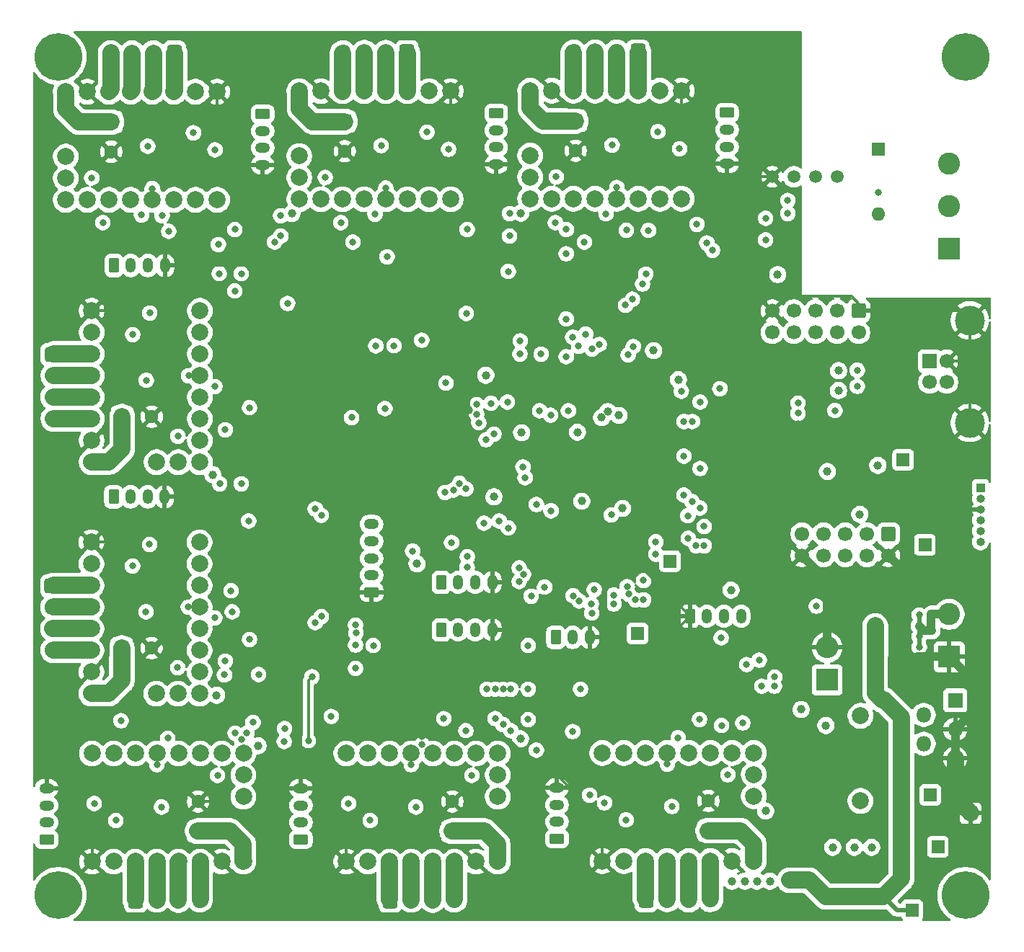
<source format=gbr>
%TF.GenerationSoftware,KiCad,Pcbnew,9.0.6*%
%TF.CreationDate,2026-01-15T17:24:24+03:00*%
%TF.ProjectId,multistepper,6d756c74-6973-4746-9570-7065722e6b69,rev?*%
%TF.SameCoordinates,Original*%
%TF.FileFunction,Copper,L2,Inr*%
%TF.FilePolarity,Positive*%
%FSLAX46Y46*%
G04 Gerber Fmt 4.6, Leading zero omitted, Abs format (unit mm)*
G04 Created by KiCad (PCBNEW 9.0.6) date 2026-01-15 17:24:24*
%MOMM*%
%LPD*%
G01*
G04 APERTURE LIST*
G04 Aperture macros list*
%AMRoundRect*
0 Rectangle with rounded corners*
0 $1 Rounding radius*
0 $2 $3 $4 $5 $6 $7 $8 $9 X,Y pos of 4 corners*
0 Add a 4 corners polygon primitive as box body*
4,1,4,$2,$3,$4,$5,$6,$7,$8,$9,$2,$3,0*
0 Add four circle primitives for the rounded corners*
1,1,$1+$1,$2,$3*
1,1,$1+$1,$4,$5*
1,1,$1+$1,$6,$7*
1,1,$1+$1,$8,$9*
0 Add four rect primitives between the rounded corners*
20,1,$1+$1,$2,$3,$4,$5,0*
20,1,$1+$1,$4,$5,$6,$7,0*
20,1,$1+$1,$6,$7,$8,$9,0*
20,1,$1+$1,$8,$9,$2,$3,0*%
G04 Aperture macros list end*
%TA.AperFunction,ComponentPad*%
%ADD10RoundRect,0.250000X0.600000X0.725000X-0.600000X0.725000X-0.600000X-0.725000X0.600000X-0.725000X0*%
%TD*%
%TA.AperFunction,ComponentPad*%
%ADD11O,1.700000X1.950000*%
%TD*%
%TA.AperFunction,ComponentPad*%
%ADD12RoundRect,0.250000X-0.725000X0.600000X-0.725000X-0.600000X0.725000X-0.600000X0.725000X0.600000X0*%
%TD*%
%TA.AperFunction,ComponentPad*%
%ADD13O,1.950000X1.700000*%
%TD*%
%TA.AperFunction,ComponentPad*%
%ADD14RoundRect,0.250000X0.625000X-0.350000X0.625000X0.350000X-0.625000X0.350000X-0.625000X-0.350000X0*%
%TD*%
%TA.AperFunction,ComponentPad*%
%ADD15O,1.750000X1.200000*%
%TD*%
%TA.AperFunction,ComponentPad*%
%ADD16RoundRect,0.250000X-0.600000X0.600000X-0.600000X-0.600000X0.600000X-0.600000X0.600000X0.600000X0*%
%TD*%
%TA.AperFunction,ComponentPad*%
%ADD17C,1.700000*%
%TD*%
%TA.AperFunction,ComponentPad*%
%ADD18C,5.600000*%
%TD*%
%TA.AperFunction,ComponentPad*%
%ADD19R,1.600000X1.600000*%
%TD*%
%TA.AperFunction,ComponentPad*%
%ADD20O,1.600000X1.600000*%
%TD*%
%TA.AperFunction,ComponentPad*%
%ADD21C,1.600000*%
%TD*%
%TA.AperFunction,ComponentPad*%
%ADD22RoundRect,0.250000X-0.350000X-0.625000X0.350000X-0.625000X0.350000X0.625000X-0.350000X0.625000X0*%
%TD*%
%TA.AperFunction,ComponentPad*%
%ADD23O,1.200000X1.750000*%
%TD*%
%TA.AperFunction,ComponentPad*%
%ADD24C,2.000000*%
%TD*%
%TA.AperFunction,ComponentPad*%
%ADD25R,2.600000X2.600000*%
%TD*%
%TA.AperFunction,ComponentPad*%
%ADD26C,2.600000*%
%TD*%
%TA.AperFunction,ComponentPad*%
%ADD27R,1.500000X1.500000*%
%TD*%
%TA.AperFunction,ComponentPad*%
%ADD28R,1.000000X1.000000*%
%TD*%
%TA.AperFunction,ComponentPad*%
%ADD29O,1.000000X1.000000*%
%TD*%
%TA.AperFunction,ComponentPad*%
%ADD30RoundRect,0.250000X-0.625000X0.350000X-0.625000X-0.350000X0.625000X-0.350000X0.625000X0.350000X0*%
%TD*%
%TA.AperFunction,ComponentPad*%
%ADD31RoundRect,0.250000X-0.600000X-0.725000X0.600000X-0.725000X0.600000X0.725000X-0.600000X0.725000X0*%
%TD*%
%TA.AperFunction,ComponentPad*%
%ADD32C,1.500000*%
%TD*%
%TA.AperFunction,ComponentPad*%
%ADD33O,2.600000X2.600000*%
%TD*%
%TA.AperFunction,ComponentPad*%
%ADD34R,1.800000X1.800000*%
%TD*%
%TA.AperFunction,ComponentPad*%
%ADD35O,1.800000X1.800000*%
%TD*%
%TA.AperFunction,ComponentPad*%
%ADD36R,1.700000X1.700000*%
%TD*%
%TA.AperFunction,ComponentPad*%
%ADD37C,3.500000*%
%TD*%
%TA.AperFunction,ViaPad*%
%ADD38C,1.000000*%
%TD*%
%TA.AperFunction,ViaPad*%
%ADD39C,0.800000*%
%TD*%
%TA.AperFunction,Conductor*%
%ADD40C,0.300000*%
%TD*%
%TA.AperFunction,Conductor*%
%ADD41C,0.500000*%
%TD*%
%TA.AperFunction,Conductor*%
%ADD42C,1.000000*%
%TD*%
%TA.AperFunction,Conductor*%
%ADD43C,2.000000*%
%TD*%
G04 APERTURE END LIST*
D10*
%TO.N,Net-(J17-Pin_1)*%
%TO.C,J17*%
X99921075Y-41501827D03*
D11*
%TO.N,Net-(J17-Pin_2)*%
X97421075Y-41501827D03*
%TO.N,Net-(J17-Pin_3)*%
X94921075Y-41501827D03*
%TO.N,Net-(J17-Pin_4)*%
X92421075Y-41501827D03*
%TD*%
D12*
%TO.N,Net-(J12-Pin_1)*%
%TO.C,J12*%
X58374000Y-76974000D03*
D13*
%TO.N,Net-(J12-Pin_2)*%
X58374000Y-79474000D03*
%TO.N,Net-(J12-Pin_3)*%
X58374000Y-81974000D03*
%TO.N,Net-(J12-Pin_4)*%
X58374000Y-84474000D03*
%TD*%
D14*
%TO.N,GND*%
%TO.C,J6*%
X95758000Y-104902000D03*
D15*
%TO.N,Net-(J6-Pin_2)*%
X95758000Y-102902000D03*
%TO.N,Net-(J6-Pin_3)*%
X95758000Y-100902000D03*
%TO.N,Net-(J6-Pin_4)*%
X95758000Y-98902000D03*
%TO.N,Net-(J6-Pin_5)*%
X95758000Y-96902000D03*
%TD*%
D16*
%TO.N,GND*%
%TO.C,J2*%
X152958800Y-71840700D03*
D17*
%TO.N,Net-(J2-Pin_2)*%
X152958800Y-74380700D03*
%TO.N,Net-(J2-Pin_3)*%
X150418800Y-71840700D03*
%TO.N,Net-(J2-Pin_4)*%
X150418800Y-74380700D03*
%TO.N,Net-(J2-Pin_5)*%
X147878800Y-71840700D03*
%TO.N,Net-(J2-Pin_6)*%
X147878800Y-74380700D03*
%TO.N,Net-(J2-Pin_7)*%
X145338800Y-71840700D03*
%TO.N,Net-(J2-Pin_8)*%
X145338800Y-74380700D03*
%TO.N,GND*%
X142798800Y-71840700D03*
%TO.N,Net-(J2-Pin_10)*%
X142798800Y-74380700D03*
%TD*%
D14*
%TO.N,Net-(J22-Pin_1)*%
%TO.C,J22*%
X87466000Y-133934000D03*
D15*
%TO.N,M5_L0*%
X87466000Y-131934000D03*
%TO.N,M5_L1*%
X87466000Y-129934000D03*
%TO.N,GND*%
X87466000Y-127934000D03*
%TD*%
D18*
%TO.N,N/C*%
%TO.C,H4*%
X165500000Y-140500000D03*
%TD*%
D19*
%TO.N,Net-(R18-Pad1)*%
%TO.C,SW3*%
X155295600Y-52832000D03*
D20*
%TO.N,/CANL*%
X155295600Y-60452000D03*
%TD*%
D19*
%TO.N,/Motors/Vm*%
%TO.C,C24*%
X105246000Y-132978000D03*
D21*
%TO.N,GND*%
X105246000Y-129478000D03*
%TD*%
D22*
%TO.N,Net-(J4-Pin_1)*%
%TO.C,J5*%
X103934000Y-103733600D03*
D23*
%TO.N,ADC2*%
X105934000Y-103733600D03*
%TO.N,ADC3*%
X107934000Y-103733600D03*
%TO.N,GND*%
X109934000Y-103733600D03*
%TD*%
D22*
%TO.N,Net-(J11-Pin_1)*%
%TO.C,J11*%
X65500000Y-66500000D03*
D23*
%TO.N,M0_L0*%
X67500000Y-66500000D03*
%TO.N,M0_L1*%
X69500000Y-66500000D03*
%TO.N,GND*%
X71500000Y-66500000D03*
%TD*%
D24*
%TO.N,/Motors/stepper_M5/~{ENx}*%
%TO.C,XX5*%
X140640000Y-123774000D03*
%TO.N,/Motors/stepper_M5/MS1*%
X138100000Y-123774000D03*
%TO.N,/Motors/stepper_M5/MS2*%
X135560000Y-123774000D03*
%TO.N,/Motors/stepper_M5/SPR*%
X133020000Y-123774000D03*
%TO.N,/Motors/stepper_M5/U*%
X130480000Y-123774000D03*
%TO.N,/Motors/stepper_M5/CLK*%
X127940000Y-123774000D03*
%TO.N,/Motors/stepper_M5/STEPx*%
X125400000Y-123774000D03*
%TO.N,/Motors/stepper_M5/DIRx*%
X122860000Y-123774000D03*
%TO.N,GND*%
X122860000Y-136474000D03*
%TO.N,Vio*%
X125400000Y-136474000D03*
%TO.N,Net-(J21-Pin_1)*%
X127940000Y-136474000D03*
%TO.N,Net-(J21-Pin_2)*%
X130480000Y-136474000D03*
%TO.N,Net-(J21-Pin_3)*%
X133020000Y-136474000D03*
%TO.N,Net-(J21-Pin_4)*%
X135560000Y-136474000D03*
%TO.N,GND*%
X138100000Y-136474000D03*
%TO.N,/Motors/Vm*%
X140640000Y-136474000D03*
%TO.N,unconnected-(XX5-Vref-Pad17)*%
X140640000Y-126314000D03*
%TO.N,/Motors/DIAG4*%
X140640000Y-128854000D03*
%TD*%
D22*
%TO.N,Net-(J13-Pin_1)*%
%TO.C,J13*%
X117380000Y-110194000D03*
D23*
%TO.N,Net-(J13-Pin_2)*%
X119380000Y-110194000D03*
%TO.N,GND*%
X121380000Y-110194000D03*
%TD*%
D24*
%TO.N,/Motors/stepper_M8/~{ENx}*%
%TO.C,XX8*%
X75572000Y-116801600D03*
%TO.N,/Motors/stepper_M8/MS1*%
X75572000Y-114261600D03*
%TO.N,/Motors/stepper_M8/MS2*%
X75572000Y-111721600D03*
%TO.N,/Motors/stepper_M8/SPR*%
X75572000Y-109181600D03*
%TO.N,/Motors/stepper_M8/U*%
X75572000Y-106641600D03*
%TO.N,/Motors/stepper_M8/CLK*%
X75572000Y-104101600D03*
%TO.N,/Motors/stepper_M8/STEPx*%
X75572000Y-101561600D03*
%TO.N,/Motors/stepper_M8/DIRx*%
X75572000Y-99021600D03*
%TO.N,GND*%
X62872000Y-99021600D03*
%TO.N,Vio*%
X62872000Y-101561600D03*
%TO.N,Net-(J27-Pin_1)*%
X62872000Y-104101600D03*
%TO.N,Net-(J27-Pin_2)*%
X62872000Y-106641600D03*
%TO.N,Net-(J27-Pin_3)*%
X62872000Y-109181600D03*
%TO.N,Net-(J27-Pin_4)*%
X62872000Y-111721600D03*
%TO.N,GND*%
X62872000Y-114261600D03*
%TO.N,/Motors/Vm*%
X62872000Y-116801600D03*
%TO.N,unconnected-(XX8-Vref-Pad17)*%
X73032000Y-116801600D03*
%TO.N,/Motors/DIAG7*%
X70492000Y-116801600D03*
%TD*%
%TO.N,/Motors/stepper_M3/~{ENx}*%
%TO.C,XX3*%
X87281075Y-58727827D03*
%TO.N,/Motors/stepper_M3/MS1*%
X89821075Y-58727827D03*
%TO.N,/Motors/stepper_M3/MS2*%
X92361075Y-58727827D03*
%TO.N,/Motors/stepper_M3/SPR*%
X94901075Y-58727827D03*
%TO.N,/Motors/stepper_M3/U*%
X97441075Y-58727827D03*
%TO.N,/Motors/stepper_M3/CLK*%
X99981075Y-58727827D03*
%TO.N,/Motors/stepper_M3/STEPx*%
X102521075Y-58727827D03*
%TO.N,/Motors/stepper_M3/DIRx*%
X105061075Y-58727827D03*
%TO.N,GND*%
X105061075Y-46027827D03*
%TO.N,Vio*%
X102521075Y-46027827D03*
%TO.N,Net-(J17-Pin_1)*%
X99981075Y-46027827D03*
%TO.N,Net-(J17-Pin_2)*%
X97441075Y-46027827D03*
%TO.N,Net-(J17-Pin_3)*%
X94901075Y-46027827D03*
%TO.N,Net-(J17-Pin_4)*%
X92361075Y-46027827D03*
%TO.N,GND*%
X89821075Y-46027827D03*
%TO.N,/Motors/Vm*%
X87281075Y-46027827D03*
%TO.N,unconnected-(XX3-Vref-Pad17)*%
X87281075Y-56187827D03*
%TO.N,/Motors/DIAG2*%
X87281075Y-53647827D03*
%TD*%
D25*
%TO.N,GND*%
%TO.C,J10*%
X163576000Y-112482000D03*
D26*
%TO.N,Net-(J10-Pin_2)*%
X163576000Y-107482000D03*
%TD*%
D16*
%TO.N,Net-(J3-Pin_1)*%
%TO.C,J3*%
X156464000Y-98044000D03*
D17*
%TO.N,GND*%
X156464000Y-100584000D03*
%TO.N,Net-(J3-Pin_3)*%
X153924000Y-98044000D03*
%TO.N,Net-(J3-Pin_4)*%
X153924000Y-100584000D03*
%TO.N,Net-(J3-Pin_5)*%
X151384000Y-98044000D03*
%TO.N,Net-(J3-Pin_6)*%
X151384000Y-100584000D03*
%TO.N,Net-(J3-Pin_7)*%
X148844000Y-98044000D03*
%TO.N,Net-(J3-Pin_8)*%
X148844000Y-100584000D03*
%TO.N,Net-(J3-Pin_9)*%
X146304000Y-98044000D03*
%TO.N,GND*%
X146304000Y-100584000D03*
%TD*%
D27*
%TO.N,GND*%
%TO.C,TP3*%
X166090600Y-130860800D03*
%TD*%
D28*
%TO.N,/MCU base/SWCLK*%
%TO.C,J1*%
X167258600Y-92608400D03*
D29*
%TO.N,/MCU base/SWDIO*%
X167258600Y-93878400D03*
%TO.N,GND*%
X167258600Y-95148400D03*
%TO.N,Net-(J1-Pin_4)*%
X167258600Y-96418400D03*
%TO.N,/MCU base/BOOT0*%
X167258600Y-97688400D03*
%TO.N,/MCU base/NRST*%
X167258600Y-98958400D03*
%TD*%
D14*
%TO.N,Net-(J24-Pin_1)*%
%TO.C,J24*%
X57604925Y-133934000D03*
D15*
%TO.N,M6_L0*%
X57604925Y-131934000D03*
%TO.N,M6_L1*%
X57604925Y-129934000D03*
%TO.N,GND*%
X57604925Y-127934000D03*
%TD*%
D18*
%TO.N,N/C*%
%TO.C,H1*%
X59000000Y-42000000D03*
%TD*%
D19*
%TO.N,/Motors/Vm*%
%TO.C,C23*%
X135306000Y-132918000D03*
D21*
%TO.N,GND*%
X135306000Y-129418000D03*
%TD*%
D10*
%TO.N,Net-(J19-Pin_1)*%
%TO.C,J19*%
X127026450Y-41440000D03*
D11*
%TO.N,Net-(J19-Pin_2)*%
X124526450Y-41440000D03*
%TO.N,Net-(J19-Pin_3)*%
X122026450Y-41440000D03*
%TO.N,Net-(J19-Pin_4)*%
X119526450Y-41440000D03*
%TD*%
D27*
%TO.N,Vdrive*%
%TO.C,TP2*%
X159258000Y-142240000D03*
%TD*%
D30*
%TO.N,Net-(J14-Pin_1)*%
%TO.C,J14*%
X82974000Y-48689654D03*
D15*
%TO.N,M1_L0*%
X82974000Y-50689654D03*
%TO.N,M1_L1*%
X82974000Y-52689654D03*
%TO.N,GND*%
X82974000Y-54689654D03*
%TD*%
D18*
%TO.N,N/C*%
%TO.C,H3*%
X59000000Y-140500000D03*
%TD*%
D31*
%TO.N,Net-(J23-Pin_1)*%
%TO.C,J23*%
X97940000Y-141060000D03*
D11*
%TO.N,Net-(J23-Pin_2)*%
X100440000Y-141060000D03*
%TO.N,Net-(J23-Pin_3)*%
X102940000Y-141060000D03*
%TO.N,Net-(J23-Pin_4)*%
X105440000Y-141060000D03*
%TD*%
D31*
%TO.N,Net-(J25-Pin_1)*%
%TO.C,J25*%
X68078925Y-141060000D03*
D11*
%TO.N,Net-(J25-Pin_2)*%
X70578925Y-141060000D03*
%TO.N,Net-(J25-Pin_3)*%
X73078925Y-141060000D03*
%TO.N,Net-(J25-Pin_4)*%
X75578925Y-141060000D03*
%TD*%
D24*
%TO.N,/Motors/stepper_M4/~{ENx}*%
%TO.C,XX4*%
X114386450Y-58666000D03*
%TO.N,/Motors/stepper_M4/MS1*%
X116926450Y-58666000D03*
%TO.N,/Motors/stepper_M4/MS2*%
X119466450Y-58666000D03*
%TO.N,/Motors/stepper_M4/SPR*%
X122006450Y-58666000D03*
%TO.N,/Motors/stepper_M4/U*%
X124546450Y-58666000D03*
%TO.N,/Motors/stepper_M4/CLK*%
X127086450Y-58666000D03*
%TO.N,/Motors/stepper_M4/STEPx*%
X129626450Y-58666000D03*
%TO.N,/Motors/stepper_M4/DIRx*%
X132166450Y-58666000D03*
%TO.N,GND*%
X132166450Y-45966000D03*
%TO.N,Vio*%
X129626450Y-45966000D03*
%TO.N,Net-(J19-Pin_1)*%
X127086450Y-45966000D03*
%TO.N,Net-(J19-Pin_2)*%
X124546450Y-45966000D03*
%TO.N,Net-(J19-Pin_3)*%
X122006450Y-45966000D03*
%TO.N,Net-(J19-Pin_4)*%
X119466450Y-45966000D03*
%TO.N,GND*%
X116926450Y-45966000D03*
%TO.N,/Motors/Vm*%
X114386450Y-45966000D03*
%TO.N,unconnected-(XX4-Vref-Pad17)*%
X114386450Y-56126000D03*
%TO.N,/Motors/DIAG3*%
X114386450Y-53586000D03*
%TD*%
D18*
%TO.N,N/C*%
%TO.C,H2*%
X165500000Y-42000000D03*
%TD*%
D31*
%TO.N,Net-(J21-Pin_1)*%
%TO.C,J21*%
X128000000Y-141000000D03*
D11*
%TO.N,Net-(J21-Pin_2)*%
X130500000Y-141000000D03*
%TO.N,Net-(J21-Pin_3)*%
X133000000Y-141000000D03*
%TO.N,Net-(J21-Pin_4)*%
X135500000Y-141000000D03*
%TD*%
D19*
%TO.N,/Motors/Vm*%
%TO.C,C21*%
X92615075Y-49583827D03*
D21*
%TO.N,GND*%
X92615075Y-53083827D03*
%TD*%
D19*
%TO.N,/Motors/Vm*%
%TO.C,C22*%
X119720450Y-49522000D03*
D21*
%TO.N,GND*%
X119720450Y-53022000D03*
%TD*%
D30*
%TO.N,Net-(J18-Pin_1)*%
%TO.C,J18*%
X137500450Y-48566000D03*
D15*
%TO.N,M3_L0*%
X137500450Y-50566000D03*
%TO.N,M3_L1*%
X137500450Y-52566000D03*
%TO.N,GND*%
X137500450Y-54566000D03*
%TD*%
D32*
%TO.N,GND*%
%TO.C,Q1*%
X142798800Y-56083200D03*
%TO.N,Net-(JP1-B)*%
X145338800Y-56083200D03*
%TO.N,Earth*%
X147878800Y-56083200D03*
%TO.N,Net-(Q1-+Vo)*%
X150418800Y-56083200D03*
%TD*%
D24*
%TO.N,/Motors/stepper_M6/~{ENx}*%
%TO.C,XX6*%
X110580000Y-123834000D03*
%TO.N,/Motors/stepper_M6/MS1*%
X108040000Y-123834000D03*
%TO.N,/Motors/stepper_M6/MS2*%
X105500000Y-123834000D03*
%TO.N,/Motors/stepper_M6/SPR*%
X102960000Y-123834000D03*
%TO.N,/Motors/stepper_M6/U*%
X100420000Y-123834000D03*
%TO.N,/Motors/stepper_M6/CLK*%
X97880000Y-123834000D03*
%TO.N,/Motors/stepper_M6/STEPx*%
X95340000Y-123834000D03*
%TO.N,/Motors/stepper_M6/DIRx*%
X92800000Y-123834000D03*
%TO.N,GND*%
X92800000Y-136534000D03*
%TO.N,Vio*%
X95340000Y-136534000D03*
%TO.N,Net-(J23-Pin_1)*%
X97880000Y-136534000D03*
%TO.N,Net-(J23-Pin_2)*%
X100420000Y-136534000D03*
%TO.N,Net-(J23-Pin_3)*%
X102960000Y-136534000D03*
%TO.N,Net-(J23-Pin_4)*%
X105500000Y-136534000D03*
%TO.N,GND*%
X108040000Y-136534000D03*
%TO.N,/Motors/Vm*%
X110580000Y-136534000D03*
%TO.N,unconnected-(XX6-Vref-Pad17)*%
X110580000Y-126374000D03*
%TO.N,/Motors/DIAG5*%
X110580000Y-128914000D03*
%TD*%
D25*
%TO.N,Net-(D26-K)*%
%TO.C,D26*%
X149250400Y-115194400D03*
D33*
%TO.N,GND*%
X149250400Y-111384400D03*
%TD*%
D27*
%TO.N,+3.3VADC*%
%TO.C,TP6*%
X127000000Y-109728000D03*
%TD*%
D19*
%TO.N,/Motors/Vm*%
%TO.C,C19*%
X66456000Y-84280000D03*
D21*
%TO.N,GND*%
X69956000Y-84280000D03*
%TD*%
D34*
%TO.N,Vdrive*%
%TO.C,U5*%
X164287200Y-117602000D03*
D35*
%TO.N,Net-(D26-K)*%
X160587200Y-119302000D03*
%TO.N,GND*%
X164287200Y-121002000D03*
%TO.N,Net-(D27-A)*%
X160587200Y-122702000D03*
%TO.N,GND*%
X164287200Y-124402000D03*
%TD*%
D12*
%TO.N,Net-(J27-Pin_1)*%
%TO.C,J27*%
X58346000Y-104161600D03*
D13*
%TO.N,Net-(J27-Pin_2)*%
X58346000Y-106661600D03*
%TO.N,Net-(J27-Pin_3)*%
X58346000Y-109161600D03*
%TO.N,Net-(J27-Pin_4)*%
X58346000Y-111661600D03*
%TD*%
D22*
%TO.N,GND*%
%TO.C,J7*%
X133144000Y-107704800D03*
D23*
%TO.N,Net-(J7-Pin_2)*%
X135144000Y-107704800D03*
%TO.N,Net-(J7-Pin_3)*%
X137144000Y-107704800D03*
%TO.N,Net-(J7-Pin_4)*%
X139144000Y-107704800D03*
%TD*%
D27*
%TO.N,Net-(D27-A)*%
%TO.C,TP4*%
X161366200Y-128701800D03*
%TD*%
D10*
%TO.N,Net-(J15-Pin_1)*%
%TO.C,J15*%
X72644000Y-41563654D03*
D11*
%TO.N,Net-(J15-Pin_2)*%
X70144000Y-41563654D03*
%TO.N,Net-(J15-Pin_3)*%
X67644000Y-41563654D03*
%TO.N,Net-(J15-Pin_4)*%
X65144000Y-41563654D03*
%TD*%
D24*
%TO.N,Net-(D27-A)*%
%TO.C,L1*%
X153162000Y-129409200D03*
%TO.N,Net-(D26-K)*%
X153162000Y-119409200D03*
%TD*%
D19*
%TO.N,/Motors/Vm*%
%TO.C,C20*%
X65194000Y-49645654D03*
D21*
%TO.N,GND*%
X65194000Y-53145654D03*
%TD*%
D24*
%TO.N,/Motors/stepper_M2/~{ENx}*%
%TO.C,XX2*%
X59860000Y-58789654D03*
%TO.N,/Motors/stepper_M2/MS1*%
X62400000Y-58789654D03*
%TO.N,/Motors/stepper_M2/MS2*%
X64940000Y-58789654D03*
%TO.N,/Motors/stepper_M2/SPR*%
X67480000Y-58789654D03*
%TO.N,/Motors/stepper_M2/U*%
X70020000Y-58789654D03*
%TO.N,/Motors/stepper_M2/CLK*%
X72560000Y-58789654D03*
%TO.N,/Motors/stepper_M2/STEPx*%
X75100000Y-58789654D03*
%TO.N,/Motors/stepper_M2/DIRx*%
X77640000Y-58789654D03*
%TO.N,GND*%
X77640000Y-46089654D03*
%TO.N,Vio*%
X75100000Y-46089654D03*
%TO.N,Net-(J15-Pin_1)*%
X72560000Y-46089654D03*
%TO.N,Net-(J15-Pin_2)*%
X70020000Y-46089654D03*
%TO.N,Net-(J15-Pin_3)*%
X67480000Y-46089654D03*
%TO.N,Net-(J15-Pin_4)*%
X64940000Y-46089654D03*
%TO.N,GND*%
X62400000Y-46089654D03*
%TO.N,/Motors/Vm*%
X59860000Y-46089654D03*
%TO.N,unconnected-(XX2-Vref-Pad17)*%
X59860000Y-56249654D03*
%TO.N,/Motors/DIAG1*%
X59860000Y-53709654D03*
%TD*%
D25*
%TO.N,/CANL*%
%TO.C,J9*%
X163576000Y-64516000D03*
D26*
%TO.N,Earth*%
X163576000Y-59516000D03*
%TO.N,/CANH*%
X163576000Y-54516000D03*
%TD*%
D19*
%TO.N,/Motors/Vm*%
%TO.C,C25*%
X75384925Y-132978000D03*
D21*
%TO.N,GND*%
X75384925Y-129478000D03*
%TD*%
D24*
%TO.N,/Motors/stepper_M7/~{ENx}*%
%TO.C,XX7*%
X80718925Y-123834000D03*
%TO.N,/Motors/stepper_M7/MS1*%
X78178925Y-123834000D03*
%TO.N,/Motors/stepper_M7/MS2*%
X75638925Y-123834000D03*
%TO.N,/Motors/stepper_M7/SPR*%
X73098925Y-123834000D03*
%TO.N,/Motors/stepper_M7/U*%
X70558925Y-123834000D03*
%TO.N,/Motors/stepper_M7/CLK*%
X68018925Y-123834000D03*
%TO.N,/Motors/stepper_M7/STEPx*%
X65478925Y-123834000D03*
%TO.N,/Motors/stepper_M7/DIRx*%
X62938925Y-123834000D03*
%TO.N,GND*%
X62938925Y-136534000D03*
%TO.N,Vio*%
X65478925Y-136534000D03*
%TO.N,Net-(J25-Pin_1)*%
X68018925Y-136534000D03*
%TO.N,Net-(J25-Pin_2)*%
X70558925Y-136534000D03*
%TO.N,Net-(J25-Pin_3)*%
X73098925Y-136534000D03*
%TO.N,Net-(J25-Pin_4)*%
X75638925Y-136534000D03*
%TO.N,GND*%
X78178925Y-136534000D03*
%TO.N,/Motors/Vm*%
X80718925Y-136534000D03*
%TO.N,unconnected-(XX7-Vref-Pad17)*%
X80718925Y-126374000D03*
%TO.N,/Motors/DIAG6*%
X80718925Y-128914000D03*
%TD*%
D22*
%TO.N,Net-(J26-Pin_1)*%
%TO.C,J26*%
X65472000Y-93687600D03*
D23*
%TO.N,M7_L0*%
X67472000Y-93687600D03*
%TO.N,M7_L1*%
X69472000Y-93687600D03*
%TO.N,GND*%
X71472000Y-93687600D03*
%TD*%
D22*
%TO.N,Net-(J4-Pin_1)*%
%TO.C,J4*%
X103934000Y-109321600D03*
D23*
%TO.N,ADC0*%
X105934000Y-109321600D03*
%TO.N,ADC1*%
X107934000Y-109321600D03*
%TO.N,GND*%
X109934000Y-109321600D03*
%TD*%
D14*
%TO.N,Net-(J20-Pin_1)*%
%TO.C,J20*%
X117526000Y-133874000D03*
D15*
%TO.N,M4_L0*%
X117526000Y-131874000D03*
%TO.N,M4_L1*%
X117526000Y-129874000D03*
%TO.N,GND*%
X117526000Y-127874000D03*
%TD*%
D30*
%TO.N,Net-(J16-Pin_1)*%
%TO.C,J16*%
X110395075Y-48627827D03*
D15*
%TO.N,M2_L0*%
X110395075Y-50627827D03*
%TO.N,M2_L1*%
X110395075Y-52627827D03*
%TO.N,GND*%
X110395075Y-54627827D03*
%TD*%
D27*
%TO.N,Vio*%
%TO.C,TP8*%
X162255200Y-134823200D03*
%TD*%
%TO.N,+3V3*%
%TO.C,TP5*%
X130810000Y-101244400D03*
%TD*%
D19*
%TO.N,/Motors/Vm*%
%TO.C,C26*%
X66428000Y-111467600D03*
D21*
%TO.N,GND*%
X69928000Y-111467600D03*
%TD*%
D24*
%TO.N,/Motors/stepper_M1/~{ENx}*%
%TO.C,XX1*%
X75600000Y-89614000D03*
%TO.N,/Motors/stepper_M1/MS1*%
X75600000Y-87074000D03*
%TO.N,/Motors/stepper_M1/MS2*%
X75600000Y-84534000D03*
%TO.N,/Motors/stepper_M1/SPR*%
X75600000Y-81994000D03*
%TO.N,/Motors/stepper_M1/U*%
X75600000Y-79454000D03*
%TO.N,/Motors/stepper_M1/CLK*%
X75600000Y-76914000D03*
%TO.N,/Motors/stepper_M1/STEPx*%
X75600000Y-74374000D03*
%TO.N,/Motors/stepper_M1/DIRx*%
X75600000Y-71834000D03*
%TO.N,GND*%
X62900000Y-71834000D03*
%TO.N,Vio*%
X62900000Y-74374000D03*
%TO.N,Net-(J12-Pin_1)*%
X62900000Y-76914000D03*
%TO.N,Net-(J12-Pin_2)*%
X62900000Y-79454000D03*
%TO.N,Net-(J12-Pin_3)*%
X62900000Y-81994000D03*
%TO.N,Net-(J12-Pin_4)*%
X62900000Y-84534000D03*
%TO.N,GND*%
X62900000Y-87074000D03*
%TO.N,/Motors/Vm*%
X62900000Y-89614000D03*
%TO.N,unconnected-(XX1-Vref-Pad17)*%
X73060000Y-89614000D03*
%TO.N,/Motors/DIAG0*%
X70520000Y-89614000D03*
%TD*%
D36*
%TO.N,/VB*%
%TO.C,J8*%
X161290000Y-77730000D03*
D17*
%TO.N,Net-(J8-D-)*%
X161290000Y-80230000D03*
%TO.N,Net-(J8-D+)*%
X163290000Y-80230000D03*
%TO.N,GND*%
X163290000Y-77730000D03*
D37*
X166000000Y-72960000D03*
X166000000Y-85000000D03*
%TD*%
D27*
%TO.N,Net-(D22-K)*%
%TO.C,TP1*%
X158167500Y-89348000D03*
%TD*%
%TO.N,+5V*%
%TO.C,TP7*%
X160731200Y-99314000D03*
%TD*%
D38*
%TO.N,GND*%
X145821000Y-85217000D03*
D39*
X99669600Y-72034400D03*
X121412000Y-121909100D03*
X88493600Y-74930000D03*
D38*
X94488000Y-93472000D03*
D39*
X114401600Y-84328000D03*
D38*
X127863600Y-75285600D03*
D39*
X142033000Y-66040000D03*
D38*
X117683600Y-89306400D03*
X115112800Y-92863500D03*
D39*
X101650800Y-121818400D03*
D38*
X113538000Y-95504000D03*
X149910800Y-137749000D03*
D39*
X125120400Y-65887600D03*
D38*
X116332000Y-72440800D03*
X152450000Y-137174000D03*
D39*
X77978000Y-56184800D03*
X89458800Y-64871600D03*
D38*
X135585200Y-87426800D03*
D39*
X161086800Y-114503200D03*
X130454400Y-112369600D03*
D38*
X126136400Y-101193600D03*
X135940800Y-98196400D03*
X150063200Y-130860800D03*
D39*
X86715600Y-109321600D03*
D38*
X107137200Y-83515200D03*
D39*
X127457200Y-65328800D03*
D38*
X130810000Y-99364800D03*
X123734800Y-86868000D03*
X159004000Y-114503200D03*
X157276800Y-77012800D03*
D39*
X86664800Y-119278400D03*
D38*
X133578600Y-80975200D03*
X99110800Y-89357200D03*
D39*
X121056400Y-68427600D03*
%TO.N,/MCU base/NRST*%
X113538000Y-90170000D03*
X97332800Y-83312000D03*
%TO.N,/MCU base/BOOT0*%
X116789200Y-84099400D03*
X150164800Y-83548000D03*
D38*
%TO.N,+3V3*%
X150600000Y-78870400D03*
D39*
X129133600Y-98958400D03*
D38*
X153085800Y-95758000D03*
D39*
X129133600Y-100431600D03*
D38*
X150600000Y-81200000D03*
D39*
%TO.N,/MCU base/BTN1*%
X133432503Y-84836000D03*
X136652000Y-80975189D03*
%TO.N,/MCU base/BTN2_SDA*%
X132433000Y-84836000D03*
%TO.N,/MCU base/SWDIO*%
X145821400Y-83870800D03*
X134333000Y-82561000D03*
%TO.N,/MCU base/BTN3_SCL*%
X132130800Y-81280000D03*
D38*
%TO.N,/MCU base/SWCLK*%
X128879600Y-76504800D03*
D39*
X145821000Y-82677000D03*
D38*
X131792223Y-79925423D03*
D39*
%TO.N,M4_L0*%
X132435600Y-88900000D03*
X119380000Y-121259600D03*
X143103600Y-114858800D03*
%TO.N,M4_L1*%
X134333000Y-90361500D03*
X121361200Y-128727200D03*
%TO.N,/MCU base/BTN4*%
X122508007Y-75782947D03*
%TO.N,/MCU base/BTN5*%
X121666000Y-76327000D03*
%TO.N,/MCU base/BTN6*%
X120904000Y-74574400D03*
%TO.N,M3_L1*%
X135788400Y-64719200D03*
X125882400Y-77012800D03*
X127579800Y-68681600D03*
%TO.N,M3_L0*%
X126492000Y-76036700D03*
X135128000Y-63855600D03*
X127965200Y-67513200D03*
%TO.N,M2_L1*%
X120079500Y-75996800D03*
%TO.N,M2_L0*%
X119380000Y-74930000D03*
%TO.N,M1_L0*%
X113205734Y-75363866D03*
X113182400Y-76911200D03*
%TO.N,M1_L1*%
X115671600Y-76911200D03*
%TO.N,/MCU base/SCRN_DCRS*%
X134808000Y-99435500D03*
%TO.N,/MCU base/SCRN_SCK*%
X133858000Y-99435500D03*
%TO.N,/MCU base/SCRN_MISO*%
X132943600Y-98552000D03*
%TO.N,/MCU base/SCRN_MOSI*%
X134808000Y-97160500D03*
%TO.N,/MCU base/SCRN_RST*%
X132892800Y-95910400D03*
%TO.N,/MCU base/SCRN_CS*%
X134315200Y-94996000D03*
%TO.N,M6_L1*%
X121564400Y-106273600D03*
X127696000Y-105785500D03*
X124216900Y-106273600D03*
%TO.N,M6_L0*%
X121909100Y-104597200D03*
X126746000Y-105785500D03*
X124216900Y-105237706D03*
%TO.N,M5_L1*%
X133400800Y-94234000D03*
%TO.N,M5_L0*%
X132435600Y-93472000D03*
%TO.N,/MCU base/A0*%
X105156000Y-99060000D03*
%TO.N,/MCU base/A1*%
X108966000Y-96774000D03*
%TO.N,/MCU base/A2*%
X110744000Y-96520000D03*
%TO.N,/MCU base/A3*%
X111815000Y-97337000D03*
%TO.N,/MCU base/A4*%
X116840000Y-95331600D03*
%TO.N,/MCU base/A5*%
X113792000Y-91440000D03*
%TO.N,ADC4*%
X121617266Y-107342466D03*
X147980400Y-106527600D03*
%TO.N,+5V*%
X144627600Y-60401200D03*
X136804400Y-110236000D03*
D38*
X146202400Y-118668800D03*
X122783600Y-84378800D03*
X149098000Y-120548400D03*
X137972800Y-104648000D03*
X155197900Y-90003120D03*
X120446800Y-94202100D03*
X143446500Y-67576700D03*
X123494800Y-83667600D03*
D39*
%TO.N,ADC0*%
X107004000Y-100722000D03*
D38*
%TO.N,Vdrive*%
X147167600Y-138734800D03*
X145999200Y-138734800D03*
D39*
X154905000Y-111379000D03*
D38*
X144743000Y-138836400D03*
D39*
X154905000Y-110109000D03*
X154905000Y-108839000D03*
D38*
X149088128Y-140655328D03*
D39*
X154889200Y-112268000D03*
%TO.N,ADC1*%
X106982978Y-101953778D03*
%TO.N,MUL0*%
X109778800Y-82702400D03*
%TO.N,MUL1*%
X108102400Y-82854800D03*
%TO.N,MUL2*%
X108102400Y-83972400D03*
%TO.N,MUL_EN*%
X108356400Y-84988400D03*
%TO.N,M1_DIR*%
X71944000Y-62483654D03*
X77774800Y-64047900D03*
D38*
%TO.N,+3.3VADC*%
X101092000Y-101549200D03*
X110134400Y-93675200D03*
D39*
%TO.N,USART3_TX*%
X123901200Y-95808800D03*
%TO.N,M6_STEP*%
X93882532Y-113842800D03*
X93878400Y-111099600D03*
%TO.N,M5_DIR*%
X141274800Y-112877600D03*
X139801600Y-113385600D03*
%TO.N,USB_DM*%
X152786500Y-80712000D03*
%TO.N,USB_DP*%
X152786500Y-78812000D03*
%TO.N,M4_DIR*%
X141579600Y-115925600D03*
X143052800Y-115925600D03*
%TO.N,CAN_RX*%
X125577600Y-71170800D03*
X142033000Y-60960000D03*
%TO.N,CAN_TX*%
X126390400Y-70459600D03*
X142033000Y-63500000D03*
%TO.N,USART2_TX*%
X118872000Y-83566000D03*
%TO.N,M3_STEP*%
X128270000Y-62382400D03*
X125670450Y-62360000D03*
%TO.N,Net-(JP1-B)*%
X144627600Y-58864700D03*
%TO.N,/MCU base/MOT_MUL0*%
X104394000Y-93167200D03*
%TO.N,/MCU base/MOT_MUL1*%
X105359802Y-92889531D03*
%TO.N,/MCU base/MOT_MUL2*%
X106070400Y-92100400D03*
%TO.N,/MCU base/MOT_MUL_EN*%
X106832400Y-92760800D03*
%TO.N,/MCU base/OUT1*%
X125780800Y-104241600D03*
%TO.N,/MCU base/OUT0*%
X127696000Y-103510500D03*
%TO.N,/MCU base/OUT2*%
X125964204Y-105122384D03*
%TO.N,/CANH*%
X155295600Y-57938000D03*
D38*
%TO.N,Net-(J10-Pin_2)*%
X161544000Y-109423200D03*
X161482400Y-107482000D03*
D39*
X160055000Y-107569000D03*
X160070800Y-110083600D03*
X160070800Y-108864400D03*
X160070800Y-111353600D03*
D38*
%TO.N,/Motors/Vm*%
X142544800Y-138836400D03*
X139598400Y-138836400D03*
X138074400Y-138836400D03*
X141020800Y-138836400D03*
D39*
%TO.N,/Motors/USART0-3*%
X79705200Y-62280800D03*
X118618000Y-62280800D03*
X133959600Y-61671200D03*
X104807075Y-52853827D03*
X118618000Y-77216000D03*
X131912450Y-52792000D03*
X118618000Y-72796400D03*
X79705200Y-69494400D03*
X106984800Y-62280800D03*
X77386000Y-52915654D03*
X69726000Y-72088000D03*
X118618000Y-65125600D03*
%TO.N,/Motors/MOSI*%
X117434450Y-56094000D03*
X78587600Y-85801200D03*
X80467200Y-122174000D03*
X77670925Y-126406000D03*
X113095200Y-103625600D03*
X136855200Y-120548400D03*
X107532000Y-126406000D03*
X78587600Y-112979200D03*
X112115600Y-116281200D03*
X106832400Y-121158000D03*
X73028000Y-86566000D03*
X73000000Y-113753600D03*
X62908000Y-56217654D03*
X117348000Y-61468000D03*
X112115600Y-121158000D03*
X92151200Y-61468000D03*
X64211200Y-61468000D03*
X137592000Y-126346000D03*
X90329075Y-56155827D03*
%TO.N,/Motors/SCK*%
X110286800Y-119735600D03*
X84378800Y-63754000D03*
X81432400Y-83210400D03*
X81432400Y-110439200D03*
X69278500Y-107186499D03*
X93573600Y-63754000D03*
X100964899Y-130127500D03*
X96896176Y-52434327D03*
X69475101Y-52496154D03*
X120751600Y-63754000D03*
X131024899Y-130067500D03*
X81838800Y-120192800D03*
X134264400Y-119837200D03*
X69306500Y-79998899D03*
X110286800Y-116281200D03*
X104241600Y-119735600D03*
X71103824Y-130127500D03*
X113095200Y-102025600D03*
X124001551Y-52372500D03*
%TO.N,/Motors/MISO*%
X111201200Y-116281200D03*
X111963200Y-60401200D03*
X81127600Y-121462800D03*
X80467200Y-92151200D03*
X111963200Y-63042800D03*
X113588800Y-102819200D03*
X85090000Y-60655200D03*
X77876400Y-67462400D03*
X77927200Y-92151200D03*
X111201200Y-120446800D03*
X85496400Y-122428000D03*
X79756000Y-121462800D03*
X80467200Y-67462400D03*
X85547200Y-120904000D03*
X115112800Y-123444000D03*
X85090000Y-63042800D03*
%TO.N,/Motors/USART4-7*%
X63192925Y-129708000D03*
X82499200Y-114554000D03*
X93054000Y-129708000D03*
X78486000Y-114604800D03*
X91033600Y-119481600D03*
X123114000Y-129648000D03*
X66344800Y-119989600D03*
X120294400Y-116281200D03*
X81330800Y-96520000D03*
X69698000Y-99275600D03*
%TO.N,/Motors/DIAG4*%
X95961200Y-111150400D03*
X114147600Y-119848100D03*
X139344400Y-120243600D03*
X114147600Y-116281200D03*
X96266000Y-75946000D03*
X114147600Y-111150400D03*
X98399600Y-75931500D03*
%TO.N,/Motors/DIAG6*%
X93929200Y-109677200D03*
X88341200Y-122326400D03*
X88773000Y-114833400D03*
%TO.N,/Motors/DIAG7*%
X93878400Y-108762800D03*
%TO.N,/Motors/DIAG5*%
X109321600Y-116281200D03*
%TO.N,/Motors/DIAG3*%
X104495600Y-80314800D03*
X106881134Y-72138066D03*
X111810800Y-67208400D03*
%TO.N,/Motors/DIAG0*%
X93421200Y-84378800D03*
%TO.N,/Motors/DIAG1*%
X85902800Y-70967600D03*
%TO.N,/Motors/DIAG2*%
X97586800Y-65481200D03*
%TO.N,/Motors/stepper_M1/U*%
X74279200Y-79454000D03*
X67726000Y-74628000D03*
%TO.N,/Motors/stepper_M1/~{ENx}*%
X77378000Y-80724000D03*
%TO.N,/MCU base/USART1_RX*%
X114503200Y-105359200D03*
%TO.N,/MCU base/USART1_TX*%
X116078000Y-104292400D03*
%TO.N,M0_L1*%
X110134400Y-86309200D03*
%TO.N,M0_L0*%
X109220000Y-86969600D03*
%TO.N,M7_L0*%
X89865200Y-107746800D03*
X89865200Y-95859600D03*
X119430800Y-105308400D03*
%TO.N,M7_L1*%
X89154000Y-95097600D03*
X89154000Y-108458000D03*
X120142000Y-105918000D03*
%TO.N,M7_DIR*%
X79400400Y-107188000D03*
X79266000Y-104717600D03*
D38*
%TO.N,MCU3v3*%
X149275800Y-90703400D03*
X113385600Y-86156800D03*
D39*
X115112800Y-94588500D03*
D38*
X119938800Y-86106000D03*
X124815600Y-84124800D03*
D39*
X115493800Y-83566000D03*
D38*
X109169200Y-79400400D03*
X125222000Y-95046800D03*
D39*
X100584000Y-100056000D03*
%TO.N,/Motors/stepper_M2/U*%
X70020000Y-57468854D03*
X74846000Y-50915654D03*
%TO.N,/Motors/stepper_M2/STEPx*%
X71170800Y-60655200D03*
%TO.N,/Motors/stepper_M2/~{ENx}*%
X68750000Y-60567654D03*
%TO.N,/Motors/stepper_M3/U*%
X97441075Y-57407027D03*
X102267075Y-50853827D03*
%TO.N,/Motors/stepper_M3/~{ENx}*%
X96171075Y-60505827D03*
%TO.N,/Motors/stepper_M4/U*%
X129372450Y-50792000D03*
X124546450Y-57345200D03*
%TO.N,/Motors/stepper_M4/~{ENx}*%
X123276450Y-60444000D03*
%TO.N,/Motors/stepper_M5/U*%
X125654000Y-131648000D03*
X130480000Y-125094800D03*
%TO.N,/Motors/stepper_M5/~{ENx}*%
X131750000Y-121996000D03*
%TO.N,/Motors/stepper_M6/U*%
X95594000Y-131708000D03*
X100420000Y-125154800D03*
%TO.N,/Motors/stepper_M6/~{ENx}*%
X101690000Y-122783600D03*
%TO.N,/Motors/stepper_M7/U*%
X65732925Y-131708000D03*
X70558925Y-125154800D03*
%TO.N,/Motors/stepper_M7/~{ENx}*%
X71828925Y-122056000D03*
%TO.N,/Motors/stepper_M8/U*%
X67698000Y-101815600D03*
X74251200Y-106641600D03*
%TO.N,/Motors/stepper_M8/~{ENx}*%
X77350000Y-107911600D03*
%TO.N,/MCU base/Diagn*%
X111709200Y-82550000D03*
D38*
%TO.N,Vio*%
X77114400Y-91084400D03*
X82448400Y-122936000D03*
X149910800Y-134874000D03*
X86410800Y-60401200D03*
X113284000Y-60350400D03*
X142036800Y-130606800D03*
X77571600Y-116992400D03*
X154482800Y-134874000D03*
D39*
X101650800Y-75285600D03*
D38*
X152450000Y-134874000D03*
X113233200Y-122123200D03*
%TD*%
D40*
%TO.N,GND*%
X62900000Y-71834000D02*
X64830400Y-71834000D01*
D41*
X150063200Y-130860800D02*
X150899911Y-130024089D01*
D40*
X103149400Y-121793000D02*
X101676200Y-121793000D01*
X133197600Y-83667600D02*
X134442200Y-83667600D01*
X130032850Y-54754400D02*
X134249250Y-54754400D01*
X93902000Y-104902000D02*
X95758000Y-104902000D01*
X112297600Y-61802400D02*
X110702400Y-61802400D01*
X123926600Y-98577400D02*
X126136400Y-100787200D01*
X127446311Y-65317911D02*
X127457200Y-65328800D01*
X81034400Y-56189654D02*
X82860346Y-56189654D01*
X149910800Y-104190800D02*
X153974800Y-104190800D01*
X71660400Y-96938800D02*
X71660400Y-101022800D01*
X122286489Y-64403511D02*
X122286489Y-67197511D01*
X152095200Y-70154800D02*
X144484700Y-70154800D01*
X126045689Y-64555911D02*
X127446311Y-64555911D01*
X83858400Y-93687600D02*
X83870800Y-93675200D01*
X103581200Y-122224800D02*
X111916548Y-122224800D01*
D42*
X159824549Y-112482000D02*
X158463749Y-113842800D01*
D40*
X78763511Y-130163511D02*
X79500000Y-130900000D01*
X92035600Y-114685600D02*
X93989400Y-116639400D01*
X122860000Y-136474000D02*
X122860000Y-134543600D01*
X139801600Y-56083200D02*
X137517650Y-56083200D01*
X166000000Y-77715600D02*
X166000000Y-81605200D01*
X157267300Y-71840700D02*
X164880700Y-71840700D01*
X153974800Y-103073200D02*
X156464000Y-100584000D01*
X82860346Y-56189654D02*
X82974000Y-56076000D01*
X64330400Y-48020054D02*
X77640000Y-48020054D01*
X82974000Y-56076000D02*
X82974000Y-54689654D01*
X107645200Y-81432400D02*
X111150400Y-81432400D01*
X107137200Y-83515200D02*
X107137200Y-81940400D01*
X105003600Y-95250000D02*
X113284000Y-95250000D01*
X117526000Y-126374000D02*
X121412000Y-122488000D01*
X145821000Y-85217000D02*
X137998200Y-85217000D01*
X133005911Y-64955911D02*
X135050000Y-67000000D01*
X135306000Y-129418000D02*
X132156400Y-132567600D01*
X117602000Y-89204800D02*
X118821200Y-89204800D01*
X109934000Y-109321600D02*
X109934000Y-103733600D01*
X106109600Y-134603600D02*
X92800000Y-134603600D01*
X73000000Y-66500000D02*
X83010000Y-66500000D01*
X83870800Y-92557600D02*
X83870800Y-93675200D01*
X82860346Y-56189654D02*
X82974000Y-56189654D01*
X138811000Y-75285600D02*
X139082450Y-75557050D01*
X71688400Y-82547600D02*
X69956000Y-84280000D01*
X79722800Y-54878054D02*
X77963946Y-54878054D01*
X114401600Y-82600800D02*
X114401600Y-84328000D01*
X118870578Y-68427600D02*
X114846489Y-64403511D01*
X79500000Y-130900000D02*
X81596400Y-130900000D01*
X118821200Y-89204800D02*
X118922800Y-89306400D01*
X138100000Y-136474000D02*
X136169600Y-134543600D01*
X71660400Y-110279800D02*
X70713600Y-111226600D01*
X79722800Y-48172454D02*
X77640000Y-46089654D01*
X137200000Y-67000000D02*
X139801600Y-64398400D01*
X133144000Y-107704800D02*
X130454400Y-110394400D01*
X90717200Y-127745600D02*
X90717200Y-134451200D01*
X64802400Y-112331200D02*
X64802400Y-99021600D01*
X81596400Y-130900000D02*
X86062400Y-126434000D01*
X98602800Y-89357200D02*
X99110800Y-89357200D01*
X72972000Y-93687600D02*
X71472000Y-93687600D01*
X119329200Y-128177200D02*
X119329200Y-132943200D01*
X109934000Y-103733600D02*
X109934000Y-102054400D01*
X114846489Y-64403511D02*
X115225289Y-64403511D01*
X113665000Y-72313800D02*
X116205000Y-72313800D01*
X135940800Y-98196400D02*
X134196400Y-98196400D01*
X95846489Y-64403511D02*
X114846489Y-64403511D01*
X86727200Y-119340800D02*
X86664800Y-119278400D01*
X132164400Y-97350000D02*
X130810000Y-98704400D01*
X77640000Y-46089654D02*
X77640000Y-48020054D01*
X122286489Y-64403511D02*
X125261911Y-64403511D01*
X113233200Y-81432400D02*
X114401600Y-82600800D01*
X107143875Y-54816227D02*
X107143875Y-48110627D01*
X77455869Y-129478000D02*
X78141380Y-130163511D01*
X62872000Y-114261600D02*
X64802400Y-112331200D01*
D41*
X148132800Y-135971000D02*
X149910800Y-137749000D01*
D40*
X138480800Y-98196400D02*
X138480800Y-90322400D01*
X118922800Y-89306400D02*
X121361200Y-86868000D01*
X108455475Y-56127827D02*
X110395075Y-56127827D01*
X83870800Y-93675200D02*
X83870800Y-104749600D01*
X75384925Y-129478000D02*
X77455869Y-129478000D01*
X166000000Y-81605200D02*
X166000000Y-85000000D01*
X157276800Y-77012800D02*
X157267300Y-77003300D01*
X164880700Y-71840700D02*
X165717497Y-72677497D01*
X134249250Y-54754400D02*
X134249250Y-48048800D01*
X107143875Y-54816227D02*
X108455475Y-56127827D01*
X90717200Y-134451200D02*
X92800000Y-136534000D01*
X133197600Y-83667600D02*
X126917600Y-83667600D01*
X130810000Y-98704400D02*
X130810000Y-99364800D01*
X107143875Y-54816227D02*
X93856027Y-54816227D01*
X133350000Y-97350000D02*
X132164400Y-97350000D01*
D42*
X167081200Y-118208000D02*
X167081200Y-115987200D01*
D40*
X73725363Y-127818438D02*
X65145362Y-127818438D01*
X152958800Y-71840700D02*
X152958800Y-71018400D01*
X113741200Y-98247200D02*
X114071400Y-98577400D01*
X123164600Y-98577400D02*
X123240800Y-98653600D01*
X93856027Y-54816227D02*
X93856027Y-54324779D01*
X115316000Y-85242400D02*
X117602000Y-85242400D01*
X89405600Y-126434000D02*
X87466000Y-126434000D01*
X71660400Y-96938800D02*
X64954800Y-96938800D01*
X87466000Y-119340800D02*
X87466000Y-112940000D01*
X89821075Y-46027827D02*
X91751475Y-47958227D01*
X142062200Y-70739000D02*
X142062200Y-71104100D01*
X87466000Y-112940000D02*
X89763600Y-110642400D01*
X163290000Y-77730000D02*
X165985600Y-77730000D01*
X93856027Y-54324779D02*
X92615075Y-53083827D01*
X136169600Y-134543600D02*
X132156400Y-134543600D01*
X124701400Y-85883800D02*
X126917600Y-83667600D01*
X100527689Y-121406489D02*
X102762889Y-121406489D01*
X77963946Y-54878054D02*
X66485854Y-54878054D01*
X94488000Y-93472000D02*
X92600000Y-95360000D01*
D42*
X158463749Y-113962949D02*
X159004000Y-114503200D01*
D40*
X103149400Y-121793000D02*
X103581200Y-122224800D01*
X133005911Y-64555911D02*
X133005911Y-64955911D01*
X117526000Y-126374000D02*
X119329200Y-128177200D01*
X87466000Y-119340800D02*
X86727200Y-119340800D01*
X137500450Y-56066000D02*
X137500450Y-54566000D01*
X89763600Y-110642400D02*
X92035600Y-112914400D01*
X79722800Y-54878054D02*
X81034400Y-56189654D01*
X92600000Y-103600000D02*
X93902000Y-104902000D01*
X60856125Y-127745600D02*
X60856125Y-134451200D01*
X137517650Y-56083200D02*
X137500450Y-56066000D01*
D42*
X164287200Y-121002000D02*
X167081200Y-118208000D01*
D40*
X66485854Y-54878054D02*
X66485854Y-54437508D01*
X110395075Y-61495075D02*
X110395075Y-56127827D01*
X119329200Y-132943200D02*
X122860000Y-136474000D01*
D42*
X164287200Y-124402000D02*
X164287200Y-121002000D01*
D40*
X142033000Y-66040000D02*
X142033000Y-70709800D01*
X119720450Y-53022000D02*
X121410050Y-54711600D01*
D41*
X151942800Y-117345022D02*
X151942800Y-112217200D01*
D40*
X73000000Y-68439600D02*
X73000000Y-66500000D01*
X121412000Y-122488000D02*
X121412000Y-121909100D01*
X123164600Y-98577400D02*
X123926600Y-98577400D01*
X142062200Y-71104100D02*
X142798800Y-71840700D01*
X86538622Y-66500000D02*
X87819311Y-65219311D01*
X83870800Y-104749600D02*
X87579200Y-108458000D01*
D43*
X164287200Y-129057400D02*
X166090600Y-130860800D01*
D40*
X77963946Y-56170746D02*
X77978000Y-56184800D01*
X124701400Y-85901400D02*
X124701400Y-85883800D01*
X129990050Y-54711600D02*
X130032850Y-54754400D01*
X102762889Y-121406489D02*
X103149400Y-121793000D01*
X71688400Y-69751200D02*
X64982800Y-69751200D01*
X124701400Y-85901400D02*
X123734800Y-86868000D01*
X90717200Y-127745600D02*
X104199800Y-127745600D01*
X90717200Y-127745600D02*
X89405600Y-126434000D01*
X127863600Y-75285600D02*
X138811000Y-75285600D01*
D42*
X167081200Y-115987200D02*
X163576000Y-112482000D01*
D40*
X82974000Y-56189654D02*
X82974000Y-66464000D01*
X105061075Y-46027827D02*
X105061075Y-47958227D01*
X64954800Y-96938800D02*
X62872000Y-99021600D01*
X110702400Y-61802400D02*
X110395075Y-61495075D01*
X92800000Y-136534000D02*
X92800000Y-134603600D01*
X137998200Y-85217000D02*
X135712200Y-85217000D01*
X132166450Y-45966000D02*
X132166450Y-47896400D01*
X135560850Y-56066000D02*
X137500450Y-56066000D01*
X71660400Y-101022800D02*
X71660400Y-110279800D01*
X83868000Y-66500000D02*
X83868000Y-74927200D01*
X135712200Y-85217000D02*
X135585200Y-85344000D01*
X125261911Y-64403511D02*
X125893289Y-64403511D01*
X113690400Y-95351600D02*
X113538000Y-95504000D01*
X121361200Y-86868000D02*
X123734800Y-86868000D01*
X133197600Y-81356200D02*
X133578600Y-80975200D01*
X89458800Y-64871600D02*
X88167022Y-64871600D01*
X142033000Y-70709800D02*
X142062200Y-70739000D01*
X123240800Y-110236000D02*
X123198800Y-110194000D01*
X78178925Y-136534000D02*
X76248525Y-134603600D01*
X152958800Y-71840700D02*
X157267300Y-71840700D01*
X62872000Y-99021600D02*
X64802400Y-99021600D01*
X122286489Y-67197511D02*
X121056400Y-68427600D01*
X64982800Y-69751200D02*
X62900000Y-71834000D01*
X133197600Y-83667600D02*
X133197600Y-81356200D01*
X60667725Y-127934000D02*
X57604925Y-127934000D01*
D42*
X149250400Y-103530400D02*
X146304000Y-100584000D01*
D41*
X150899911Y-130024089D02*
X150899911Y-118387911D01*
D40*
X83868000Y-74927200D02*
X88490800Y-74927200D01*
X82974000Y-66464000D02*
X83010000Y-66500000D01*
X82974000Y-56189654D02*
X82974000Y-58742400D01*
X114380548Y-124688800D02*
X117526000Y-124688800D01*
D42*
X158463749Y-102583749D02*
X156464000Y-100584000D01*
D40*
X143916400Y-98196400D02*
X146304000Y-100584000D01*
X104199800Y-127745600D02*
X104199800Y-128431800D01*
X114401600Y-84328000D02*
X115316000Y-85242400D01*
X117602000Y-85242400D02*
X117602000Y-89204800D01*
X72972000Y-93687600D02*
X83858400Y-93687600D01*
X144484700Y-70154800D02*
X142798800Y-71840700D01*
X87579200Y-108458000D02*
X89763600Y-110642400D01*
X95760600Y-116639400D02*
X100527689Y-121406489D01*
X157267300Y-77003300D02*
X157267300Y-71840700D01*
X75384925Y-129478000D02*
X73725363Y-127818438D01*
X109934000Y-102054400D02*
X113741200Y-98247200D01*
X93342600Y-65707400D02*
X94542600Y-65707400D01*
X123240800Y-98653600D02*
X123240800Y-110236000D01*
X118922800Y-98552000D02*
X118897400Y-98577400D01*
X123198800Y-110194000D02*
X121380000Y-110194000D01*
X166000000Y-72960000D02*
X166000000Y-75401000D01*
X125893289Y-64403511D02*
X126045689Y-64555911D01*
X64830400Y-85143600D02*
X64830400Y-71834000D01*
X137998200Y-85217000D02*
X137998200Y-76641300D01*
X94542600Y-65707400D02*
X95846489Y-64403511D01*
X118922800Y-89306400D02*
X118922800Y-98552000D01*
X65145362Y-127818438D02*
X65072525Y-127745600D01*
X121056400Y-68427600D02*
X118870578Y-68427600D01*
D41*
X151110000Y-111384400D02*
X149250400Y-111384400D01*
D40*
X79722800Y-54878054D02*
X79722800Y-48172454D01*
X72972000Y-95627200D02*
X72972000Y-93687600D01*
X73000000Y-66500000D02*
X71500000Y-66500000D01*
X114071400Y-98577400D02*
X118897400Y-98577400D01*
X127446311Y-64555911D02*
X127446311Y-65317911D01*
X125261911Y-64403511D02*
X125261911Y-65746089D01*
X65072525Y-127745600D02*
X60856125Y-127745600D01*
X62900000Y-87074000D02*
X64830400Y-85143600D01*
X138480800Y-98196400D02*
X143916400Y-98196400D01*
X139801600Y-63808600D02*
X139926700Y-63933700D01*
X101676200Y-121793000D02*
X101650800Y-121818400D01*
X118897400Y-98577400D02*
X123164600Y-98577400D01*
X108040000Y-136534000D02*
X106109600Y-134603600D01*
X107143875Y-48110627D02*
X105061075Y-46027827D01*
X92506800Y-64871600D02*
X93342600Y-65707400D01*
D41*
X151942800Y-112217200D02*
X151110000Y-111384400D01*
D40*
X126632800Y-101193600D02*
X126136400Y-101193600D01*
X104199800Y-128431800D02*
X105246000Y-129478000D01*
X62400000Y-46089654D02*
X64330400Y-48020054D01*
X71660400Y-96938800D02*
X72972000Y-95627200D01*
X138480800Y-90322400D02*
X135585200Y-87426800D01*
X121410050Y-54711600D02*
X129990050Y-54711600D01*
X127446311Y-64555911D02*
X133005911Y-64555911D01*
X135050000Y-67000000D02*
X137200000Y-67000000D01*
X134249250Y-48048800D02*
X132166450Y-45966000D01*
X92035600Y-112914400D02*
X92035600Y-114685600D01*
X116205000Y-72313800D02*
X116332000Y-72440800D01*
X114898711Y-64403511D02*
X112297600Y-61802400D01*
X102285800Y-92532200D02*
X99110800Y-89357200D01*
X135585200Y-84810600D02*
X135585200Y-85344000D01*
X83868000Y-66500000D02*
X86538622Y-66500000D01*
X165985600Y-77730000D02*
X166000000Y-77715600D01*
X116926450Y-45966000D02*
X118856850Y-47896400D01*
X111150400Y-81432400D02*
X111150400Y-74828400D01*
X132156400Y-132567600D02*
X132156400Y-134543600D01*
X146304000Y-100584000D02*
X149910800Y-104190800D01*
X88490800Y-74927200D02*
X88493600Y-74930000D01*
X93989400Y-116639400D02*
X95760600Y-116639400D01*
X134442200Y-83667600D02*
X135585200Y-84810600D01*
X83010000Y-66500000D02*
X83868000Y-66500000D01*
X111150400Y-81432400D02*
X113233200Y-81432400D01*
X125261911Y-65746089D02*
X125120400Y-65887600D01*
X77963946Y-54878054D02*
X77963946Y-56170746D01*
D41*
X148132800Y-132791200D02*
X148132800Y-135971000D01*
D40*
X62938925Y-136534000D02*
X62938925Y-134603600D01*
X88167022Y-64871600D02*
X87819311Y-65219311D01*
D42*
X163576000Y-112482000D02*
X159824549Y-112482000D01*
D40*
X152958800Y-71018400D02*
X152095200Y-70154800D01*
D42*
X149250400Y-111384400D02*
X149250400Y-103530400D01*
D41*
X150063200Y-130860800D02*
X148132800Y-132791200D01*
D40*
X132156400Y-134543600D02*
X122860000Y-134543600D01*
X111150400Y-74828400D02*
X113665000Y-72313800D01*
X78141380Y-130163511D02*
X78763511Y-130163511D01*
D42*
X158463749Y-113842800D02*
X158463749Y-102583749D01*
D40*
X139801600Y-64398400D02*
X139801600Y-63808600D01*
X137998200Y-76641300D02*
X139082450Y-75557050D01*
X71688400Y-69751200D02*
X71688400Y-82547600D01*
X139801600Y-56083200D02*
X139801600Y-63808600D01*
X142798800Y-56083200D02*
X139801600Y-56083200D01*
X92600000Y-95360000D02*
X92600000Y-103600000D01*
D43*
X164287200Y-124402000D02*
X164287200Y-129057400D01*
D40*
X105003600Y-95250000D02*
X102285800Y-92532200D01*
X87466000Y-126434000D02*
X87466000Y-119340800D01*
X94488000Y-93472000D02*
X98602800Y-89357200D01*
X89458800Y-64871600D02*
X92506800Y-64871600D01*
X134196400Y-98196400D02*
X133350000Y-97350000D01*
D41*
X150899911Y-118387911D02*
X151942800Y-117345022D01*
D40*
X66485854Y-54437508D02*
X65194000Y-53145654D01*
X113538000Y-98044000D02*
X113741200Y-98247200D01*
X107137200Y-81940400D02*
X107645200Y-81432400D01*
X126136400Y-100787200D02*
X126136400Y-101193600D01*
X117526000Y-124688800D02*
X117526000Y-126374000D01*
X83868000Y-92554800D02*
X83870800Y-92557600D01*
X135940800Y-98196400D02*
X138480800Y-98196400D01*
X118856850Y-47896400D02*
X132166450Y-47896400D01*
X110395075Y-56127827D02*
X110395075Y-54627827D01*
X91751475Y-47958227D02*
X105061075Y-47958227D01*
X166000000Y-75401000D02*
X166000000Y-77715600D01*
X60856125Y-134451200D02*
X62938925Y-136534000D01*
X71688400Y-69751200D02*
X73000000Y-68439600D01*
X113538000Y-95504000D02*
X113538000Y-98044000D01*
X134249250Y-54754400D02*
X135560850Y-56066000D01*
X113284000Y-95250000D02*
X113538000Y-95504000D01*
X60856125Y-127745600D02*
X60667725Y-127934000D01*
X135585200Y-85344000D02*
X135585200Y-87426800D01*
X111916548Y-122224800D02*
X114380548Y-124688800D01*
X130454400Y-110394400D02*
X130454400Y-112369600D01*
X93342600Y-65707400D02*
X99669600Y-72034400D01*
X139082450Y-75557050D02*
X142798800Y-71840700D01*
X87579200Y-108458000D02*
X86715600Y-109321600D01*
X87466000Y-126434000D02*
X87466000Y-127934000D01*
X115225289Y-64403511D02*
X114898711Y-64403511D01*
X117526000Y-126374000D02*
X117526000Y-127874000D01*
D42*
X158463749Y-113842800D02*
X158463749Y-113962949D01*
D40*
X139926700Y-63933700D02*
X142033000Y-66040000D01*
X83868000Y-74927200D02*
X83868000Y-92554800D01*
X76248525Y-134603600D02*
X62938925Y-134603600D01*
X133144000Y-107704800D02*
X126632800Y-101193600D01*
X153974800Y-104190800D02*
X153974800Y-103073200D01*
X86062400Y-126434000D02*
X87466000Y-126434000D01*
D43*
%TO.N,Vdrive*%
X154905000Y-110109000D02*
X154905000Y-111379000D01*
X154905000Y-108839000D02*
X154905000Y-110109000D01*
X145999200Y-138734800D02*
X144844600Y-138734800D01*
X147167600Y-138734800D02*
X145999200Y-138734800D01*
X154905000Y-111379000D02*
X154905000Y-112252200D01*
X155702000Y-117551200D02*
X155956000Y-117551200D01*
X157988000Y-119583200D02*
X157988000Y-138531600D01*
D41*
X159258000Y-142240000D02*
X157429200Y-142240000D01*
X157429200Y-142240000D02*
X155854400Y-140665200D01*
D43*
X155956000Y-117551200D02*
X157988000Y-119583200D01*
X155854400Y-140665200D02*
X149098000Y-140665200D01*
X154889200Y-112268000D02*
X154889200Y-116738400D01*
X149098000Y-140665200D02*
X147167600Y-138734800D01*
X157988000Y-138531600D02*
X155854400Y-140665200D01*
X154889200Y-116738400D02*
X155702000Y-117551200D01*
D42*
%TO.N,Net-(J10-Pin_2)*%
X161544000Y-109423200D02*
X160629600Y-109423200D01*
X161482400Y-107482000D02*
X161482400Y-109361600D01*
D41*
X160055000Y-107569000D02*
X160055000Y-111337800D01*
D42*
X160629600Y-109423200D02*
X160070800Y-108864400D01*
X161482400Y-107482000D02*
X163576000Y-107482000D01*
D43*
%TO.N,/Motors/Vm*%
X88827818Y-49600426D02*
X92637818Y-49600426D01*
X62916599Y-89591257D02*
X64948599Y-89591257D01*
X79172182Y-132961401D02*
X75362182Y-132961401D01*
X61406743Y-49662253D02*
X65216743Y-49662253D01*
X59882743Y-48138253D02*
X61406743Y-49662253D01*
X114409193Y-45982599D02*
X114409193Y-48014599D01*
X80696182Y-134485401D02*
X79172182Y-132961401D01*
X87303818Y-46044426D02*
X87303818Y-48076426D01*
X110557257Y-136517401D02*
X110557257Y-134485401D01*
X140617257Y-134425401D02*
X139093257Y-132901401D01*
X110557257Y-134485401D02*
X109033257Y-132961401D01*
X80696182Y-136517401D02*
X80696182Y-134485401D01*
X109033257Y-132961401D02*
X105223257Y-132961401D01*
X139093257Y-132901401D02*
X135283257Y-132901401D01*
X64948599Y-89591257D02*
X66472599Y-88067257D01*
X66444599Y-115254857D02*
X66444599Y-111444857D01*
X140617257Y-136457401D02*
X140617257Y-134425401D01*
X62888599Y-116778857D02*
X64920599Y-116778857D01*
X59882743Y-46106253D02*
X59882743Y-48138253D01*
X114409193Y-48014599D02*
X115933193Y-49538599D01*
X87303818Y-48076426D02*
X88827818Y-49600426D01*
X64920599Y-116778857D02*
X66444599Y-115254857D01*
X115933193Y-49538599D02*
X119743193Y-49538599D01*
X66472599Y-88067257D02*
X66472599Y-84257257D01*
D40*
%TO.N,/Motors/DIAG6*%
X88341200Y-122326400D02*
X88341200Y-115265200D01*
X88341200Y-115265200D02*
X88773000Y-114833400D01*
D43*
%TO.N,Net-(J12-Pin_4)*%
X62901827Y-84534000D02*
X58435827Y-84534000D01*
%TO.N,Net-(J12-Pin_3)*%
X58375827Y-81974000D02*
X62881827Y-81974000D01*
%TO.N,Net-(J12-Pin_2)*%
X62901827Y-79454000D02*
X58395827Y-79454000D01*
%TO.N,Net-(J12-Pin_1)*%
X62901827Y-76914000D02*
X58435827Y-76914000D01*
%TO.N,Net-(J15-Pin_1)*%
X72644000Y-46003207D02*
X72560000Y-46087207D01*
X72644000Y-41561207D02*
X72644000Y-46003207D01*
%TO.N,Net-(J15-Pin_2)*%
X70144000Y-45965654D02*
X70020000Y-46089654D01*
X70144000Y-41563654D02*
X70144000Y-45965654D01*
%TO.N,Net-(J15-Pin_3)*%
X67641379Y-41562517D02*
X67641379Y-45924517D01*
X67641379Y-45924517D02*
X67477379Y-46088517D01*
%TO.N,Net-(J15-Pin_4)*%
X65137133Y-45849000D02*
X64933133Y-46053000D01*
X65137133Y-41527000D02*
X65137133Y-45849000D01*
%TO.N,Net-(J17-Pin_1)*%
X99981075Y-46029654D02*
X99981075Y-41563654D01*
%TO.N,Net-(J17-Pin_2)*%
X97441075Y-46029654D02*
X97441075Y-41523654D01*
%TO.N,Net-(J17-Pin_3)*%
X94921075Y-41503654D02*
X94921075Y-46009654D01*
%TO.N,Net-(J17-Pin_4)*%
X92361075Y-46029654D02*
X92361075Y-41563654D01*
%TO.N,Net-(J19-Pin_1)*%
X127086450Y-45967827D02*
X127086450Y-41501827D01*
%TO.N,Net-(J19-Pin_2)*%
X124546450Y-45967827D02*
X124546450Y-41461827D01*
%TO.N,Net-(J19-Pin_3)*%
X122026450Y-41441827D02*
X122026450Y-45947827D01*
%TO.N,Net-(J19-Pin_4)*%
X119466450Y-45967827D02*
X119466450Y-41501827D01*
%TO.N,Net-(J21-Pin_1)*%
X127940000Y-136472173D02*
X127940000Y-140938173D01*
%TO.N,Net-(J21-Pin_2)*%
X130480000Y-136472173D02*
X130480000Y-140978173D01*
%TO.N,Net-(J21-Pin_3)*%
X133000000Y-140998173D02*
X133000000Y-136492173D01*
%TO.N,Net-(J21-Pin_4)*%
X135560000Y-136472173D02*
X135560000Y-140938173D01*
%TO.N,Net-(J23-Pin_1)*%
X97880000Y-136532173D02*
X97880000Y-140998173D01*
%TO.N,Net-(J23-Pin_2)*%
X100420000Y-136532173D02*
X100420000Y-141038173D01*
%TO.N,Net-(J23-Pin_3)*%
X102940000Y-141058173D02*
X102940000Y-136552173D01*
%TO.N,Net-(J23-Pin_4)*%
X105500000Y-136532173D02*
X105500000Y-140998173D01*
%TO.N,Net-(J25-Pin_1)*%
X68018925Y-136532173D02*
X68018925Y-140998173D01*
%TO.N,Net-(J25-Pin_2)*%
X70558925Y-136532173D02*
X70558925Y-141038173D01*
%TO.N,Net-(J25-Pin_3)*%
X73078925Y-141058173D02*
X73078925Y-136552173D01*
%TO.N,Net-(J25-Pin_4)*%
X75638925Y-136532173D02*
X75638925Y-140998173D01*
%TO.N,Net-(J27-Pin_1)*%
X62873827Y-104101600D02*
X58407827Y-104101600D01*
%TO.N,Net-(J27-Pin_2)*%
X62873827Y-106641600D02*
X58367827Y-106641600D01*
%TO.N,Net-(J27-Pin_3)*%
X58347827Y-109161600D02*
X62853827Y-109161600D01*
%TO.N,Net-(J27-Pin_4)*%
X62873827Y-111721600D02*
X58407827Y-111721600D01*
%TD*%
%TA.AperFunction,Conductor*%
%TO.N,GND*%
G36*
X147654445Y-98723766D02*
G01*
X147679021Y-98752130D01*
X147679196Y-98752004D01*
X147680668Y-98754030D01*
X147681439Y-98754920D01*
X147682108Y-98756012D01*
X147710432Y-98794996D01*
X147807794Y-98929004D01*
X147807796Y-98929006D01*
X147807798Y-98929009D01*
X147958990Y-99080201D01*
X147958993Y-99080203D01*
X147958996Y-99080206D01*
X148131991Y-99205894D01*
X148131996Y-99205896D01*
X148133088Y-99206566D01*
X148133418Y-99206931D01*
X148135996Y-99208804D01*
X148135602Y-99209345D01*
X148180721Y-99259213D01*
X148192328Y-99329255D01*
X148164226Y-99394453D01*
X148135870Y-99419023D01*
X148135996Y-99419196D01*
X148133982Y-99420658D01*
X148133088Y-99421434D01*
X148131987Y-99422108D01*
X147958993Y-99547796D01*
X147958990Y-99547798D01*
X147807798Y-99698990D01*
X147807796Y-99698993D01*
X147682100Y-99871998D01*
X147681131Y-99873580D01*
X147680606Y-99874054D01*
X147679196Y-99875996D01*
X147678787Y-99875699D01*
X147628479Y-99921206D01*
X147558437Y-99932807D01*
X147493242Y-99904697D01*
X147468514Y-99876157D01*
X147468376Y-99876258D01*
X147467199Y-99874639D01*
X147466270Y-99873566D01*
X147465461Y-99872247D01*
X147427378Y-99819831D01*
X146788157Y-100459051D01*
X146769925Y-100391007D01*
X146704099Y-100276993D01*
X146611007Y-100183901D01*
X146496993Y-100118075D01*
X146428947Y-100099841D01*
X147068168Y-99460621D01*
X147068167Y-99460620D01*
X147015750Y-99422536D01*
X147014428Y-99421726D01*
X147014030Y-99421286D01*
X147011742Y-99419624D01*
X147012091Y-99419143D01*
X146966797Y-99369078D01*
X146955191Y-99299036D01*
X146983295Y-99233839D01*
X147012075Y-99208903D01*
X147012004Y-99208804D01*
X147013158Y-99207965D01*
X147014441Y-99206854D01*
X147015992Y-99205902D01*
X147016009Y-99205894D01*
X147189004Y-99080206D01*
X147340206Y-98929004D01*
X147465894Y-98756009D01*
X147465899Y-98755997D01*
X147466561Y-98754920D01*
X147466924Y-98754591D01*
X147468804Y-98752004D01*
X147469347Y-98752398D01*
X147519204Y-98707283D01*
X147589244Y-98695670D01*
X147654445Y-98723766D01*
G37*
%TD.AperFunction*%
%TA.AperFunction,Conductor*%
G36*
X155148986Y-98929505D02*
G01*
X155167015Y-98960910D01*
X155168783Y-98960086D01*
X155171883Y-98966733D01*
X155171885Y-98966738D01*
X155264970Y-99117652D01*
X155264975Y-99117658D01*
X155390341Y-99243024D01*
X155390347Y-99243029D01*
X155390348Y-99243030D01*
X155541262Y-99336115D01*
X155611625Y-99359430D01*
X155669995Y-99399842D01*
X155692017Y-99452808D01*
X156339051Y-100099842D01*
X156271007Y-100118075D01*
X156156993Y-100183901D01*
X156063901Y-100276993D01*
X155998075Y-100391007D01*
X155979842Y-100459051D01*
X155340622Y-99819831D01*
X155340621Y-99819831D01*
X155302528Y-99872261D01*
X155301724Y-99873574D01*
X155301288Y-99873967D01*
X155299624Y-99876259D01*
X155299142Y-99875909D01*
X155249075Y-99921203D01*
X155179033Y-99932807D01*
X155113836Y-99904702D01*
X155088901Y-99875924D01*
X155088804Y-99875996D01*
X155087975Y-99874855D01*
X155086859Y-99873567D01*
X155085899Y-99872001D01*
X155085894Y-99871991D01*
X154960206Y-99698996D01*
X154960203Y-99698993D01*
X154960201Y-99698990D01*
X154809009Y-99547798D01*
X154809006Y-99547796D01*
X154809004Y-99547794D01*
X154636009Y-99422106D01*
X154636007Y-99422105D01*
X154634920Y-99421439D01*
X154634591Y-99421075D01*
X154632004Y-99419196D01*
X154632398Y-99418652D01*
X154587283Y-99368796D01*
X154575670Y-99298756D01*
X154603766Y-99233555D01*
X154632130Y-99208978D01*
X154632004Y-99208804D01*
X154634030Y-99207331D01*
X154634920Y-99206561D01*
X154635997Y-99205899D01*
X154636009Y-99205894D01*
X154809004Y-99080206D01*
X154884048Y-99005162D01*
X154963707Y-98925504D01*
X154964960Y-98926757D01*
X155017975Y-98892115D01*
X155088970Y-98891576D01*
X155148986Y-98929505D01*
G37*
%TD.AperFunction*%
%TA.AperFunction,Conductor*%
G36*
X146242121Y-39020002D02*
G01*
X146288614Y-39073658D01*
X146300000Y-39126000D01*
X146300000Y-49469500D01*
X146299984Y-49469810D01*
X146299999Y-49469911D01*
X146299979Y-49475843D01*
X146290986Y-49567983D01*
X146299500Y-49610054D01*
X146299500Y-49622676D01*
X146299500Y-54978308D01*
X146279498Y-55046429D01*
X146225842Y-55092922D01*
X146155568Y-55103026D01*
X146099439Y-55080244D01*
X145998401Y-55006836D01*
X145998400Y-55006835D01*
X145998398Y-55006834D01*
X145821897Y-54916902D01*
X145633500Y-54855688D01*
X145437846Y-54824700D01*
X145239754Y-54824700D01*
X145044100Y-54855688D01*
X145044097Y-54855688D01*
X145044096Y-54855689D01*
X144855703Y-54916902D01*
X144855701Y-54916903D01*
X144679198Y-55006836D01*
X144518939Y-55123271D01*
X144378871Y-55263339D01*
X144262435Y-55423599D01*
X144180785Y-55583846D01*
X144132036Y-55635461D01*
X144063121Y-55652527D01*
X143995920Y-55629626D01*
X143956251Y-55583845D01*
X143874737Y-55423862D01*
X143850587Y-55390623D01*
X143850585Y-55390623D01*
X143198800Y-56042408D01*
X143198800Y-56030539D01*
X143171541Y-55928806D01*
X143118880Y-55837594D01*
X143044406Y-55763120D01*
X142953194Y-55710459D01*
X142851461Y-55683200D01*
X142839589Y-55683200D01*
X143491375Y-55031412D01*
X143458130Y-55007258D01*
X143281705Y-54917366D01*
X143093385Y-54856177D01*
X142897804Y-54825200D01*
X142699796Y-54825200D01*
X142504214Y-54856177D01*
X142315894Y-54917366D01*
X142139471Y-55007257D01*
X142139467Y-55007260D01*
X142106222Y-55031412D01*
X142758010Y-55683200D01*
X142746139Y-55683200D01*
X142644406Y-55710459D01*
X142553194Y-55763120D01*
X142478720Y-55837594D01*
X142426059Y-55928806D01*
X142398800Y-56030539D01*
X142398800Y-56042410D01*
X141747012Y-55390622D01*
X141722860Y-55423867D01*
X141722857Y-55423871D01*
X141632966Y-55600294D01*
X141571777Y-55788614D01*
X141540800Y-55984196D01*
X141540800Y-56182203D01*
X141571777Y-56377785D01*
X141632966Y-56566105D01*
X141722858Y-56742530D01*
X141747012Y-56775775D01*
X142398800Y-56123987D01*
X142398800Y-56135861D01*
X142426059Y-56237594D01*
X142478720Y-56328806D01*
X142553194Y-56403280D01*
X142644406Y-56455941D01*
X142746139Y-56483200D01*
X142758009Y-56483200D01*
X142106223Y-57134985D01*
X142106223Y-57134987D01*
X142139460Y-57159135D01*
X142315897Y-57249034D01*
X142504214Y-57310222D01*
X142699796Y-57341200D01*
X142897804Y-57341200D01*
X143093385Y-57310222D01*
X143281702Y-57249034D01*
X143458137Y-57159136D01*
X143458139Y-57159135D01*
X143491375Y-57134987D01*
X143491376Y-57134986D01*
X142839590Y-56483200D01*
X142851461Y-56483200D01*
X142953194Y-56455941D01*
X143044406Y-56403280D01*
X143118880Y-56328806D01*
X143171541Y-56237594D01*
X143198800Y-56135861D01*
X143198800Y-56123989D01*
X143850586Y-56775776D01*
X143850587Y-56775775D01*
X143874735Y-56742539D01*
X143874739Y-56742533D01*
X143956251Y-56582554D01*
X144004998Y-56530939D01*
X144073913Y-56513872D01*
X144141115Y-56536772D01*
X144180784Y-56582552D01*
X144226936Y-56673130D01*
X144262435Y-56742800D01*
X144378871Y-56903060D01*
X144518939Y-57043128D01*
X144574223Y-57083294D01*
X144679202Y-57159566D01*
X144855703Y-57249498D01*
X145044100Y-57310712D01*
X145239754Y-57341700D01*
X145239757Y-57341700D01*
X145437843Y-57341700D01*
X145437846Y-57341700D01*
X145633500Y-57310712D01*
X145821897Y-57249498D01*
X145998398Y-57159566D01*
X146099439Y-57086154D01*
X146166306Y-57062297D01*
X146235458Y-57078377D01*
X146284938Y-57129290D01*
X146299500Y-57188091D01*
X146299500Y-66762242D01*
X146300000Y-66768590D01*
X146300000Y-70300000D01*
X147428856Y-70300000D01*
X147496977Y-70320002D01*
X147543470Y-70373658D01*
X147553574Y-70443932D01*
X147524080Y-70508512D01*
X147467792Y-70545833D01*
X147357321Y-70581726D01*
X147357315Y-70581729D01*
X147166787Y-70678808D01*
X146993793Y-70804496D01*
X146993790Y-70804498D01*
X146842598Y-70955690D01*
X146842596Y-70955693D01*
X146716908Y-71128687D01*
X146716234Y-71129788D01*
X146715868Y-71130118D01*
X146713996Y-71132696D01*
X146713454Y-71132302D01*
X146663587Y-71177421D01*
X146593545Y-71189028D01*
X146528347Y-71160926D01*
X146503776Y-71132570D01*
X146503604Y-71132696D01*
X146502141Y-71130682D01*
X146501366Y-71129788D01*
X146500696Y-71128696D01*
X146500694Y-71128691D01*
X146375006Y-70955696D01*
X146375003Y-70955693D01*
X146375001Y-70955690D01*
X146223809Y-70804498D01*
X146223806Y-70804496D01*
X146223804Y-70804494D01*
X146057110Y-70683384D01*
X146050812Y-70678808D01*
X146050811Y-70678807D01*
X146050809Y-70678806D01*
X145860283Y-70581728D01*
X145860280Y-70581727D01*
X145860278Y-70581726D01*
X145656920Y-70515652D01*
X145656923Y-70515652D01*
X145590868Y-70505190D01*
X145445716Y-70482200D01*
X145231884Y-70482200D01*
X145065758Y-70508512D01*
X145020678Y-70515652D01*
X144817321Y-70581726D01*
X144817315Y-70581729D01*
X144626787Y-70678808D01*
X144453793Y-70804496D01*
X144453790Y-70804498D01*
X144302598Y-70955690D01*
X144302596Y-70955693D01*
X144176900Y-71128698D01*
X144175931Y-71130280D01*
X144175406Y-71130754D01*
X144173996Y-71132696D01*
X144173587Y-71132399D01*
X144123279Y-71177906D01*
X144053237Y-71189507D01*
X143988042Y-71161397D01*
X143963314Y-71132857D01*
X143963176Y-71132958D01*
X143961999Y-71131339D01*
X143961070Y-71130266D01*
X143960261Y-71128947D01*
X143922178Y-71076531D01*
X143282957Y-71715751D01*
X143264725Y-71647707D01*
X143198899Y-71533693D01*
X143105807Y-71440601D01*
X142991793Y-71374775D01*
X142923747Y-71356541D01*
X143562968Y-70717321D01*
X143562967Y-70717320D01*
X143510550Y-70679236D01*
X143510548Y-70679235D01*
X143320092Y-70582193D01*
X143320086Y-70582190D01*
X143116803Y-70516140D01*
X142905674Y-70482700D01*
X142691926Y-70482700D01*
X142480796Y-70516140D01*
X142277513Y-70582190D01*
X142277507Y-70582193D01*
X142087053Y-70679234D01*
X142034631Y-70717321D01*
X142034631Y-70717322D01*
X142673851Y-71356542D01*
X142605807Y-71374775D01*
X142491793Y-71440601D01*
X142398701Y-71533693D01*
X142332875Y-71647707D01*
X142314642Y-71715751D01*
X141675422Y-71076531D01*
X141675421Y-71076531D01*
X141637334Y-71128953D01*
X141540293Y-71319407D01*
X141540290Y-71319413D01*
X141474240Y-71522696D01*
X141440800Y-71733826D01*
X141440800Y-71947573D01*
X141474240Y-72158703D01*
X141540290Y-72361986D01*
X141540293Y-72361992D01*
X141637335Y-72552448D01*
X141637336Y-72552450D01*
X141675420Y-72604867D01*
X141675421Y-72604868D01*
X142314641Y-71965647D01*
X142332875Y-72033693D01*
X142398701Y-72147707D01*
X142491793Y-72240799D01*
X142605807Y-72306625D01*
X142673851Y-72324857D01*
X142034631Y-72964078D01*
X142087047Y-73002161D01*
X142088366Y-73002970D01*
X142088762Y-73003408D01*
X142091058Y-73005076D01*
X142090707Y-73005558D01*
X142135999Y-73055615D01*
X142147609Y-73125656D01*
X142119508Y-73190855D01*
X142090725Y-73215798D01*
X142090796Y-73215896D01*
X142089662Y-73216719D01*
X142088380Y-73217831D01*
X142086798Y-73218800D01*
X141913793Y-73344496D01*
X141913790Y-73344498D01*
X141762598Y-73495690D01*
X141762596Y-73495693D01*
X141636908Y-73668687D01*
X141539829Y-73859215D01*
X141539826Y-73859221D01*
X141473752Y-74062578D01*
X141473751Y-74062583D01*
X141473751Y-74062584D01*
X141440300Y-74273784D01*
X141440300Y-74487616D01*
X141468395Y-74665000D01*
X141473752Y-74698821D01*
X141530816Y-74874447D01*
X141539828Y-74902183D01*
X141636906Y-75092709D01*
X141762594Y-75265704D01*
X141762596Y-75265706D01*
X141762598Y-75265709D01*
X141913790Y-75416901D01*
X141913793Y-75416903D01*
X141913796Y-75416906D01*
X142086791Y-75542594D01*
X142277317Y-75639672D01*
X142480678Y-75705747D01*
X142480679Y-75705747D01*
X142480684Y-75705749D01*
X142691884Y-75739200D01*
X142691887Y-75739200D01*
X142905713Y-75739200D01*
X142905716Y-75739200D01*
X143116916Y-75705749D01*
X143320283Y-75639672D01*
X143510809Y-75542594D01*
X143683804Y-75416906D01*
X143835006Y-75265704D01*
X143960694Y-75092709D01*
X143960699Y-75092697D01*
X143961361Y-75091620D01*
X143961724Y-75091291D01*
X143963604Y-75088704D01*
X143964147Y-75089098D01*
X144014004Y-75043983D01*
X144084044Y-75032370D01*
X144149245Y-75060466D01*
X144173821Y-75088830D01*
X144173996Y-75088704D01*
X144175468Y-75090730D01*
X144176239Y-75091620D01*
X144176905Y-75092707D01*
X144176906Y-75092709D01*
X144302594Y-75265704D01*
X144302596Y-75265706D01*
X144302598Y-75265709D01*
X144453790Y-75416901D01*
X144453793Y-75416903D01*
X144453796Y-75416906D01*
X144626791Y-75542594D01*
X144817317Y-75639672D01*
X145020678Y-75705747D01*
X145020679Y-75705747D01*
X145020684Y-75705749D01*
X145231884Y-75739200D01*
X145231887Y-75739200D01*
X145445713Y-75739200D01*
X145445716Y-75739200D01*
X145656916Y-75705749D01*
X145860283Y-75639672D01*
X146050809Y-75542594D01*
X146223804Y-75416906D01*
X146375006Y-75265704D01*
X146500694Y-75092709D01*
X146500699Y-75092697D01*
X146501361Y-75091620D01*
X146501724Y-75091291D01*
X146503604Y-75088704D01*
X146504147Y-75089098D01*
X146554004Y-75043983D01*
X146624044Y-75032370D01*
X146689245Y-75060466D01*
X146713821Y-75088830D01*
X146713996Y-75088704D01*
X146715468Y-75090730D01*
X146716239Y-75091620D01*
X146716905Y-75092707D01*
X146716906Y-75092709D01*
X146842594Y-75265704D01*
X146842596Y-75265706D01*
X146842598Y-75265709D01*
X146993790Y-75416901D01*
X146993793Y-75416903D01*
X146993796Y-75416906D01*
X147166791Y-75542594D01*
X147357317Y-75639672D01*
X147560678Y-75705747D01*
X147560679Y-75705747D01*
X147560684Y-75705749D01*
X147771884Y-75739200D01*
X147771887Y-75739200D01*
X147985713Y-75739200D01*
X147985716Y-75739200D01*
X148196916Y-75705749D01*
X148400283Y-75639672D01*
X148590809Y-75542594D01*
X148763804Y-75416906D01*
X148915006Y-75265704D01*
X149040694Y-75092709D01*
X149040699Y-75092697D01*
X149041361Y-75091620D01*
X149041724Y-75091291D01*
X149043604Y-75088704D01*
X149044147Y-75089098D01*
X149094004Y-75043983D01*
X149164044Y-75032370D01*
X149229245Y-75060466D01*
X149253821Y-75088830D01*
X149253996Y-75088704D01*
X149255468Y-75090730D01*
X149256239Y-75091620D01*
X149256905Y-75092707D01*
X149256906Y-75092709D01*
X149382594Y-75265704D01*
X149382596Y-75265706D01*
X149382598Y-75265709D01*
X149533790Y-75416901D01*
X149533793Y-75416903D01*
X149533796Y-75416906D01*
X149706791Y-75542594D01*
X149897317Y-75639672D01*
X150100678Y-75705747D01*
X150100679Y-75705747D01*
X150100684Y-75705749D01*
X150311884Y-75739200D01*
X150311887Y-75739200D01*
X150525713Y-75739200D01*
X150525716Y-75739200D01*
X150736916Y-75705749D01*
X150940283Y-75639672D01*
X151130809Y-75542594D01*
X151303804Y-75416906D01*
X151455006Y-75265704D01*
X151580694Y-75092709D01*
X151580699Y-75092697D01*
X151581361Y-75091620D01*
X151581724Y-75091291D01*
X151583604Y-75088704D01*
X151584147Y-75089098D01*
X151634004Y-75043983D01*
X151704044Y-75032370D01*
X151769245Y-75060466D01*
X151793821Y-75088830D01*
X151793996Y-75088704D01*
X151795468Y-75090730D01*
X151796239Y-75091620D01*
X151796905Y-75092707D01*
X151796906Y-75092709D01*
X151922594Y-75265704D01*
X151922596Y-75265706D01*
X151922598Y-75265709D01*
X152073790Y-75416901D01*
X152073793Y-75416903D01*
X152073796Y-75416906D01*
X152246791Y-75542594D01*
X152437317Y-75639672D01*
X152640678Y-75705747D01*
X152640679Y-75705747D01*
X152640684Y-75705749D01*
X152851884Y-75739200D01*
X152851887Y-75739200D01*
X153065713Y-75739200D01*
X153065716Y-75739200D01*
X153276916Y-75705749D01*
X153480283Y-75639672D01*
X153670809Y-75542594D01*
X153843804Y-75416906D01*
X153995006Y-75265704D01*
X154120694Y-75092709D01*
X154217772Y-74902183D01*
X154283849Y-74698816D01*
X154317300Y-74487616D01*
X154317300Y-74273784D01*
X154283849Y-74062584D01*
X154217772Y-73859217D01*
X154120694Y-73668691D01*
X153995006Y-73495696D01*
X153995003Y-73495693D01*
X153995001Y-73495690D01*
X153840304Y-73340993D01*
X153841431Y-73339865D01*
X153806458Y-73286305D01*
X153805942Y-73215310D01*
X153843891Y-73155307D01*
X153875484Y-73137200D01*
X153874673Y-73135460D01*
X153881321Y-73132359D01*
X154032139Y-73039334D01*
X154032145Y-73039329D01*
X154157429Y-72914045D01*
X154157434Y-72914039D01*
X154250457Y-72763224D01*
X154306193Y-72595021D01*
X154306194Y-72595018D01*
X154316799Y-72491216D01*
X154316800Y-72491216D01*
X154316800Y-72094700D01*
X153389503Y-72094700D01*
X153424725Y-72033693D01*
X153458800Y-71906526D01*
X153458800Y-71774874D01*
X153424725Y-71647707D01*
X153389503Y-71586700D01*
X154316800Y-71586700D01*
X154316800Y-71190183D01*
X154306194Y-71086381D01*
X154306193Y-71086378D01*
X154250457Y-70918174D01*
X154157434Y-70767360D01*
X154157429Y-70767354D01*
X154032145Y-70642070D01*
X154032139Y-70642065D01*
X153881322Y-70549041D01*
X153870950Y-70545604D01*
X153812579Y-70505190D01*
X153785324Y-70439633D01*
X153797838Y-70369748D01*
X153846148Y-70317723D01*
X153910584Y-70300000D01*
X168374000Y-70300000D01*
X168442121Y-70320002D01*
X168488614Y-70373658D01*
X168500000Y-70426000D01*
X168500000Y-72727788D01*
X168479998Y-72795909D01*
X168426342Y-72842402D01*
X168356068Y-72852506D01*
X168291488Y-72823012D01*
X168253104Y-72763286D01*
X168249078Y-72744234D01*
X168219366Y-72518548D01*
X168142755Y-72232632D01*
X168029482Y-71959167D01*
X168029477Y-71959156D01*
X167881489Y-71702834D01*
X167766383Y-71552824D01*
X166985204Y-72334002D01*
X166888612Y-72201054D01*
X166758946Y-72071388D01*
X166625996Y-71974794D01*
X167407174Y-71193615D01*
X167257165Y-71078510D01*
X167000843Y-70930522D01*
X167000832Y-70930517D01*
X166727367Y-70817244D01*
X166441451Y-70740633D01*
X166147999Y-70702000D01*
X165852000Y-70702000D01*
X165558548Y-70740633D01*
X165272632Y-70817244D01*
X164999167Y-70930517D01*
X164999156Y-70930522D01*
X164742830Y-71078512D01*
X164592825Y-71193614D01*
X164592824Y-71193615D01*
X165374003Y-71974794D01*
X165241054Y-72071388D01*
X165111388Y-72201054D01*
X165014794Y-72334003D01*
X164233615Y-71552824D01*
X164233614Y-71552825D01*
X164118512Y-71702830D01*
X163970522Y-71959156D01*
X163970517Y-71959167D01*
X163857244Y-72232632D01*
X163780633Y-72518548D01*
X163742000Y-72812000D01*
X163742000Y-73107999D01*
X163780633Y-73401451D01*
X163857244Y-73687367D01*
X163970517Y-73960832D01*
X163970522Y-73960843D01*
X164118510Y-74217165D01*
X164233615Y-74367174D01*
X165014793Y-73585995D01*
X165111388Y-73718946D01*
X165241054Y-73848612D01*
X165374002Y-73945205D01*
X164592824Y-74726383D01*
X164742834Y-74841489D01*
X164999156Y-74989477D01*
X164999167Y-74989482D01*
X165272632Y-75102755D01*
X165558548Y-75179366D01*
X165852000Y-75217999D01*
X165852010Y-75218000D01*
X166147990Y-75218000D01*
X166147999Y-75217999D01*
X166441451Y-75179366D01*
X166727367Y-75102755D01*
X167000832Y-74989482D01*
X167000843Y-74989477D01*
X167257174Y-74841484D01*
X167407173Y-74726384D01*
X167407174Y-74726383D01*
X166625996Y-73945205D01*
X166758946Y-73848612D01*
X166888612Y-73718946D01*
X166985205Y-73585996D01*
X167766383Y-74367174D01*
X167766384Y-74367173D01*
X167881484Y-74217174D01*
X168029477Y-73960843D01*
X168029482Y-73960832D01*
X168142755Y-73687367D01*
X168219366Y-73401451D01*
X168249078Y-73175765D01*
X168277800Y-73110838D01*
X168337065Y-73071746D01*
X168408057Y-73070901D01*
X168468236Y-73108571D01*
X168498495Y-73172796D01*
X168500000Y-73192211D01*
X168500000Y-84767788D01*
X168479998Y-84835909D01*
X168426342Y-84882402D01*
X168356068Y-84892506D01*
X168291488Y-84863012D01*
X168253104Y-84803286D01*
X168249078Y-84784234D01*
X168219366Y-84558548D01*
X168142755Y-84272632D01*
X168029482Y-83999167D01*
X168029477Y-83999156D01*
X167881489Y-83742834D01*
X167766383Y-83592824D01*
X166985204Y-84374002D01*
X166888612Y-84241054D01*
X166758946Y-84111388D01*
X166625996Y-84014794D01*
X167407174Y-83233615D01*
X167257165Y-83118510D01*
X167000843Y-82970522D01*
X167000832Y-82970517D01*
X166727367Y-82857244D01*
X166441451Y-82780633D01*
X166147999Y-82742000D01*
X165852000Y-82742000D01*
X165558548Y-82780633D01*
X165272632Y-82857244D01*
X164999167Y-82970517D01*
X164999156Y-82970522D01*
X164742830Y-83118512D01*
X164592825Y-83233614D01*
X164592824Y-83233615D01*
X165374003Y-84014794D01*
X165241054Y-84111388D01*
X165111388Y-84241054D01*
X165014794Y-84374003D01*
X164233615Y-83592824D01*
X164233614Y-83592825D01*
X164118512Y-83742830D01*
X163970522Y-83999156D01*
X163970517Y-83999167D01*
X163857244Y-84272632D01*
X163780633Y-84558548D01*
X163742000Y-84852000D01*
X163742000Y-85147999D01*
X163780633Y-85441451D01*
X163857244Y-85727367D01*
X163970517Y-86000832D01*
X163970522Y-86000843D01*
X164118510Y-86257165D01*
X164233615Y-86407174D01*
X165014793Y-85625995D01*
X165111388Y-85758946D01*
X165241054Y-85888612D01*
X165374002Y-85985205D01*
X164592824Y-86766383D01*
X164742834Y-86881489D01*
X164999156Y-87029477D01*
X164999167Y-87029482D01*
X165272632Y-87142755D01*
X165558548Y-87219366D01*
X165852000Y-87257999D01*
X165852010Y-87258000D01*
X166147990Y-87258000D01*
X166147999Y-87257999D01*
X166441451Y-87219366D01*
X166727367Y-87142755D01*
X167000832Y-87029482D01*
X167000843Y-87029477D01*
X167257174Y-86881484D01*
X167407173Y-86766384D01*
X167407174Y-86766383D01*
X166625996Y-85985205D01*
X166758946Y-85888612D01*
X166888612Y-85758946D01*
X166985205Y-85625996D01*
X167766383Y-86407174D01*
X167766384Y-86407173D01*
X167881484Y-86257174D01*
X168029477Y-86000843D01*
X168029482Y-86000832D01*
X168142755Y-85727367D01*
X168219366Y-85441451D01*
X168249078Y-85215765D01*
X168277800Y-85150838D01*
X168337065Y-85111746D01*
X168408057Y-85110901D01*
X168468236Y-85148571D01*
X168498495Y-85212796D01*
X168500000Y-85232211D01*
X168500000Y-91942713D01*
X168479998Y-92010834D01*
X168426342Y-92057327D01*
X168356068Y-92067431D01*
X168291488Y-92037937D01*
X168255945Y-91986746D01*
X168218442Y-91886200D01*
X168209489Y-91862196D01*
X168209488Y-91862194D01*
X168209487Y-91862192D01*
X168121861Y-91745138D01*
X168004807Y-91657512D01*
X168004802Y-91657510D01*
X167867804Y-91606411D01*
X167867796Y-91606409D01*
X167807249Y-91599900D01*
X167807238Y-91599900D01*
X166709962Y-91599900D01*
X166709950Y-91599900D01*
X166649403Y-91606409D01*
X166649395Y-91606411D01*
X166512397Y-91657510D01*
X166512392Y-91657512D01*
X166395338Y-91745138D01*
X166307712Y-91862192D01*
X166307710Y-91862197D01*
X166256611Y-91999195D01*
X166256609Y-91999203D01*
X166250100Y-92059750D01*
X166250100Y-93157049D01*
X166256609Y-93217596D01*
X166256611Y-93217604D01*
X166302240Y-93339937D01*
X166307711Y-93354604D01*
X166313807Y-93362747D01*
X166338617Y-93429268D01*
X166329347Y-93486473D01*
X166288859Y-93584220D01*
X166288856Y-93584230D01*
X166250100Y-93779068D01*
X166250100Y-93977731D01*
X166284944Y-94152903D01*
X166288856Y-94172569D01*
X166364879Y-94356104D01*
X166394545Y-94400502D01*
X166423507Y-94443847D01*
X166444722Y-94511600D01*
X166425939Y-94580067D01*
X166423508Y-94583850D01*
X166365321Y-94670934D01*
X166289339Y-94854371D01*
X166289337Y-94854376D01*
X166281376Y-94894399D01*
X166281376Y-94894400D01*
X167017625Y-94894400D01*
X166978530Y-94933495D01*
X166932452Y-95013305D01*
X166908600Y-95102322D01*
X166908600Y-95194478D01*
X166932452Y-95283495D01*
X166978530Y-95363305D01*
X167017625Y-95402400D01*
X166281376Y-95402400D01*
X166289337Y-95442423D01*
X166289339Y-95442428D01*
X166365322Y-95625866D01*
X166423507Y-95712947D01*
X166444722Y-95780700D01*
X166425939Y-95849167D01*
X166423508Y-95852950D01*
X166364878Y-95940697D01*
X166288858Y-96124225D01*
X166288856Y-96124230D01*
X166250100Y-96319068D01*
X166250100Y-96517731D01*
X166288856Y-96712569D01*
X166288858Y-96712574D01*
X166291500Y-96718952D01*
X166364879Y-96896104D01*
X166414483Y-96970341D01*
X166423207Y-96983398D01*
X166444422Y-97051151D01*
X166425639Y-97119618D01*
X166423207Y-97123402D01*
X166364879Y-97210696D01*
X166288858Y-97394225D01*
X166288856Y-97394230D01*
X166250100Y-97589068D01*
X166250100Y-97787731D01*
X166271668Y-97896161D01*
X166288856Y-97982569D01*
X166364879Y-98166104D01*
X166408223Y-98230973D01*
X166423207Y-98253398D01*
X166444422Y-98321151D01*
X166425639Y-98389618D01*
X166423207Y-98393402D01*
X166364879Y-98480696D01*
X166288858Y-98664225D01*
X166288856Y-98664230D01*
X166250100Y-98859068D01*
X166250100Y-99057731D01*
X166285074Y-99233555D01*
X166288856Y-99252569D01*
X166364879Y-99436104D01*
X166475247Y-99601281D01*
X166615719Y-99741753D01*
X166780896Y-99852121D01*
X166964431Y-99928144D01*
X167159271Y-99966900D01*
X167159272Y-99966900D01*
X167357928Y-99966900D01*
X167357929Y-99966900D01*
X167552769Y-99928144D01*
X167736304Y-99852121D01*
X167901481Y-99741753D01*
X168041953Y-99601281D01*
X168152321Y-99436104D01*
X168228344Y-99252569D01*
X168250421Y-99141578D01*
X168283329Y-99078670D01*
X168345024Y-99043538D01*
X168415919Y-99047338D01*
X168473505Y-99088864D01*
X168499499Y-99154931D01*
X168500000Y-99166161D01*
X168500000Y-138619308D01*
X168479998Y-138687429D01*
X168426342Y-138733922D01*
X168356068Y-138744026D01*
X168291488Y-138714532D01*
X168269235Y-138689310D01*
X168160621Y-138526758D01*
X168160610Y-138526743D01*
X167954398Y-138275474D01*
X167954380Y-138275454D01*
X167724545Y-138045619D01*
X167724525Y-138045601D01*
X167473256Y-137839389D01*
X167473241Y-137839378D01*
X167202962Y-137658784D01*
X166916272Y-137505545D01*
X166903182Y-137500123D01*
X166615944Y-137381145D01*
X166304869Y-137286781D01*
X166304866Y-137286780D01*
X166304855Y-137286777D01*
X165986049Y-137223364D01*
X165986045Y-137223363D01*
X165986043Y-137223363D01*
X165986038Y-137223362D01*
X165986027Y-137223361D01*
X165662542Y-137191500D01*
X165662536Y-137191500D01*
X165337464Y-137191500D01*
X165337457Y-137191500D01*
X165013972Y-137223361D01*
X165013950Y-137223364D01*
X164695144Y-137286777D01*
X164384062Y-137381143D01*
X164384060Y-137381143D01*
X164384056Y-137381145D01*
X164241671Y-137440123D01*
X164083727Y-137505545D01*
X163797037Y-137658784D01*
X163526758Y-137839378D01*
X163526743Y-137839389D01*
X163275474Y-138045601D01*
X163275454Y-138045619D01*
X163045619Y-138275454D01*
X163045601Y-138275474D01*
X162839389Y-138526743D01*
X162839378Y-138526758D01*
X162658784Y-138797037D01*
X162505545Y-139083727D01*
X162475319Y-139156700D01*
X162406756Y-139322227D01*
X162381143Y-139384062D01*
X162286777Y-139695144D01*
X162223364Y-140013950D01*
X162223361Y-140013972D01*
X162191500Y-140337457D01*
X162191500Y-140662542D01*
X162223361Y-140986027D01*
X162223364Y-140986049D01*
X162286777Y-141304855D01*
X162286780Y-141304866D01*
X162286781Y-141304869D01*
X162381145Y-141615944D01*
X162490283Y-141879426D01*
X162505545Y-141916272D01*
X162658784Y-142202962D01*
X162839378Y-142473241D01*
X162839389Y-142473256D01*
X163045601Y-142724525D01*
X163045619Y-142724545D01*
X163275454Y-142954380D01*
X163275474Y-142954398D01*
X163451916Y-143099201D01*
X163526752Y-143160617D01*
X163526758Y-143160621D01*
X163689310Y-143269235D01*
X163734838Y-143323712D01*
X163743686Y-143394155D01*
X163713045Y-143458199D01*
X163652643Y-143495510D01*
X163619308Y-143500000D01*
X160513130Y-143500000D01*
X160445009Y-143479998D01*
X160398516Y-143426342D01*
X160388412Y-143356068D01*
X160412262Y-143298491D01*
X160458887Y-143236207D01*
X160458887Y-143236206D01*
X160458889Y-143236204D01*
X160509989Y-143099201D01*
X160512897Y-143072158D01*
X160516499Y-143038649D01*
X160516500Y-143038632D01*
X160516500Y-141441367D01*
X160516499Y-141441350D01*
X160509990Y-141380803D01*
X160509988Y-141380795D01*
X160458889Y-141243797D01*
X160458887Y-141243792D01*
X160371261Y-141126738D01*
X160254207Y-141039112D01*
X160254202Y-141039110D01*
X160117204Y-140988011D01*
X160117196Y-140988009D01*
X160056649Y-140981500D01*
X160056638Y-140981500D01*
X158459362Y-140981500D01*
X158459350Y-140981500D01*
X158398803Y-140988009D01*
X158398795Y-140988011D01*
X158261797Y-141039110D01*
X158261792Y-141039112D01*
X158144738Y-141126738D01*
X158057112Y-141243792D01*
X158057110Y-141243797D01*
X158006010Y-141380799D01*
X158005141Y-141384478D01*
X158003683Y-141387036D01*
X158003256Y-141388184D01*
X158003070Y-141388114D01*
X157990247Y-141410633D01*
X157977743Y-141438012D01*
X157972874Y-141441140D01*
X157970009Y-141446173D01*
X157943332Y-141460126D01*
X157918017Y-141476396D01*
X157910033Y-141477543D01*
X157907099Y-141479079D01*
X157882519Y-141481500D01*
X157795571Y-141481500D01*
X157727450Y-141461498D01*
X157706476Y-141444595D01*
X157546505Y-141284624D01*
X157512479Y-141222312D01*
X157517544Y-141151497D01*
X157546501Y-141106439D01*
X158963535Y-139689404D01*
X158963549Y-139689393D01*
X159138615Y-139514327D01*
X159138620Y-139514322D01*
X159278185Y-139322227D01*
X159385982Y-139110663D01*
X159459356Y-138884841D01*
X159496501Y-138650322D01*
X159496501Y-138412878D01*
X159496501Y-138408421D01*
X159496500Y-138408391D01*
X159496500Y-134024550D01*
X160996700Y-134024550D01*
X160996700Y-135621849D01*
X161003209Y-135682396D01*
X161003211Y-135682404D01*
X161054310Y-135819402D01*
X161054312Y-135819407D01*
X161141938Y-135936461D01*
X161258992Y-136024087D01*
X161258994Y-136024088D01*
X161258996Y-136024089D01*
X161318075Y-136046124D01*
X161395995Y-136075188D01*
X161396003Y-136075190D01*
X161456550Y-136081699D01*
X161456555Y-136081699D01*
X161456562Y-136081700D01*
X161456568Y-136081700D01*
X163053832Y-136081700D01*
X163053838Y-136081700D01*
X163053845Y-136081699D01*
X163053849Y-136081699D01*
X163114396Y-136075190D01*
X163114399Y-136075189D01*
X163114401Y-136075189D01*
X163251404Y-136024089D01*
X163368461Y-135936461D01*
X163456089Y-135819404D01*
X163506729Y-135683634D01*
X163507188Y-135682404D01*
X163507190Y-135682396D01*
X163513699Y-135621849D01*
X163513700Y-135621832D01*
X163513700Y-134024567D01*
X163513699Y-134024550D01*
X163507190Y-133964003D01*
X163507188Y-133963995D01*
X163463302Y-133846335D01*
X163456089Y-133826996D01*
X163456088Y-133826994D01*
X163456087Y-133826992D01*
X163368461Y-133709938D01*
X163251407Y-133622312D01*
X163251402Y-133622310D01*
X163114404Y-133571211D01*
X163114396Y-133571209D01*
X163053849Y-133564700D01*
X163053838Y-133564700D01*
X161456562Y-133564700D01*
X161456550Y-133564700D01*
X161396003Y-133571209D01*
X161395995Y-133571211D01*
X161258997Y-133622310D01*
X161258992Y-133622312D01*
X161141938Y-133709938D01*
X161054312Y-133826992D01*
X161054310Y-133826997D01*
X161003211Y-133963995D01*
X161003209Y-133964003D01*
X160996700Y-134024550D01*
X159496500Y-134024550D01*
X159496500Y-131659397D01*
X164832600Y-131659397D01*
X164839105Y-131719893D01*
X164890155Y-131856764D01*
X164890155Y-131856765D01*
X164977695Y-131973704D01*
X165094634Y-132061244D01*
X165231506Y-132112294D01*
X165292002Y-132118799D01*
X165292015Y-132118800D01*
X165836600Y-132118800D01*
X166344600Y-132118800D01*
X166889185Y-132118800D01*
X166889197Y-132118799D01*
X166949693Y-132112294D01*
X167086564Y-132061244D01*
X167086565Y-132061244D01*
X167203504Y-131973704D01*
X167291044Y-131856765D01*
X167291044Y-131856764D01*
X167342094Y-131719893D01*
X167348599Y-131659397D01*
X167348600Y-131659385D01*
X167348600Y-131114800D01*
X166344600Y-131114800D01*
X166344600Y-132118800D01*
X165836600Y-132118800D01*
X165836600Y-131114800D01*
X164832600Y-131114800D01*
X164832600Y-131659397D01*
X159496500Y-131659397D01*
X159496500Y-130814722D01*
X165740600Y-130814722D01*
X165740600Y-130906878D01*
X165764452Y-130995895D01*
X165810530Y-131075705D01*
X165875695Y-131140870D01*
X165955505Y-131186948D01*
X166044522Y-131210800D01*
X166136678Y-131210800D01*
X166225695Y-131186948D01*
X166305505Y-131140870D01*
X166370670Y-131075705D01*
X166416748Y-130995895D01*
X166440600Y-130906878D01*
X166440600Y-130814722D01*
X166416748Y-130725705D01*
X166370670Y-130645895D01*
X166331575Y-130606800D01*
X166344600Y-130606800D01*
X167348600Y-130606800D01*
X167348600Y-130062214D01*
X167348599Y-130062202D01*
X167342094Y-130001706D01*
X167291044Y-129864835D01*
X167291044Y-129864834D01*
X167203504Y-129747895D01*
X167086565Y-129660355D01*
X166949693Y-129609305D01*
X166889197Y-129602800D01*
X166344600Y-129602800D01*
X166344600Y-130606800D01*
X166331575Y-130606800D01*
X166305505Y-130580730D01*
X166225695Y-130534652D01*
X166136678Y-130510800D01*
X166044522Y-130510800D01*
X165955505Y-130534652D01*
X165875695Y-130580730D01*
X165810530Y-130645895D01*
X165764452Y-130725705D01*
X165740600Y-130814722D01*
X159496500Y-130814722D01*
X159496500Y-130062202D01*
X164832600Y-130062202D01*
X164832600Y-130606800D01*
X165836600Y-130606800D01*
X165836600Y-129602800D01*
X165292002Y-129602800D01*
X165231506Y-129609305D01*
X165094635Y-129660355D01*
X165094634Y-129660355D01*
X164977695Y-129747895D01*
X164890155Y-129864834D01*
X164890155Y-129864835D01*
X164839105Y-130001706D01*
X164832600Y-130062202D01*
X159496500Y-130062202D01*
X159496500Y-127903150D01*
X160107700Y-127903150D01*
X160107700Y-129500449D01*
X160114209Y-129560996D01*
X160114211Y-129561004D01*
X160165310Y-129698002D01*
X160165312Y-129698007D01*
X160252938Y-129815061D01*
X160369992Y-129902687D01*
X160369994Y-129902688D01*
X160369996Y-129902689D01*
X160426092Y-129923612D01*
X160506995Y-129953788D01*
X160507003Y-129953790D01*
X160567550Y-129960299D01*
X160567555Y-129960299D01*
X160567562Y-129960300D01*
X160567568Y-129960300D01*
X162164832Y-129960300D01*
X162164838Y-129960300D01*
X162164845Y-129960299D01*
X162164849Y-129960299D01*
X162225396Y-129953790D01*
X162225399Y-129953789D01*
X162225401Y-129953789D01*
X162225404Y-129953788D01*
X162260280Y-129940780D01*
X162315726Y-129920099D01*
X162362404Y-129902689D01*
X162370369Y-129896727D01*
X162479461Y-129815061D01*
X162567087Y-129698007D01*
X162567087Y-129698006D01*
X162567089Y-129698004D01*
X162618189Y-129561001D01*
X162618457Y-129558513D01*
X162624699Y-129500449D01*
X162624700Y-129500432D01*
X162624700Y-127903167D01*
X162624699Y-127903150D01*
X162618190Y-127842603D01*
X162618188Y-127842595D01*
X162587233Y-127759603D01*
X162567089Y-127705596D01*
X162567088Y-127705594D01*
X162567087Y-127705592D01*
X162479461Y-127588538D01*
X162362407Y-127500912D01*
X162362402Y-127500910D01*
X162225404Y-127449811D01*
X162225396Y-127449809D01*
X162164849Y-127443300D01*
X162164838Y-127443300D01*
X160567562Y-127443300D01*
X160567550Y-127443300D01*
X160507003Y-127449809D01*
X160506995Y-127449811D01*
X160369997Y-127500910D01*
X160369992Y-127500912D01*
X160252938Y-127588538D01*
X160165312Y-127705592D01*
X160165310Y-127705597D01*
X160114211Y-127842595D01*
X160114209Y-127842603D01*
X160107700Y-127903150D01*
X159496500Y-127903150D01*
X159496500Y-124148000D01*
X162901878Y-124148000D01*
X163798762Y-124148000D01*
X163774682Y-124189708D01*
X163737200Y-124329591D01*
X163737200Y-124474409D01*
X163774682Y-124614292D01*
X163798762Y-124656000D01*
X162901878Y-124656000D01*
X162913869Y-124731709D01*
X162982355Y-124942483D01*
X162982356Y-124942485D01*
X163082972Y-125139956D01*
X163213239Y-125319253D01*
X163369946Y-125475960D01*
X163549243Y-125606227D01*
X163746714Y-125706843D01*
X163746716Y-125706844D01*
X163957489Y-125775329D01*
X164033200Y-125787320D01*
X164033200Y-124890438D01*
X164074908Y-124914518D01*
X164214791Y-124952000D01*
X164359609Y-124952000D01*
X164499492Y-124914518D01*
X164541200Y-124890438D01*
X164541200Y-125787320D01*
X164616909Y-125775329D01*
X164616911Y-125775329D01*
X164827683Y-125706844D01*
X164827685Y-125706843D01*
X165025156Y-125606227D01*
X165204453Y-125475960D01*
X165361160Y-125319253D01*
X165491427Y-125139956D01*
X165592043Y-124942485D01*
X165592044Y-124942483D01*
X165660530Y-124731709D01*
X165672522Y-124656000D01*
X164775638Y-124656000D01*
X164799718Y-124614292D01*
X164837200Y-124474409D01*
X164837200Y-124329591D01*
X164799718Y-124189708D01*
X164775638Y-124148000D01*
X165672521Y-124148000D01*
X165660530Y-124072290D01*
X165592044Y-123861516D01*
X165592043Y-123861514D01*
X165491427Y-123664043D01*
X165361160Y-123484746D01*
X165204453Y-123328039D01*
X165025156Y-123197772D01*
X164827685Y-123097156D01*
X164827683Y-123097155D01*
X164616909Y-123028669D01*
X164541200Y-123016678D01*
X164541200Y-123913561D01*
X164499492Y-123889482D01*
X164359609Y-123852000D01*
X164214791Y-123852000D01*
X164074908Y-123889482D01*
X164033200Y-123913561D01*
X164033200Y-123016678D01*
X163957490Y-123028669D01*
X163746716Y-123097155D01*
X163746714Y-123097156D01*
X163549243Y-123197772D01*
X163369946Y-123328039D01*
X163213239Y-123484746D01*
X163082972Y-123664043D01*
X162982356Y-123861514D01*
X162982355Y-123861516D01*
X162913869Y-124072290D01*
X162901878Y-124148000D01*
X159496500Y-124148000D01*
X159496500Y-123897849D01*
X159516502Y-123829728D01*
X159570158Y-123783235D01*
X159640432Y-123773131D01*
X159696556Y-123795910D01*
X159848985Y-123906657D01*
X160046524Y-124007308D01*
X160257376Y-124075818D01*
X160476349Y-124110500D01*
X160476352Y-124110500D01*
X160698048Y-124110500D01*
X160698051Y-124110500D01*
X160917024Y-124075818D01*
X161127876Y-124007308D01*
X161325415Y-123906657D01*
X161504776Y-123776343D01*
X161661543Y-123619576D01*
X161791857Y-123440215D01*
X161892508Y-123242676D01*
X161961018Y-123031824D01*
X161995700Y-122812851D01*
X161995700Y-122591149D01*
X161961018Y-122372176D01*
X161892508Y-122161324D01*
X161791857Y-121963785D01*
X161719125Y-121863678D01*
X161661541Y-121784421D01*
X161504778Y-121627658D01*
X161325418Y-121497345D01*
X161325417Y-121497344D01*
X161325415Y-121497343D01*
X161127876Y-121396692D01*
X160947769Y-121338171D01*
X160917028Y-121328183D01*
X160917031Y-121328183D01*
X160867796Y-121320385D01*
X160698051Y-121293500D01*
X160476349Y-121293500D01*
X160306592Y-121320387D01*
X160257370Y-121328183D01*
X160046528Y-121396690D01*
X160046522Y-121396693D01*
X159848981Y-121497345D01*
X159696561Y-121608086D01*
X159629694Y-121631944D01*
X159560542Y-121615864D01*
X159511062Y-121564950D01*
X159496500Y-121506150D01*
X159496500Y-120748000D01*
X162901878Y-120748000D01*
X163798762Y-120748000D01*
X163774682Y-120789708D01*
X163737200Y-120929591D01*
X163737200Y-121074409D01*
X163774682Y-121214292D01*
X163798762Y-121256000D01*
X162901878Y-121256000D01*
X162913869Y-121331709D01*
X162982355Y-121542483D01*
X162982356Y-121542485D01*
X163082972Y-121739956D01*
X163213239Y-121919253D01*
X163369946Y-122075960D01*
X163549243Y-122206227D01*
X163746714Y-122306843D01*
X163746716Y-122306844D01*
X163957489Y-122375329D01*
X164033200Y-122387320D01*
X164033200Y-121490438D01*
X164074908Y-121514518D01*
X164214791Y-121552000D01*
X164359609Y-121552000D01*
X164499492Y-121514518D01*
X164541200Y-121490438D01*
X164541200Y-122387320D01*
X164616909Y-122375329D01*
X164616911Y-122375329D01*
X164827683Y-122306844D01*
X164827685Y-122306843D01*
X165025156Y-122206227D01*
X165204453Y-122075960D01*
X165361160Y-121919253D01*
X165491427Y-121739956D01*
X165592043Y-121542485D01*
X165592044Y-121542483D01*
X165660530Y-121331709D01*
X165672522Y-121256000D01*
X164775638Y-121256000D01*
X164799718Y-121214292D01*
X164837200Y-121074409D01*
X164837200Y-120929591D01*
X164799718Y-120789708D01*
X164775638Y-120748000D01*
X165672521Y-120748000D01*
X165660530Y-120672290D01*
X165592044Y-120461516D01*
X165592043Y-120461514D01*
X165491427Y-120264043D01*
X165361160Y-120084746D01*
X165204453Y-119928039D01*
X165025156Y-119797772D01*
X164827685Y-119697156D01*
X164827683Y-119697155D01*
X164616909Y-119628669D01*
X164541200Y-119616678D01*
X164541200Y-120513561D01*
X164499492Y-120489482D01*
X164359609Y-120452000D01*
X164214791Y-120452000D01*
X164074908Y-120489482D01*
X164033200Y-120513561D01*
X164033200Y-119616678D01*
X163957490Y-119628669D01*
X163746716Y-119697155D01*
X163746714Y-119697156D01*
X163549243Y-119797772D01*
X163369946Y-119928039D01*
X163213239Y-120084746D01*
X163082972Y-120264043D01*
X162982356Y-120461514D01*
X162982355Y-120461516D01*
X162913869Y-120672290D01*
X162901878Y-120748000D01*
X159496500Y-120748000D01*
X159496500Y-120497849D01*
X159516502Y-120429728D01*
X159570158Y-120383235D01*
X159640432Y-120373131D01*
X159696556Y-120395910D01*
X159848985Y-120506657D01*
X160046524Y-120607308D01*
X160257376Y-120675818D01*
X160476349Y-120710500D01*
X160476352Y-120710500D01*
X160698048Y-120710500D01*
X160698051Y-120710500D01*
X160917024Y-120675818D01*
X161127876Y-120607308D01*
X161325415Y-120506657D01*
X161504776Y-120376343D01*
X161661543Y-120219576D01*
X161791857Y-120040215D01*
X161892508Y-119842676D01*
X161961018Y-119631824D01*
X161995700Y-119412851D01*
X161995700Y-119191149D01*
X161961018Y-118972176D01*
X161892508Y-118761324D01*
X161791857Y-118563785D01*
X161661543Y-118384424D01*
X161661541Y-118384421D01*
X161504778Y-118227658D01*
X161325418Y-118097345D01*
X161325417Y-118097344D01*
X161325415Y-118097343D01*
X161127876Y-117996692D01*
X161127873Y-117996691D01*
X161127871Y-117996690D01*
X160917029Y-117928183D01*
X160917025Y-117928182D01*
X160917024Y-117928182D01*
X160698051Y-117893500D01*
X160476349Y-117893500D01*
X160257376Y-117928182D01*
X160257370Y-117928183D01*
X160046528Y-117996690D01*
X160046522Y-117996693D01*
X159848981Y-118097345D01*
X159669621Y-118227658D01*
X159512858Y-118384421D01*
X159382544Y-118563782D01*
X159364350Y-118599490D01*
X159315601Y-118651104D01*
X159246686Y-118668169D01*
X159179484Y-118645267D01*
X159150150Y-118616348D01*
X159138620Y-118600478D01*
X159138616Y-118600474D01*
X159138614Y-118600471D01*
X158967576Y-118429433D01*
X158967545Y-118429404D01*
X157191491Y-116653350D01*
X162878700Y-116653350D01*
X162878700Y-118550649D01*
X162885209Y-118611196D01*
X162885211Y-118611204D01*
X162936310Y-118748202D01*
X162936312Y-118748207D01*
X163023938Y-118865261D01*
X163140992Y-118952887D01*
X163140994Y-118952888D01*
X163140996Y-118952889D01*
X163168035Y-118962974D01*
X163277995Y-119003988D01*
X163278003Y-119003990D01*
X163338550Y-119010499D01*
X163338555Y-119010499D01*
X163338562Y-119010500D01*
X163338568Y-119010500D01*
X165235832Y-119010500D01*
X165235838Y-119010500D01*
X165235845Y-119010499D01*
X165235849Y-119010499D01*
X165296396Y-119003990D01*
X165296399Y-119003989D01*
X165296401Y-119003989D01*
X165433404Y-118952889D01*
X165463314Y-118930499D01*
X165550461Y-118865261D01*
X165638087Y-118748207D01*
X165638087Y-118748206D01*
X165638089Y-118748204D01*
X165689189Y-118611201D01*
X165693676Y-118569471D01*
X165695699Y-118550649D01*
X165695700Y-118550632D01*
X165695700Y-116653367D01*
X165695699Y-116653350D01*
X165689190Y-116592803D01*
X165689188Y-116592795D01*
X165638089Y-116455797D01*
X165638087Y-116455792D01*
X165550461Y-116338738D01*
X165433407Y-116251112D01*
X165433402Y-116251110D01*
X165296404Y-116200011D01*
X165296396Y-116200009D01*
X165235849Y-116193500D01*
X165235838Y-116193500D01*
X163338562Y-116193500D01*
X163338550Y-116193500D01*
X163278003Y-116200009D01*
X163277995Y-116200011D01*
X163140997Y-116251110D01*
X163140992Y-116251112D01*
X163023938Y-116338738D01*
X162936312Y-116455792D01*
X162936310Y-116455797D01*
X162885211Y-116592795D01*
X162885209Y-116592803D01*
X162878700Y-116653350D01*
X157191491Y-116653350D01*
X157111030Y-116572889D01*
X157111010Y-116572867D01*
X156938727Y-116400584D01*
X156938724Y-116400582D01*
X156938722Y-116400580D01*
X156746627Y-116261015D01*
X156535063Y-116153218D01*
X156535060Y-116153217D01*
X156535058Y-116153216D01*
X156484764Y-116136875D01*
X156426158Y-116096801D01*
X156398521Y-116031405D01*
X156397700Y-116017042D01*
X156397700Y-112480597D01*
X156399251Y-112460887D01*
X156401631Y-112445856D01*
X156413500Y-112370922D01*
X156413500Y-111260278D01*
X156413500Y-109990278D01*
X156413500Y-108765068D01*
X159062300Y-108765068D01*
X159062300Y-108963731D01*
X159088481Y-109095348D01*
X159101056Y-109158568D01*
X159177079Y-109342104D01*
X159275265Y-109489049D01*
X159281007Y-109507388D01*
X159291396Y-109523553D01*
X159295919Y-109555010D01*
X159296480Y-109556802D01*
X159296500Y-109559051D01*
X159296500Y-109568943D01*
X159276498Y-109637064D01*
X159275267Y-109638942D01*
X159265699Y-109653261D01*
X159197214Y-109818596D01*
X159197213Y-109818599D01*
X159197213Y-109818600D01*
X159194596Y-109831759D01*
X159162300Y-109994118D01*
X159162300Y-110173081D01*
X159178861Y-110256337D01*
X159196556Y-110345299D01*
X159197214Y-110348603D01*
X159265699Y-110513938D01*
X159275264Y-110528252D01*
X159281007Y-110546593D01*
X159291396Y-110562758D01*
X159295918Y-110594210D01*
X159296480Y-110596004D01*
X159296500Y-110598256D01*
X159296500Y-110838943D01*
X159276498Y-110907064D01*
X159275267Y-110908942D01*
X159265699Y-110923261D01*
X159197214Y-111088596D01*
X159197214Y-111088597D01*
X159197213Y-111088600D01*
X159191288Y-111118388D01*
X159162300Y-111264118D01*
X159162300Y-111443081D01*
X159172791Y-111495822D01*
X159197213Y-111618600D01*
X159265698Y-111783936D01*
X159365122Y-111932735D01*
X159491665Y-112059278D01*
X159640464Y-112158702D01*
X159805800Y-112227187D01*
X159981321Y-112262100D01*
X159981322Y-112262100D01*
X160160278Y-112262100D01*
X160160279Y-112262100D01*
X160335800Y-112227187D01*
X160501136Y-112158702D01*
X160649935Y-112059278D01*
X160776478Y-111932735D01*
X160875902Y-111783936D01*
X160944387Y-111618600D01*
X160979300Y-111443079D01*
X160979300Y-111264121D01*
X160953299Y-111133402D01*
X161768000Y-111133402D01*
X161768000Y-112228000D01*
X162977656Y-112228000D01*
X162950979Y-112292402D01*
X162926000Y-112417981D01*
X162926000Y-112546019D01*
X162950979Y-112671598D01*
X162977656Y-112736000D01*
X161768000Y-112736000D01*
X161768000Y-113830597D01*
X161774505Y-113891093D01*
X161825555Y-114027964D01*
X161825555Y-114027965D01*
X161913095Y-114144904D01*
X162030034Y-114232444D01*
X162166906Y-114283494D01*
X162227402Y-114289999D01*
X162227415Y-114290000D01*
X163322000Y-114290000D01*
X163322000Y-113080344D01*
X163386402Y-113107021D01*
X163511981Y-113132000D01*
X163640019Y-113132000D01*
X163765598Y-113107021D01*
X163830000Y-113080344D01*
X163830000Y-114290000D01*
X164924585Y-114290000D01*
X164924597Y-114289999D01*
X164985093Y-114283494D01*
X165121964Y-114232444D01*
X165121965Y-114232444D01*
X165238904Y-114144904D01*
X165326444Y-114027965D01*
X165326444Y-114027964D01*
X165377494Y-113891093D01*
X165383999Y-113830597D01*
X165384000Y-113830585D01*
X165384000Y-112736000D01*
X164174344Y-112736000D01*
X164201021Y-112671598D01*
X164226000Y-112546019D01*
X164226000Y-112417981D01*
X164201021Y-112292402D01*
X164174344Y-112228000D01*
X165384000Y-112228000D01*
X165384000Y-111133414D01*
X165383999Y-111133402D01*
X165377494Y-111072906D01*
X165326444Y-110936035D01*
X165326444Y-110936034D01*
X165238904Y-110819095D01*
X165121965Y-110731555D01*
X164985093Y-110680505D01*
X164924597Y-110674000D01*
X163830000Y-110674000D01*
X163830000Y-111883655D01*
X163765598Y-111856979D01*
X163640019Y-111832000D01*
X163511981Y-111832000D01*
X163386402Y-111856979D01*
X163322000Y-111883655D01*
X163322000Y-110674000D01*
X162227402Y-110674000D01*
X162166906Y-110680505D01*
X162030035Y-110731555D01*
X162030034Y-110731555D01*
X161913095Y-110819095D01*
X161825555Y-110936034D01*
X161825555Y-110936035D01*
X161774505Y-111072906D01*
X161768000Y-111133402D01*
X160953299Y-111133402D01*
X160944387Y-111088600D01*
X160944385Y-111088596D01*
X160928283Y-111049721D01*
X160875902Y-110923264D01*
X160834734Y-110861652D01*
X160828992Y-110843313D01*
X160818604Y-110827149D01*
X160814080Y-110795691D01*
X160813520Y-110793900D01*
X160813500Y-110791651D01*
X160813500Y-110645548D01*
X160833502Y-110577427D01*
X160834735Y-110575546D01*
X160837593Y-110571269D01*
X160875902Y-110513936D01*
X160877746Y-110509483D01*
X160922294Y-110454202D01*
X160989657Y-110431780D01*
X160994156Y-110431700D01*
X161643328Y-110431700D01*
X161643329Y-110431700D01*
X161838169Y-110392944D01*
X162021704Y-110316921D01*
X162186881Y-110206553D01*
X162327353Y-110066081D01*
X162437721Y-109900904D01*
X162513744Y-109717369D01*
X162552500Y-109522529D01*
X162552500Y-109323871D01*
X162529333Y-109207402D01*
X162535661Y-109136690D01*
X162579215Y-109080622D01*
X162646167Y-109057003D01*
X162715261Y-109073330D01*
X162715782Y-109073628D01*
X162774405Y-109107474D01*
X162993430Y-109198197D01*
X163222422Y-109259556D01*
X163222428Y-109259556D01*
X163222429Y-109259557D01*
X163230572Y-109260629D01*
X163457465Y-109290500D01*
X163457472Y-109290500D01*
X163694528Y-109290500D01*
X163694535Y-109290500D01*
X163929578Y-109259556D01*
X164158570Y-109198197D01*
X164377595Y-109107474D01*
X164582904Y-108988939D01*
X164770985Y-108844619D01*
X164938619Y-108676985D01*
X165082939Y-108488904D01*
X165201474Y-108283595D01*
X165292197Y-108064570D01*
X165353556Y-107835578D01*
X165384500Y-107600535D01*
X165384500Y-107363465D01*
X165353556Y-107128422D01*
X165292197Y-106899430D01*
X165201474Y-106680405D01*
X165201468Y-106680396D01*
X165201467Y-106680392D01*
X165082941Y-106475099D01*
X165082937Y-106475093D01*
X164938623Y-106287020D01*
X164938621Y-106287018D01*
X164938619Y-106287015D01*
X164938613Y-106287009D01*
X164938604Y-106286999D01*
X164771000Y-106119395D01*
X164770979Y-106119376D01*
X164582906Y-105975062D01*
X164582900Y-105975058D01*
X164377607Y-105856532D01*
X164377599Y-105856528D01*
X164377595Y-105856526D01*
X164158570Y-105765803D01*
X164158567Y-105765802D01*
X164158565Y-105765801D01*
X163970483Y-105715404D01*
X163929578Y-105704444D01*
X163929576Y-105704443D01*
X163929570Y-105704442D01*
X163694537Y-105673500D01*
X163694535Y-105673500D01*
X163457465Y-105673500D01*
X163457462Y-105673500D01*
X163222429Y-105704442D01*
X162993434Y-105765801D01*
X162993430Y-105765803D01*
X162787812Y-105850973D01*
X162774403Y-105856527D01*
X162774392Y-105856532D01*
X162569099Y-105975058D01*
X162569093Y-105975062D01*
X162381020Y-106119376D01*
X162380999Y-106119395D01*
X162213395Y-106286999D01*
X162213382Y-106287013D01*
X162108111Y-106424205D01*
X162050773Y-106466072D01*
X162008149Y-106473500D01*
X161383068Y-106473500D01*
X161188230Y-106512256D01*
X161188225Y-106512258D01*
X161004696Y-106588279D01*
X160839523Y-106698644D01*
X160839521Y-106698645D01*
X160731656Y-106806509D01*
X160669343Y-106840534D01*
X160598527Y-106835468D01*
X160572560Y-106822179D01*
X160485336Y-106763898D01*
X160320003Y-106695414D01*
X160320001Y-106695413D01*
X160320000Y-106695413D01*
X160231645Y-106677838D01*
X160144481Y-106660500D01*
X160144479Y-106660500D01*
X159965521Y-106660500D01*
X159965518Y-106660500D01*
X159864626Y-106680569D01*
X159790000Y-106695413D01*
X159789999Y-106695413D01*
X159789996Y-106695414D01*
X159624662Y-106763899D01*
X159475869Y-106863319D01*
X159475862Y-106863324D01*
X159349324Y-106989862D01*
X159349319Y-106989869D01*
X159256737Y-107128429D01*
X159249898Y-107138664D01*
X159246368Y-107147187D01*
X159181414Y-107303996D01*
X159146500Y-107479518D01*
X159146500Y-107658481D01*
X159152448Y-107688382D01*
X159179050Y-107822122D01*
X159181414Y-107834003D01*
X159201473Y-107882429D01*
X159249898Y-107999336D01*
X159275265Y-108037300D01*
X159281007Y-108055639D01*
X159291396Y-108071804D01*
X159295919Y-108103261D01*
X159296480Y-108105053D01*
X159296500Y-108107302D01*
X159296500Y-108169748D01*
X159276498Y-108237869D01*
X159275265Y-108239750D01*
X159177079Y-108386695D01*
X159101058Y-108570226D01*
X159101056Y-108570231D01*
X159062300Y-108765068D01*
X156413500Y-108765068D01*
X156413500Y-108720278D01*
X156376356Y-108485759D01*
X156302982Y-108259937D01*
X156195185Y-108048373D01*
X156055620Y-107856278D01*
X156055617Y-107856275D01*
X156055615Y-107856272D01*
X155887727Y-107688384D01*
X155887724Y-107688382D01*
X155887722Y-107688380D01*
X155697396Y-107550100D01*
X155695630Y-107548817D01*
X155695629Y-107548816D01*
X155695627Y-107548815D01*
X155484063Y-107441018D01*
X155484060Y-107441017D01*
X155484058Y-107441016D01*
X155258246Y-107367645D01*
X155258242Y-107367644D01*
X155258241Y-107367644D01*
X155023722Y-107330500D01*
X154786278Y-107330500D01*
X154551759Y-107367644D01*
X154551753Y-107367645D01*
X154325941Y-107441016D01*
X154325935Y-107441019D01*
X154114369Y-107548817D01*
X153922275Y-107688382D01*
X153922272Y-107688384D01*
X153754384Y-107856272D01*
X153754382Y-107856275D01*
X153614817Y-108048369D01*
X153507019Y-108259935D01*
X153507016Y-108259941D01*
X153433645Y-108485753D01*
X153433644Y-108485758D01*
X153433644Y-108485759D01*
X153397008Y-108717074D01*
X153396500Y-108720281D01*
X153396500Y-112039601D01*
X153394949Y-112059311D01*
X153380700Y-112149279D01*
X153380700Y-116615191D01*
X153380699Y-116615221D01*
X153380699Y-116619678D01*
X153380699Y-116857122D01*
X153403789Y-117002900D01*
X153414738Y-117072030D01*
X153414737Y-117072030D01*
X153417843Y-117091640D01*
X153417844Y-117091644D01*
X153491216Y-117317458D01*
X153491218Y-117317463D01*
X153599015Y-117529027D01*
X153738580Y-117721122D01*
X153738582Y-117721124D01*
X153738584Y-117721127D01*
X153795996Y-117778539D01*
X153830022Y-117840851D01*
X153824957Y-117911666D01*
X153782410Y-117968502D01*
X153715890Y-117993313D01*
X153667965Y-117987467D01*
X153515246Y-117937845D01*
X153515242Y-117937844D01*
X153515241Y-117937844D01*
X153280722Y-117900700D01*
X153043278Y-117900700D01*
X152808759Y-117937844D01*
X152808753Y-117937845D01*
X152582941Y-118011216D01*
X152582935Y-118011219D01*
X152371369Y-118119017D01*
X152179275Y-118258582D01*
X152179272Y-118258584D01*
X152011384Y-118426472D01*
X152011382Y-118426475D01*
X151871817Y-118618569D01*
X151764019Y-118830135D01*
X151764016Y-118830141D01*
X151690645Y-119055953D01*
X151690644Y-119055958D01*
X151690644Y-119055959D01*
X151653500Y-119290478D01*
X151653500Y-119527922D01*
X151690039Y-119758620D01*
X151690645Y-119762446D01*
X151747550Y-119937581D01*
X151764018Y-119988263D01*
X151871815Y-120199827D01*
X152011380Y-120391922D01*
X152011382Y-120391924D01*
X152011384Y-120391927D01*
X152179272Y-120559815D01*
X152179275Y-120559817D01*
X152179278Y-120559820D01*
X152371373Y-120699385D01*
X152582937Y-120807182D01*
X152808759Y-120880556D01*
X153043278Y-120917700D01*
X153043281Y-120917700D01*
X153280719Y-120917700D01*
X153280722Y-120917700D01*
X153515241Y-120880556D01*
X153741063Y-120807182D01*
X153952627Y-120699385D01*
X154144722Y-120559820D01*
X154312620Y-120391922D01*
X154452185Y-120199827D01*
X154559982Y-119988263D01*
X154633356Y-119762441D01*
X154670500Y-119527922D01*
X154670500Y-119290478D01*
X154633356Y-119055959D01*
X154576012Y-118879475D01*
X154573985Y-118808509D01*
X154610648Y-118747711D01*
X154674360Y-118716385D01*
X154744894Y-118724478D01*
X154769906Y-118738603D01*
X154911373Y-118841385D01*
X155122937Y-118949182D01*
X155238898Y-118986859D01*
X155289056Y-119017597D01*
X156442595Y-120171136D01*
X156476621Y-120233448D01*
X156479500Y-120260231D01*
X156479500Y-137854569D01*
X156459498Y-137922690D01*
X156442595Y-137943664D01*
X155266464Y-139119795D01*
X155204152Y-139153821D01*
X155177369Y-139156700D01*
X149775031Y-139156700D01*
X149706910Y-139136698D01*
X149685936Y-139119795D01*
X148322630Y-137756489D01*
X148322610Y-137756467D01*
X148150327Y-137584184D01*
X148150324Y-137584182D01*
X148150322Y-137584180D01*
X147958227Y-137444615D01*
X147746663Y-137336818D01*
X147746660Y-137336817D01*
X147746658Y-137336816D01*
X147520845Y-137263445D01*
X147520843Y-137263444D01*
X147520841Y-137263444D01*
X147286322Y-137226299D01*
X147048878Y-137226299D01*
X147043685Y-137226299D01*
X147043661Y-137226300D01*
X146117922Y-137226300D01*
X144725878Y-137226300D01*
X144491359Y-137263444D01*
X144491353Y-137263445D01*
X144265541Y-137336816D01*
X144265535Y-137336819D01*
X144053969Y-137444617D01*
X143861875Y-137584182D01*
X143861872Y-137584184D01*
X143693984Y-137752072D01*
X143693982Y-137752075D01*
X143554417Y-137944169D01*
X143472611Y-138104722D01*
X143423862Y-138156337D01*
X143354947Y-138173403D01*
X143287746Y-138150502D01*
X143271249Y-138136615D01*
X143238410Y-138103776D01*
X143187681Y-138053047D01*
X143022504Y-137942679D01*
X142859837Y-137875300D01*
X142838974Y-137866658D01*
X142838969Y-137866656D01*
X142644131Y-137827900D01*
X142644129Y-137827900D01*
X142445471Y-137827900D01*
X142445468Y-137827900D01*
X142250630Y-137866656D01*
X142250625Y-137866658D01*
X142067096Y-137942679D01*
X141901923Y-138053044D01*
X141901916Y-138053049D01*
X141871895Y-138083071D01*
X141809583Y-138117097D01*
X141738768Y-138112032D01*
X141693705Y-138083071D01*
X141663683Y-138053049D01*
X141663681Y-138053047D01*
X141550861Y-137977663D01*
X141498506Y-137942680D01*
X141495250Y-137940940D01*
X141493865Y-137939579D01*
X141493357Y-137939240D01*
X141493421Y-137939143D01*
X141444604Y-137891185D01*
X141428897Y-137821948D01*
X141453116Y-137755210D01*
X141480586Y-137727886D01*
X141622722Y-137624620D01*
X141790620Y-137456722D01*
X141930185Y-137264627D01*
X142037982Y-137053063D01*
X142111356Y-136827241D01*
X142148500Y-136592722D01*
X142148500Y-136355278D01*
X142127308Y-136221474D01*
X142125757Y-136201764D01*
X142125757Y-134774668D01*
X148902300Y-134774668D01*
X148902300Y-134973331D01*
X148922726Y-135076018D01*
X148941056Y-135168169D01*
X149017079Y-135351704D01*
X149127447Y-135516881D01*
X149267919Y-135657353D01*
X149433096Y-135767721D01*
X149616631Y-135843744D01*
X149811471Y-135882500D01*
X149811472Y-135882500D01*
X150010128Y-135882500D01*
X150010129Y-135882500D01*
X150204969Y-135843744D01*
X150388504Y-135767721D01*
X150553681Y-135657353D01*
X150694153Y-135516881D01*
X150804521Y-135351704D01*
X150880544Y-135168169D01*
X150919300Y-134973329D01*
X150919300Y-134774671D01*
X150919299Y-134774668D01*
X151441500Y-134774668D01*
X151441500Y-134973331D01*
X151461926Y-135076018D01*
X151480256Y-135168169D01*
X151556279Y-135351704D01*
X151666647Y-135516881D01*
X151807119Y-135657353D01*
X151972296Y-135767721D01*
X152155831Y-135843744D01*
X152350671Y-135882500D01*
X152350672Y-135882500D01*
X152549328Y-135882500D01*
X152549329Y-135882500D01*
X152744169Y-135843744D01*
X152927704Y-135767721D01*
X153092881Y-135657353D01*
X153233353Y-135516881D01*
X153343721Y-135351704D01*
X153349991Y-135336567D01*
X153394538Y-135281286D01*
X153461901Y-135258864D01*
X153530693Y-135276422D01*
X153579072Y-135328383D01*
X153582809Y-135336567D01*
X153589077Y-135351701D01*
X153589078Y-135351703D01*
X153619143Y-135396698D01*
X153699447Y-135516881D01*
X153839919Y-135657353D01*
X154005096Y-135767721D01*
X154188631Y-135843744D01*
X154383471Y-135882500D01*
X154383472Y-135882500D01*
X154582128Y-135882500D01*
X154582129Y-135882500D01*
X154776969Y-135843744D01*
X154960504Y-135767721D01*
X155125681Y-135657353D01*
X155266153Y-135516881D01*
X155376521Y-135351704D01*
X155452544Y-135168169D01*
X155491300Y-134973329D01*
X155491300Y-134774671D01*
X155452544Y-134579831D01*
X155376521Y-134396296D01*
X155266153Y-134231119D01*
X155125681Y-134090647D01*
X154960504Y-133980279D01*
X154776969Y-133904256D01*
X154691228Y-133887201D01*
X154582131Y-133865500D01*
X154582129Y-133865500D01*
X154383471Y-133865500D01*
X154383468Y-133865500D01*
X154188630Y-133904256D01*
X154188625Y-133904258D01*
X154005096Y-133980279D01*
X153839923Y-134090644D01*
X153839916Y-134090649D01*
X153699449Y-134231116D01*
X153699444Y-134231123D01*
X153589080Y-134396294D01*
X153582809Y-134411434D01*
X153538260Y-134466714D01*
X153470896Y-134489135D01*
X153402105Y-134471576D01*
X153353727Y-134419614D01*
X153349991Y-134411434D01*
X153347072Y-134404387D01*
X153343721Y-134396296D01*
X153233353Y-134231119D01*
X153092881Y-134090647D01*
X152927704Y-133980279D01*
X152744169Y-133904256D01*
X152658428Y-133887201D01*
X152549331Y-133865500D01*
X152549329Y-133865500D01*
X152350671Y-133865500D01*
X152350668Y-133865500D01*
X152155830Y-133904256D01*
X152155825Y-133904258D01*
X151972296Y-133980279D01*
X151807123Y-134090644D01*
X151807116Y-134090649D01*
X151666649Y-134231116D01*
X151666644Y-134231123D01*
X151556279Y-134396296D01*
X151480258Y-134579825D01*
X151480256Y-134579830D01*
X151441500Y-134774668D01*
X150919299Y-134774668D01*
X150880544Y-134579831D01*
X150804521Y-134396296D01*
X150694153Y-134231119D01*
X150553681Y-134090647D01*
X150388504Y-133980279D01*
X150204969Y-133904256D01*
X150119228Y-133887201D01*
X150010131Y-133865500D01*
X150010129Y-133865500D01*
X149811471Y-133865500D01*
X149811468Y-133865500D01*
X149616630Y-133904256D01*
X149616625Y-133904258D01*
X149433096Y-133980279D01*
X149267923Y-134090644D01*
X149267916Y-134090649D01*
X149127449Y-134231116D01*
X149127444Y-134231123D01*
X149017079Y-134396296D01*
X148941058Y-134579825D01*
X148941056Y-134579830D01*
X148902300Y-134774668D01*
X142125757Y-134774668D01*
X142125757Y-134306682D01*
X142124736Y-134300233D01*
X142088613Y-134072160D01*
X142082069Y-134052021D01*
X142015239Y-133846337D01*
X141907442Y-133634774D01*
X141851034Y-133557135D01*
X141767877Y-133442679D01*
X141767874Y-133442676D01*
X141767872Y-133442673D01*
X141596833Y-133271634D01*
X141596802Y-133271605D01*
X140248287Y-131923090D01*
X140248267Y-131923068D01*
X140075984Y-131750785D01*
X140075981Y-131750783D01*
X140075979Y-131750781D01*
X139893940Y-131618522D01*
X139883887Y-131611218D01*
X139883886Y-131611217D01*
X139883884Y-131611216D01*
X139672320Y-131503419D01*
X139672317Y-131503418D01*
X139672315Y-131503417D01*
X139446502Y-131430046D01*
X139446500Y-131430045D01*
X139446498Y-131430045D01*
X139211979Y-131392900D01*
X138974535Y-131392900D01*
X138969342Y-131392900D01*
X138969318Y-131392901D01*
X135164535Y-131392901D01*
X134930016Y-131430045D01*
X134930010Y-131430046D01*
X134704198Y-131503417D01*
X134704194Y-131503419D01*
X134531781Y-131591268D01*
X134522951Y-131595767D01*
X134465748Y-131609500D01*
X134457350Y-131609500D01*
X134396803Y-131616009D01*
X134396795Y-131616011D01*
X134259797Y-131667110D01*
X134259792Y-131667112D01*
X134142738Y-131754738D01*
X134055112Y-131871792D01*
X134055110Y-131871797D01*
X134004011Y-132008795D01*
X134004009Y-132008803D01*
X133997500Y-132069350D01*
X133997500Y-132071833D01*
X133997330Y-132072541D01*
X133997320Y-132072728D01*
X133997285Y-132072726D01*
X133983767Y-132129035D01*
X133885278Y-132322330D01*
X133885273Y-132322342D01*
X133811902Y-132548154D01*
X133811901Y-132548159D01*
X133811901Y-132548160D01*
X133774757Y-132782679D01*
X133774757Y-133020123D01*
X133811901Y-133254642D01*
X133811902Y-133254647D01*
X133882998Y-133473456D01*
X133885275Y-133480464D01*
X133957550Y-133622312D01*
X133983767Y-133673765D01*
X133997500Y-133730968D01*
X133997500Y-133766649D01*
X134004009Y-133827196D01*
X134004011Y-133827204D01*
X134055110Y-133964202D01*
X134055112Y-133964207D01*
X134142738Y-134081261D01*
X134259792Y-134168887D01*
X134259794Y-134168888D01*
X134259796Y-134168889D01*
X134318875Y-134190924D01*
X134396795Y-134219988D01*
X134396803Y-134219990D01*
X134457350Y-134226499D01*
X134457355Y-134226499D01*
X134457362Y-134226500D01*
X134530903Y-134226500D01*
X134588105Y-134240232D01*
X134704194Y-134299383D01*
X134930016Y-134372757D01*
X135164535Y-134409901D01*
X138416226Y-134409901D01*
X138484347Y-134429903D01*
X138505321Y-134446806D01*
X139047712Y-134989197D01*
X139081738Y-135051509D01*
X139076673Y-135122324D01*
X139034126Y-135179160D01*
X138967606Y-135203971D01*
X138898232Y-135188880D01*
X138892787Y-135185727D01*
X138890375Y-135184249D01*
X138678867Y-135076480D01*
X138453129Y-135003133D01*
X138218679Y-134966000D01*
X137981321Y-134966000D01*
X137746870Y-135003133D01*
X137521132Y-135076480D01*
X137309634Y-135184243D01*
X137228442Y-135243231D01*
X137228442Y-135243232D01*
X137966886Y-135981676D01*
X137903147Y-135998755D01*
X137786853Y-136065898D01*
X137691898Y-136160853D01*
X137624755Y-136277147D01*
X137607676Y-136340886D01*
X136869232Y-135602441D01*
X136867198Y-135602602D01*
X136797718Y-135588006D01*
X136755375Y-135551051D01*
X136739903Y-135529756D01*
X136710620Y-135489451D01*
X136710617Y-135489448D01*
X136710615Y-135489445D01*
X136542727Y-135321557D01*
X136542724Y-135321555D01*
X136542722Y-135321553D01*
X136360113Y-135188880D01*
X136350630Y-135181990D01*
X136350629Y-135181989D01*
X136350627Y-135181988D01*
X136139063Y-135074191D01*
X136139060Y-135074190D01*
X136139058Y-135074189D01*
X135913246Y-135000818D01*
X135913242Y-135000817D01*
X135913241Y-135000817D01*
X135678722Y-134963673D01*
X135441278Y-134963673D01*
X135206759Y-135000817D01*
X135206753Y-135000818D01*
X134980941Y-135074189D01*
X134980935Y-135074192D01*
X134769369Y-135181990D01*
X134577275Y-135321555D01*
X134577272Y-135321557D01*
X134409384Y-135489445D01*
X134409379Y-135489451D01*
X134391271Y-135514375D01*
X134335048Y-135557728D01*
X134264312Y-135563803D01*
X134201521Y-135530670D01*
X134187400Y-135514374D01*
X134186737Y-135513461D01*
X134170620Y-135491278D01*
X134170617Y-135491275D01*
X134170615Y-135491272D01*
X134002727Y-135323384D01*
X134002724Y-135323382D01*
X134002722Y-135323380D01*
X133838369Y-135203971D01*
X133810630Y-135183817D01*
X133810629Y-135183816D01*
X133810627Y-135183815D01*
X133599063Y-135076018D01*
X133599060Y-135076017D01*
X133599058Y-135076016D01*
X133373246Y-135002645D01*
X133373242Y-135002644D01*
X133373241Y-135002644D01*
X133138722Y-134965500D01*
X132901278Y-134965500D01*
X132678288Y-135000818D01*
X132666753Y-135002645D01*
X132440941Y-135076016D01*
X132440935Y-135076019D01*
X132229369Y-135183817D01*
X132037281Y-135323377D01*
X132037277Y-135323380D01*
X132030961Y-135329696D01*
X132020958Y-135338240D01*
X132021042Y-135338338D01*
X132017269Y-135341560D01*
X131849384Y-135509445D01*
X131849379Y-135509451D01*
X131849196Y-135509704D01*
X131849101Y-135509776D01*
X131846167Y-135513213D01*
X131845444Y-135512596D01*
X131792970Y-135553054D01*
X131722234Y-135559125D01*
X131659444Y-135525988D01*
X131645333Y-135509702D01*
X131630620Y-135489451D01*
X131630617Y-135489448D01*
X131630615Y-135489445D01*
X131462727Y-135321557D01*
X131462724Y-135321555D01*
X131462722Y-135321553D01*
X131280113Y-135188880D01*
X131270630Y-135181990D01*
X131270629Y-135181989D01*
X131270627Y-135181988D01*
X131059063Y-135074191D01*
X131059060Y-135074190D01*
X131059058Y-135074189D01*
X130833246Y-135000818D01*
X130833242Y-135000817D01*
X130833241Y-135000817D01*
X130598722Y-134963673D01*
X130361278Y-134963673D01*
X130126759Y-135000817D01*
X130126753Y-135000818D01*
X129900941Y-135074189D01*
X129900935Y-135074192D01*
X129689369Y-135181990D01*
X129497275Y-135321555D01*
X129497272Y-135321557D01*
X129329384Y-135489445D01*
X129329379Y-135489451D01*
X129311935Y-135513461D01*
X129255712Y-135556815D01*
X129184976Y-135562889D01*
X129122185Y-135529756D01*
X129108065Y-135513461D01*
X129090620Y-135489451D01*
X129090615Y-135489445D01*
X128922727Y-135321557D01*
X128922724Y-135321555D01*
X128922722Y-135321553D01*
X128740113Y-135188880D01*
X128730630Y-135181990D01*
X128730629Y-135181989D01*
X128730627Y-135181988D01*
X128519063Y-135074191D01*
X128519060Y-135074190D01*
X128519058Y-135074189D01*
X128293246Y-135000818D01*
X128293242Y-135000817D01*
X128293241Y-135000817D01*
X128058722Y-134963673D01*
X127821278Y-134963673D01*
X127586759Y-135000817D01*
X127586753Y-135000818D01*
X127360941Y-135074189D01*
X127360935Y-135074192D01*
X127149369Y-135181990D01*
X126957275Y-135321555D01*
X126957272Y-135321557D01*
X126789384Y-135489445D01*
X126789379Y-135489451D01*
X126771271Y-135514375D01*
X126715048Y-135557728D01*
X126644312Y-135563803D01*
X126581521Y-135530670D01*
X126567400Y-135514374D01*
X126566737Y-135513461D01*
X126550620Y-135491278D01*
X126550617Y-135491275D01*
X126550615Y-135491272D01*
X126382727Y-135323384D01*
X126382724Y-135323382D01*
X126382722Y-135323380D01*
X126218369Y-135203971D01*
X126190630Y-135183817D01*
X126190629Y-135183816D01*
X126190627Y-135183815D01*
X125979063Y-135076018D01*
X125979060Y-135076017D01*
X125979058Y-135076016D01*
X125753246Y-135002645D01*
X125753242Y-135002644D01*
X125753241Y-135002644D01*
X125518722Y-134965500D01*
X125281278Y-134965500D01*
X125058288Y-135000818D01*
X125046753Y-135002645D01*
X124820941Y-135076016D01*
X124820935Y-135076019D01*
X124609369Y-135183817D01*
X124417275Y-135323382D01*
X124417272Y-135323384D01*
X124249384Y-135491272D01*
X124205878Y-135551152D01*
X124149655Y-135594505D01*
X124094058Y-135602701D01*
X124090767Y-135602442D01*
X123352323Y-136340885D01*
X123335245Y-136277147D01*
X123268102Y-136160853D01*
X123173147Y-136065898D01*
X123056853Y-135998755D01*
X122993112Y-135981675D01*
X123731556Y-135243232D01*
X123731556Y-135243230D01*
X123650368Y-135184246D01*
X123438867Y-135076480D01*
X123213129Y-135003133D01*
X122978679Y-134966000D01*
X122741321Y-134966000D01*
X122506870Y-135003133D01*
X122281132Y-135076480D01*
X122069634Y-135184243D01*
X121988442Y-135243231D01*
X122726886Y-135981676D01*
X122663147Y-135998755D01*
X122546853Y-136065898D01*
X122451898Y-136160853D01*
X122384755Y-136277147D01*
X122367676Y-136340886D01*
X121629231Y-135602442D01*
X121570243Y-135683634D01*
X121462480Y-135895132D01*
X121389133Y-136120870D01*
X121352000Y-136355321D01*
X121352000Y-136592678D01*
X121389133Y-136827129D01*
X121462480Y-137052867D01*
X121570246Y-137264368D01*
X121629230Y-137345556D01*
X121629232Y-137345556D01*
X122367675Y-136607112D01*
X122384755Y-136670853D01*
X122451898Y-136787147D01*
X122546853Y-136882102D01*
X122663147Y-136949245D01*
X122726886Y-136966323D01*
X121988442Y-137704766D01*
X122069636Y-137763756D01*
X122069637Y-137763757D01*
X122281132Y-137871519D01*
X122506870Y-137944866D01*
X122741321Y-137982000D01*
X122978679Y-137982000D01*
X123213129Y-137944866D01*
X123438867Y-137871519D01*
X123650367Y-137763754D01*
X123731556Y-137704767D01*
X123731556Y-137704765D01*
X122993114Y-136966323D01*
X123056853Y-136949245D01*
X123173147Y-136882102D01*
X123268102Y-136787147D01*
X123335245Y-136670853D01*
X123352323Y-136607114D01*
X124090765Y-137345556D01*
X124094056Y-137345298D01*
X124163536Y-137359893D01*
X124205879Y-137396848D01*
X124249380Y-137456722D01*
X124249382Y-137456724D01*
X124249384Y-137456727D01*
X124417272Y-137624615D01*
X124417275Y-137624617D01*
X124417278Y-137624620D01*
X124609373Y-137764185D01*
X124820937Y-137871982D01*
X125046759Y-137945356D01*
X125281278Y-137982500D01*
X125281281Y-137982500D01*
X125518719Y-137982500D01*
X125518722Y-137982500D01*
X125753241Y-137945356D01*
X125979063Y-137871982D01*
X126190627Y-137764185D01*
X126231441Y-137734531D01*
X126298306Y-137710675D01*
X126367457Y-137726755D01*
X126416938Y-137777668D01*
X126431500Y-137836469D01*
X126431500Y-141056895D01*
X126467569Y-141284624D01*
X126468645Y-141291419D01*
X126542016Y-141517231D01*
X126542021Y-141517243D01*
X126627767Y-141685530D01*
X126641500Y-141742729D01*
X126641500Y-141775543D01*
X126652112Y-141879425D01*
X126707885Y-142047738D01*
X126800970Y-142198652D01*
X126800975Y-142198658D01*
X126926341Y-142324024D01*
X126926347Y-142324029D01*
X126926348Y-142324030D01*
X127077262Y-142417115D01*
X127245574Y-142472887D01*
X127349455Y-142483500D01*
X128650544Y-142483499D01*
X128754426Y-142472887D01*
X128922738Y-142417115D01*
X129073652Y-142324030D01*
X129199030Y-142198652D01*
X129255808Y-142106600D01*
X129308589Y-142059127D01*
X129378664Y-142047723D01*
X129443780Y-142076015D01*
X129452140Y-142083656D01*
X129497272Y-142128788D01*
X129497275Y-142128790D01*
X129497278Y-142128793D01*
X129689373Y-142268358D01*
X129900937Y-142376155D01*
X130126759Y-142449529D01*
X130361278Y-142486673D01*
X130361281Y-142486673D01*
X130598719Y-142486673D01*
X130598722Y-142486673D01*
X130833241Y-142449529D01*
X131059063Y-142376155D01*
X131270627Y-142268358D01*
X131462722Y-142128793D01*
X131630620Y-141960895D01*
X131630793Y-141960657D01*
X131630883Y-141960587D01*
X131633840Y-141957126D01*
X131634566Y-141957746D01*
X131687012Y-141917299D01*
X131757747Y-141911218D01*
X131820542Y-141944344D01*
X131834666Y-141960643D01*
X131849380Y-141980895D01*
X131849384Y-141980900D01*
X132017272Y-142148788D01*
X132017275Y-142148790D01*
X132017278Y-142148793D01*
X132209373Y-142288358D01*
X132420937Y-142396155D01*
X132646759Y-142469529D01*
X132881278Y-142506673D01*
X132881281Y-142506673D01*
X133118719Y-142506673D01*
X133118722Y-142506673D01*
X133353241Y-142469529D01*
X133579063Y-142396155D01*
X133790627Y-142288358D01*
X133982722Y-142148793D01*
X134150620Y-141980895D01*
X134194698Y-141920226D01*
X134250917Y-141876875D01*
X134321653Y-141870798D01*
X134384445Y-141903930D01*
X134398568Y-141920228D01*
X134463794Y-142010004D01*
X134463796Y-142010006D01*
X134463798Y-142010009D01*
X134614990Y-142161201D01*
X134614993Y-142161203D01*
X134614996Y-142161206D01*
X134787991Y-142286894D01*
X134978517Y-142383972D01*
X135181878Y-142450047D01*
X135181879Y-142450047D01*
X135181884Y-142450049D01*
X135393084Y-142483500D01*
X135393087Y-142483500D01*
X135606913Y-142483500D01*
X135606916Y-142483500D01*
X135818116Y-142450049D01*
X136021483Y-142383972D01*
X136064717Y-142361942D01*
X136082978Y-142354377D01*
X136139063Y-142336155D01*
X136350627Y-142228358D01*
X136542722Y-142088793D01*
X136710620Y-141920895D01*
X136850185Y-141728800D01*
X136957982Y-141517236D01*
X137031356Y-141291414D01*
X137068500Y-141056895D01*
X137068500Y-139560252D01*
X137088502Y-139492131D01*
X137142158Y-139445638D01*
X137212432Y-139435534D01*
X137277012Y-139465028D01*
X137286648Y-139474925D01*
X137286670Y-139474904D01*
X137291047Y-139479281D01*
X137431519Y-139619753D01*
X137596696Y-139730121D01*
X137780231Y-139806144D01*
X137975071Y-139844900D01*
X137975072Y-139844900D01*
X138173728Y-139844900D01*
X138173729Y-139844900D01*
X138368569Y-139806144D01*
X138552104Y-139730121D01*
X138717281Y-139619753D01*
X138747305Y-139589729D01*
X138809617Y-139555703D01*
X138880432Y-139560768D01*
X138925495Y-139589729D01*
X138955519Y-139619753D01*
X139120696Y-139730121D01*
X139304231Y-139806144D01*
X139499071Y-139844900D01*
X139499072Y-139844900D01*
X139697728Y-139844900D01*
X139697729Y-139844900D01*
X139892569Y-139806144D01*
X140076104Y-139730121D01*
X140239599Y-139620876D01*
X140307351Y-139599662D01*
X140375818Y-139618445D01*
X140379580Y-139620863D01*
X140543096Y-139730121D01*
X140726631Y-139806144D01*
X140921471Y-139844900D01*
X140921472Y-139844900D01*
X141120128Y-139844900D01*
X141120129Y-139844900D01*
X141314969Y-139806144D01*
X141498504Y-139730121D01*
X141663681Y-139619753D01*
X141693705Y-139589729D01*
X141756017Y-139555703D01*
X141826832Y-139560768D01*
X141871895Y-139589729D01*
X141901919Y-139619753D01*
X142067096Y-139730121D01*
X142250631Y-139806144D01*
X142445471Y-139844900D01*
X142445472Y-139844900D01*
X142644128Y-139844900D01*
X142644129Y-139844900D01*
X142838969Y-139806144D01*
X143022504Y-139730121D01*
X143187681Y-139619753D01*
X143328153Y-139479281D01*
X143328162Y-139479267D01*
X143331030Y-139475774D01*
X143389707Y-139435805D01*
X143460678Y-139433904D01*
X143521411Y-139470674D01*
X143540696Y-139498503D01*
X143548758Y-139514324D01*
X143554415Y-139525427D01*
X143693980Y-139717522D01*
X143693982Y-139717524D01*
X143693984Y-139717527D01*
X143861872Y-139885415D01*
X143861875Y-139885417D01*
X143861878Y-139885420D01*
X144053973Y-140024985D01*
X144265537Y-140132782D01*
X144491359Y-140206156D01*
X144725878Y-140243300D01*
X145880478Y-140243300D01*
X146490569Y-140243300D01*
X146558690Y-140263302D01*
X146579664Y-140280205D01*
X147944204Y-141644745D01*
X147944233Y-141644776D01*
X148115272Y-141815815D01*
X148115275Y-141815817D01*
X148115278Y-141815820D01*
X148253539Y-141916272D01*
X148307373Y-141955385D01*
X148518937Y-142063182D01*
X148744759Y-142136556D01*
X148979278Y-142173701D01*
X148979281Y-142173701D01*
X149221915Y-142173701D01*
X149221939Y-142173700D01*
X155730461Y-142173700D01*
X155730485Y-142173701D01*
X155735678Y-142173701D01*
X155973119Y-142173701D01*
X155973122Y-142173701D01*
X156183456Y-142140386D01*
X156253864Y-142149485D01*
X156292259Y-142175740D01*
X156840035Y-142723516D01*
X156945684Y-142829165D01*
X157069916Y-142912174D01*
X157207954Y-142969351D01*
X157354494Y-142998500D01*
X157354495Y-142998500D01*
X157503905Y-142998500D01*
X157882519Y-142998500D01*
X157950640Y-143018502D01*
X157997133Y-143072158D01*
X158005141Y-143095522D01*
X158006010Y-143099200D01*
X158057110Y-143236202D01*
X158057112Y-143236207D01*
X158103738Y-143298491D01*
X158128549Y-143365011D01*
X158113458Y-143434385D01*
X158063256Y-143484587D01*
X158002870Y-143500000D01*
X60880692Y-143500000D01*
X60812571Y-143479998D01*
X60766078Y-143426342D01*
X60755974Y-143356068D01*
X60785468Y-143291488D01*
X60810690Y-143269235D01*
X60888284Y-143217387D01*
X60973248Y-143160617D01*
X61224532Y-142954393D01*
X61454393Y-142724532D01*
X61660617Y-142473248D01*
X61841217Y-142202960D01*
X61994455Y-141916272D01*
X62118855Y-141615944D01*
X62213219Y-141304869D01*
X62215895Y-141291419D01*
X62250610Y-141116891D01*
X62276637Y-140986043D01*
X62308500Y-140662536D01*
X62308500Y-140337464D01*
X62276637Y-140013957D01*
X62217674Y-139717527D01*
X62213222Y-139695144D01*
X62213220Y-139695140D01*
X62213219Y-139695131D01*
X62118855Y-139384056D01*
X61994455Y-139083728D01*
X61841217Y-138797040D01*
X61660617Y-138526752D01*
X61563480Y-138408391D01*
X61454398Y-138275474D01*
X61454380Y-138275454D01*
X61224545Y-138045619D01*
X61224525Y-138045601D01*
X60973256Y-137839389D01*
X60973241Y-137839378D01*
X60946500Y-137821510D01*
X60946499Y-137821509D01*
X60702962Y-137658784D01*
X60416272Y-137505545D01*
X60403182Y-137500123D01*
X60115944Y-137381145D01*
X59804869Y-137286781D01*
X59804866Y-137286780D01*
X59804855Y-137286777D01*
X59486049Y-137223364D01*
X59486045Y-137223363D01*
X59486043Y-137223363D01*
X59486038Y-137223362D01*
X59486027Y-137223361D01*
X59162542Y-137191500D01*
X59162536Y-137191500D01*
X58837464Y-137191500D01*
X58837457Y-137191500D01*
X58513972Y-137223361D01*
X58513950Y-137223364D01*
X58195144Y-137286777D01*
X57884062Y-137381143D01*
X57884060Y-137381143D01*
X57884056Y-137381145D01*
X57741671Y-137440123D01*
X57583727Y-137505545D01*
X57297037Y-137658784D01*
X57026758Y-137839378D01*
X57026743Y-137839389D01*
X56775474Y-138045601D01*
X56775454Y-138045619D01*
X56545619Y-138275454D01*
X56545601Y-138275474D01*
X56339389Y-138526743D01*
X56339378Y-138526758D01*
X56230765Y-138689310D01*
X56176288Y-138734838D01*
X56105845Y-138743686D01*
X56041801Y-138713045D01*
X56004490Y-138652643D01*
X56000000Y-138619308D01*
X56000000Y-136415321D01*
X61430925Y-136415321D01*
X61430925Y-136652678D01*
X61468058Y-136887129D01*
X61541405Y-137112867D01*
X61649171Y-137324368D01*
X61708155Y-137405556D01*
X61708157Y-137405556D01*
X62446600Y-136667112D01*
X62463680Y-136730853D01*
X62530823Y-136847147D01*
X62625778Y-136942102D01*
X62742072Y-137009245D01*
X62805811Y-137026323D01*
X62067367Y-137764766D01*
X62148561Y-137823756D01*
X62148562Y-137823757D01*
X62360057Y-137931519D01*
X62585795Y-138004866D01*
X62820246Y-138042000D01*
X63057604Y-138042000D01*
X63292054Y-138004866D01*
X63517792Y-137931519D01*
X63729292Y-137823754D01*
X63810481Y-137764767D01*
X63810481Y-137764765D01*
X63072039Y-137026323D01*
X63135778Y-137009245D01*
X63252072Y-136942102D01*
X63347027Y-136847147D01*
X63414170Y-136730853D01*
X63431248Y-136667114D01*
X64169690Y-137405556D01*
X64172981Y-137405298D01*
X64242461Y-137419893D01*
X64284804Y-137456848D01*
X64328305Y-137516722D01*
X64328307Y-137516724D01*
X64328309Y-137516727D01*
X64496197Y-137684615D01*
X64496200Y-137684617D01*
X64496203Y-137684620D01*
X64688298Y-137824185D01*
X64899862Y-137931982D01*
X65125684Y-138005356D01*
X65360203Y-138042500D01*
X65360206Y-138042500D01*
X65597644Y-138042500D01*
X65597647Y-138042500D01*
X65832166Y-138005356D01*
X66057988Y-137931982D01*
X66269552Y-137824185D01*
X66310366Y-137794531D01*
X66377231Y-137770675D01*
X66446382Y-137786755D01*
X66495863Y-137837668D01*
X66510425Y-137896469D01*
X66510425Y-141116895D01*
X66536991Y-141284624D01*
X66547570Y-141351419D01*
X66620941Y-141577231D01*
X66620946Y-141577243D01*
X66706692Y-141745530D01*
X66720425Y-141802729D01*
X66720425Y-141835543D01*
X66731037Y-141939425D01*
X66786810Y-142107738D01*
X66879895Y-142258652D01*
X66879900Y-142258658D01*
X67005266Y-142384024D01*
X67005272Y-142384029D01*
X67005273Y-142384030D01*
X67156187Y-142477115D01*
X67324499Y-142532887D01*
X67428380Y-142543500D01*
X68729469Y-142543499D01*
X68833351Y-142532887D01*
X69001663Y-142477115D01*
X69152577Y-142384030D01*
X69277955Y-142258652D01*
X69334733Y-142166600D01*
X69387514Y-142119127D01*
X69457589Y-142107723D01*
X69522705Y-142136015D01*
X69531065Y-142143656D01*
X69576197Y-142188788D01*
X69576200Y-142188790D01*
X69576203Y-142188793D01*
X69768298Y-142328358D01*
X69979862Y-142436155D01*
X70205684Y-142509529D01*
X70440203Y-142546673D01*
X70440206Y-142546673D01*
X70677644Y-142546673D01*
X70677647Y-142546673D01*
X70912166Y-142509529D01*
X71137988Y-142436155D01*
X71349552Y-142328358D01*
X71541647Y-142188793D01*
X71709545Y-142020895D01*
X71709718Y-142020657D01*
X71709808Y-142020587D01*
X71712765Y-142017126D01*
X71713491Y-142017746D01*
X71765937Y-141977299D01*
X71836672Y-141971218D01*
X71899467Y-142004344D01*
X71913591Y-142020643D01*
X71928305Y-142040895D01*
X71928309Y-142040900D01*
X72096197Y-142208788D01*
X72096200Y-142208790D01*
X72096203Y-142208793D01*
X72288298Y-142348358D01*
X72499862Y-142456155D01*
X72725684Y-142529529D01*
X72960203Y-142566673D01*
X72960206Y-142566673D01*
X73197644Y-142566673D01*
X73197647Y-142566673D01*
X73432166Y-142529529D01*
X73657988Y-142456155D01*
X73869552Y-142348358D01*
X74061647Y-142208793D01*
X74229545Y-142040895D01*
X74273623Y-141980226D01*
X74329842Y-141936875D01*
X74400578Y-141930798D01*
X74463370Y-141963930D01*
X74477493Y-141980228D01*
X74542719Y-142070004D01*
X74542721Y-142070006D01*
X74542723Y-142070009D01*
X74693915Y-142221201D01*
X74693918Y-142221203D01*
X74693921Y-142221206D01*
X74866916Y-142346894D01*
X75057442Y-142443972D01*
X75260803Y-142510047D01*
X75260804Y-142510047D01*
X75260809Y-142510049D01*
X75472009Y-142543500D01*
X75472012Y-142543500D01*
X75685838Y-142543500D01*
X75685841Y-142543500D01*
X75897041Y-142510049D01*
X76100408Y-142443972D01*
X76143642Y-142421942D01*
X76161903Y-142414377D01*
X76217988Y-142396155D01*
X76429552Y-142288358D01*
X76621647Y-142148793D01*
X76789545Y-141980895D01*
X76929110Y-141788800D01*
X77036907Y-141577236D01*
X77110281Y-141351414D01*
X77147425Y-141116895D01*
X77147425Y-137895850D01*
X77167427Y-137827729D01*
X77221083Y-137781236D01*
X77291357Y-137771132D01*
X77347487Y-137793914D01*
X77388561Y-137823756D01*
X77600057Y-137931519D01*
X77825795Y-138004866D01*
X78060246Y-138042000D01*
X78297604Y-138042000D01*
X78532054Y-138004866D01*
X78757792Y-137931519D01*
X78969292Y-137823754D01*
X79050481Y-137764767D01*
X79050481Y-137764765D01*
X78312038Y-137026323D01*
X78375778Y-137009245D01*
X78492072Y-136942102D01*
X78587027Y-136847147D01*
X78654170Y-136730853D01*
X78671248Y-136667113D01*
X79412183Y-137408048D01*
X79472354Y-137420687D01*
X79514697Y-137457642D01*
X79545561Y-137500123D01*
X79713463Y-137668025D01*
X79731608Y-137681207D01*
X79732816Y-137682159D01*
X79736202Y-137684619D01*
X79736203Y-137684620D01*
X79928298Y-137824185D01*
X80139862Y-137931982D01*
X80365684Y-138005356D01*
X80600203Y-138042500D01*
X80600206Y-138042500D01*
X80837644Y-138042500D01*
X80837647Y-138042500D01*
X81072166Y-138005356D01*
X81297988Y-137931982D01*
X81509552Y-137824185D01*
X81701647Y-137684620D01*
X81727484Y-137658783D01*
X81758618Y-137627650D01*
X81869540Y-137516727D01*
X81869545Y-137516722D01*
X82009110Y-137324627D01*
X82116907Y-137113063D01*
X82190281Y-136887241D01*
X82227425Y-136652722D01*
X82227425Y-136415321D01*
X91292000Y-136415321D01*
X91292000Y-136652678D01*
X91329133Y-136887129D01*
X91402480Y-137112867D01*
X91510246Y-137324368D01*
X91569230Y-137405556D01*
X91569232Y-137405556D01*
X92307675Y-136667112D01*
X92324755Y-136730853D01*
X92391898Y-136847147D01*
X92486853Y-136942102D01*
X92603147Y-137009245D01*
X92666886Y-137026323D01*
X91928442Y-137764766D01*
X92009636Y-137823756D01*
X92009637Y-137823757D01*
X92221132Y-137931519D01*
X92446870Y-138004866D01*
X92681321Y-138042000D01*
X92918679Y-138042000D01*
X93153129Y-138004866D01*
X93378867Y-137931519D01*
X93590367Y-137823754D01*
X93671556Y-137764767D01*
X93671556Y-137764765D01*
X92933114Y-137026323D01*
X92996853Y-137009245D01*
X93113147Y-136942102D01*
X93208102Y-136847147D01*
X93275245Y-136730853D01*
X93292323Y-136667114D01*
X94030765Y-137405556D01*
X94034056Y-137405298D01*
X94103536Y-137419893D01*
X94145879Y-137456848D01*
X94189380Y-137516722D01*
X94189382Y-137516724D01*
X94189384Y-137516727D01*
X94357272Y-137684615D01*
X94357275Y-137684617D01*
X94357278Y-137684620D01*
X94549373Y-137824185D01*
X94760937Y-137931982D01*
X94986759Y-138005356D01*
X95221278Y-138042500D01*
X95221281Y-138042500D01*
X95458719Y-138042500D01*
X95458722Y-138042500D01*
X95693241Y-138005356D01*
X95919063Y-137931982D01*
X96130627Y-137824185D01*
X96171441Y-137794531D01*
X96238306Y-137770675D01*
X96307457Y-137786755D01*
X96356938Y-137837668D01*
X96371500Y-137896469D01*
X96371500Y-141116895D01*
X96398066Y-141284624D01*
X96408645Y-141351419D01*
X96482016Y-141577231D01*
X96482021Y-141577243D01*
X96567767Y-141745530D01*
X96581500Y-141802729D01*
X96581500Y-141835543D01*
X96592112Y-141939425D01*
X96647885Y-142107738D01*
X96740970Y-142258652D01*
X96740975Y-142258658D01*
X96866341Y-142384024D01*
X96866347Y-142384029D01*
X96866348Y-142384030D01*
X97017262Y-142477115D01*
X97185574Y-142532887D01*
X97289455Y-142543500D01*
X98590544Y-142543499D01*
X98694426Y-142532887D01*
X98862738Y-142477115D01*
X99013652Y-142384030D01*
X99139030Y-142258652D01*
X99195808Y-142166600D01*
X99248589Y-142119127D01*
X99318664Y-142107723D01*
X99383780Y-142136015D01*
X99392140Y-142143656D01*
X99437272Y-142188788D01*
X99437275Y-142188790D01*
X99437278Y-142188793D01*
X99629373Y-142328358D01*
X99840937Y-142436155D01*
X100066759Y-142509529D01*
X100301278Y-142546673D01*
X100301281Y-142546673D01*
X100538719Y-142546673D01*
X100538722Y-142546673D01*
X100773241Y-142509529D01*
X100999063Y-142436155D01*
X101210627Y-142328358D01*
X101402722Y-142188793D01*
X101570620Y-142020895D01*
X101570793Y-142020657D01*
X101570883Y-142020587D01*
X101573840Y-142017126D01*
X101574566Y-142017746D01*
X101627012Y-141977299D01*
X101697747Y-141971218D01*
X101760542Y-142004344D01*
X101774666Y-142020643D01*
X101789380Y-142040895D01*
X101789384Y-142040900D01*
X101957272Y-142208788D01*
X101957275Y-142208790D01*
X101957278Y-142208793D01*
X102149373Y-142348358D01*
X102360937Y-142456155D01*
X102586759Y-142529529D01*
X102821278Y-142566673D01*
X102821281Y-142566673D01*
X103058719Y-142566673D01*
X103058722Y-142566673D01*
X103293241Y-142529529D01*
X103519063Y-142456155D01*
X103730627Y-142348358D01*
X103922722Y-142208793D01*
X104090620Y-142040895D01*
X104134698Y-141980226D01*
X104190917Y-141936875D01*
X104261653Y-141930798D01*
X104324445Y-141963930D01*
X104338568Y-141980228D01*
X104403794Y-142070004D01*
X104403796Y-142070006D01*
X104403798Y-142070009D01*
X104554990Y-142221201D01*
X104554993Y-142221203D01*
X104554996Y-142221206D01*
X104727991Y-142346894D01*
X104918517Y-142443972D01*
X105121878Y-142510047D01*
X105121879Y-142510047D01*
X105121884Y-142510049D01*
X105333084Y-142543500D01*
X105333087Y-142543500D01*
X105546913Y-142543500D01*
X105546916Y-142543500D01*
X105758116Y-142510049D01*
X105961483Y-142443972D01*
X106004717Y-142421942D01*
X106022978Y-142414377D01*
X106079063Y-142396155D01*
X106290627Y-142288358D01*
X106482722Y-142148793D01*
X106650620Y-141980895D01*
X106790185Y-141788800D01*
X106897982Y-141577236D01*
X106971356Y-141351414D01*
X107008500Y-141116895D01*
X107008500Y-137895850D01*
X107028502Y-137827729D01*
X107082158Y-137781236D01*
X107152432Y-137771132D01*
X107208562Y-137793914D01*
X107249636Y-137823756D01*
X107461132Y-137931519D01*
X107686870Y-138004866D01*
X107921321Y-138042000D01*
X108158679Y-138042000D01*
X108393129Y-138004866D01*
X108618867Y-137931519D01*
X108830367Y-137823754D01*
X108911556Y-137764767D01*
X108911556Y-137764765D01*
X108173113Y-137026323D01*
X108236853Y-137009245D01*
X108353147Y-136942102D01*
X108448102Y-136847147D01*
X108515245Y-136730853D01*
X108532323Y-136667113D01*
X109273258Y-137408048D01*
X109333429Y-137420687D01*
X109375772Y-137457642D01*
X109406636Y-137500123D01*
X109574538Y-137668025D01*
X109592683Y-137681207D01*
X109593891Y-137682159D01*
X109597277Y-137684619D01*
X109597278Y-137684620D01*
X109789373Y-137824185D01*
X110000937Y-137931982D01*
X110226759Y-138005356D01*
X110461278Y-138042500D01*
X110461281Y-138042500D01*
X110698719Y-138042500D01*
X110698722Y-138042500D01*
X110933241Y-138005356D01*
X111159063Y-137931982D01*
X111370627Y-137824185D01*
X111562722Y-137684620D01*
X111619692Y-137627650D01*
X111679693Y-137567650D01*
X111730615Y-137516727D01*
X111730620Y-137516722D01*
X111870185Y-137324627D01*
X111977982Y-137113063D01*
X112051356Y-136887241D01*
X112088500Y-136652722D01*
X112088500Y-136415278D01*
X112078708Y-136353451D01*
X112067308Y-136281474D01*
X112065757Y-136261764D01*
X112065757Y-134366682D01*
X112065757Y-134366679D01*
X112028613Y-134132160D01*
X111993536Y-134024204D01*
X111955239Y-133906337D01*
X111847442Y-133694774D01*
X111834015Y-133676293D01*
X111707877Y-133502679D01*
X111707874Y-133502676D01*
X111707872Y-133502673D01*
X111536833Y-133331634D01*
X111536802Y-133331605D01*
X110188287Y-131983090D01*
X110188267Y-131983068D01*
X110015984Y-131810785D01*
X110015981Y-131810783D01*
X110015979Y-131810781D01*
X109834784Y-131679135D01*
X109823887Y-131671218D01*
X109823886Y-131671217D01*
X109823884Y-131671216D01*
X109612320Y-131563419D01*
X109612317Y-131563418D01*
X109612315Y-131563417D01*
X109386502Y-131490046D01*
X109386500Y-131490045D01*
X109386498Y-131490045D01*
X109151979Y-131452900D01*
X108914535Y-131452900D01*
X108909342Y-131452900D01*
X108909318Y-131452901D01*
X105104535Y-131452901D01*
X104870016Y-131490045D01*
X104870010Y-131490046D01*
X104644198Y-131563417D01*
X104644194Y-131563419D01*
X104470062Y-131652144D01*
X104462951Y-131655767D01*
X104405748Y-131669500D01*
X104397350Y-131669500D01*
X104336803Y-131676009D01*
X104336795Y-131676011D01*
X104199797Y-131727110D01*
X104199792Y-131727112D01*
X104082738Y-131814738D01*
X103995112Y-131931792D01*
X103995110Y-131931797D01*
X103944011Y-132068795D01*
X103944009Y-132068803D01*
X103937500Y-132129350D01*
X103937500Y-132131833D01*
X103937330Y-132132541D01*
X103937320Y-132132728D01*
X103937285Y-132132726D01*
X103923767Y-132189035D01*
X103825278Y-132382330D01*
X103825273Y-132382342D01*
X103751902Y-132608154D01*
X103751901Y-132608159D01*
X103751901Y-132608160D01*
X103714757Y-132842679D01*
X103714757Y-133080123D01*
X103745587Y-133274778D01*
X103751902Y-133314647D01*
X103822998Y-133533456D01*
X103825275Y-133540464D01*
X103923767Y-133733765D01*
X103937500Y-133790968D01*
X103937500Y-133826649D01*
X103944009Y-133887196D01*
X103944011Y-133887204D01*
X103995110Y-134024202D01*
X103995112Y-134024207D01*
X104082738Y-134141261D01*
X104199792Y-134228887D01*
X104199794Y-134228888D01*
X104199796Y-134228889D01*
X104258875Y-134250924D01*
X104336795Y-134279988D01*
X104336803Y-134279990D01*
X104397350Y-134286499D01*
X104397355Y-134286499D01*
X104397362Y-134286500D01*
X104470903Y-134286500D01*
X104528105Y-134300232D01*
X104644194Y-134359383D01*
X104870016Y-134432757D01*
X105104535Y-134469901D01*
X108356226Y-134469901D01*
X108424347Y-134489903D01*
X108445321Y-134506806D01*
X108987712Y-135049197D01*
X109021738Y-135111509D01*
X109016673Y-135182324D01*
X108974126Y-135239160D01*
X108907606Y-135263971D01*
X108838232Y-135248880D01*
X108832787Y-135245727D01*
X108830375Y-135244249D01*
X108618867Y-135136480D01*
X108393129Y-135063133D01*
X108158679Y-135026000D01*
X107921321Y-135026000D01*
X107686870Y-135063133D01*
X107461132Y-135136480D01*
X107249634Y-135244243D01*
X107168442Y-135303231D01*
X107168442Y-135303232D01*
X107906886Y-136041676D01*
X107843147Y-136058755D01*
X107726853Y-136125898D01*
X107631898Y-136220853D01*
X107564755Y-136337147D01*
X107547676Y-136400886D01*
X106809232Y-135662441D01*
X106807198Y-135662602D01*
X106737718Y-135648006D01*
X106695375Y-135611051D01*
X106689119Y-135602441D01*
X106650620Y-135549451D01*
X106650617Y-135549448D01*
X106650615Y-135549445D01*
X106482727Y-135381557D01*
X106482724Y-135381555D01*
X106482722Y-135381553D01*
X106300113Y-135248880D01*
X106290630Y-135241990D01*
X106290629Y-135241989D01*
X106290627Y-135241988D01*
X106079063Y-135134191D01*
X106079060Y-135134190D01*
X106079058Y-135134189D01*
X105853246Y-135060818D01*
X105853242Y-135060817D01*
X105853241Y-135060817D01*
X105618722Y-135023673D01*
X105381278Y-135023673D01*
X105146759Y-135060817D01*
X105146753Y-135060818D01*
X104920941Y-135134189D01*
X104920935Y-135134192D01*
X104709369Y-135241990D01*
X104517275Y-135381555D01*
X104517272Y-135381557D01*
X104349384Y-135549445D01*
X104349379Y-135549451D01*
X104331271Y-135574375D01*
X104275048Y-135617728D01*
X104204312Y-135623803D01*
X104141521Y-135590670D01*
X104127400Y-135574374D01*
X104126737Y-135573461D01*
X104110620Y-135551278D01*
X104110617Y-135551275D01*
X104110615Y-135551272D01*
X103942727Y-135383384D01*
X103942724Y-135383382D01*
X103942722Y-135383380D01*
X103771340Y-135258864D01*
X103750630Y-135243817D01*
X103750629Y-135243816D01*
X103750627Y-135243815D01*
X103539063Y-135136018D01*
X103539060Y-135136017D01*
X103539058Y-135136016D01*
X103313246Y-135062645D01*
X103313242Y-135062644D01*
X103313241Y-135062644D01*
X103078722Y-135025500D01*
X102841278Y-135025500D01*
X102618288Y-135060818D01*
X102606753Y-135062645D01*
X102380941Y-135136016D01*
X102380935Y-135136019D01*
X102169369Y-135243817D01*
X101977281Y-135383377D01*
X101977277Y-135383380D01*
X101970961Y-135389696D01*
X101960958Y-135398240D01*
X101961042Y-135398338D01*
X101957269Y-135401560D01*
X101789384Y-135569445D01*
X101789379Y-135569451D01*
X101789196Y-135569704D01*
X101789101Y-135569776D01*
X101786167Y-135573213D01*
X101785444Y-135572596D01*
X101732970Y-135613054D01*
X101662234Y-135619125D01*
X101599444Y-135585988D01*
X101585333Y-135569702D01*
X101570620Y-135549451D01*
X101570617Y-135549448D01*
X101570615Y-135549445D01*
X101402727Y-135381557D01*
X101402724Y-135381555D01*
X101402722Y-135381553D01*
X101220113Y-135248880D01*
X101210630Y-135241990D01*
X101210629Y-135241989D01*
X101210627Y-135241988D01*
X100999063Y-135134191D01*
X100999060Y-135134190D01*
X100999058Y-135134189D01*
X100773246Y-135060818D01*
X100773242Y-135060817D01*
X100773241Y-135060817D01*
X100538722Y-135023673D01*
X100301278Y-135023673D01*
X100066759Y-135060817D01*
X100066753Y-135060818D01*
X99840941Y-135134189D01*
X99840935Y-135134192D01*
X99629369Y-135241990D01*
X99437275Y-135381555D01*
X99437272Y-135381557D01*
X99269384Y-135549445D01*
X99269379Y-135549451D01*
X99251935Y-135573461D01*
X99195712Y-135616815D01*
X99124976Y-135622889D01*
X99062185Y-135589756D01*
X99048065Y-135573461D01*
X99030620Y-135549451D01*
X99030615Y-135549445D01*
X98862727Y-135381557D01*
X98862724Y-135381555D01*
X98862722Y-135381553D01*
X98680113Y-135248880D01*
X98670630Y-135241990D01*
X98670629Y-135241989D01*
X98670627Y-135241988D01*
X98459063Y-135134191D01*
X98459060Y-135134190D01*
X98459058Y-135134189D01*
X98233246Y-135060818D01*
X98233242Y-135060817D01*
X98233241Y-135060817D01*
X97998722Y-135023673D01*
X97761278Y-135023673D01*
X97526759Y-135060817D01*
X97526753Y-135060818D01*
X97300941Y-135134189D01*
X97300935Y-135134192D01*
X97089369Y-135241990D01*
X96897275Y-135381555D01*
X96897272Y-135381557D01*
X96729384Y-135549445D01*
X96729379Y-135549451D01*
X96711271Y-135574375D01*
X96655048Y-135617728D01*
X96584312Y-135623803D01*
X96521521Y-135590670D01*
X96507400Y-135574374D01*
X96506737Y-135573461D01*
X96490620Y-135551278D01*
X96490617Y-135551275D01*
X96490615Y-135551272D01*
X96322727Y-135383384D01*
X96322724Y-135383382D01*
X96322722Y-135383380D01*
X96151340Y-135258864D01*
X96130630Y-135243817D01*
X96130629Y-135243816D01*
X96130627Y-135243815D01*
X95919063Y-135136018D01*
X95919060Y-135136017D01*
X95919058Y-135136016D01*
X95693246Y-135062645D01*
X95693242Y-135062644D01*
X95693241Y-135062644D01*
X95458722Y-135025500D01*
X95221278Y-135025500D01*
X94998288Y-135060818D01*
X94986753Y-135062645D01*
X94760941Y-135136016D01*
X94760935Y-135136019D01*
X94549369Y-135243817D01*
X94357275Y-135383382D01*
X94357272Y-135383384D01*
X94189384Y-135551272D01*
X94145878Y-135611152D01*
X94089655Y-135654505D01*
X94034058Y-135662701D01*
X94030767Y-135662442D01*
X93292323Y-136400885D01*
X93275245Y-136337147D01*
X93208102Y-136220853D01*
X93113147Y-136125898D01*
X92996853Y-136058755D01*
X92933112Y-136041675D01*
X93671556Y-135303232D01*
X93671556Y-135303230D01*
X93590368Y-135244246D01*
X93378867Y-135136480D01*
X93153129Y-135063133D01*
X92918679Y-135026000D01*
X92681321Y-135026000D01*
X92446870Y-135063133D01*
X92221132Y-135136480D01*
X92009634Y-135244243D01*
X91928442Y-135303231D01*
X92666886Y-136041676D01*
X92603147Y-136058755D01*
X92486853Y-136125898D01*
X92391898Y-136220853D01*
X92324755Y-136337147D01*
X92307676Y-136400886D01*
X91569231Y-135662442D01*
X91510243Y-135743634D01*
X91402480Y-135955132D01*
X91329133Y-136180870D01*
X91292000Y-136415321D01*
X82227425Y-136415321D01*
X82227425Y-136415278D01*
X82206186Y-136281182D01*
X82206132Y-136280826D01*
X82206163Y-136280591D01*
X82204682Y-136261764D01*
X82204682Y-134366682D01*
X82204682Y-134366679D01*
X82167538Y-134132160D01*
X82132461Y-134024204D01*
X82094164Y-133906337D01*
X81986367Y-133694774D01*
X81972940Y-133676293D01*
X81846802Y-133502679D01*
X81846799Y-133502676D01*
X81846797Y-133502673D01*
X81675758Y-133331634D01*
X81675727Y-133331605D01*
X80327212Y-131983090D01*
X80327192Y-131983068D01*
X80154909Y-131810785D01*
X80154906Y-131810783D01*
X80154904Y-131810781D01*
X79973709Y-131679135D01*
X79962812Y-131671218D01*
X79962811Y-131671217D01*
X79962809Y-131671216D01*
X79751245Y-131563419D01*
X79751242Y-131563418D01*
X79751240Y-131563417D01*
X79525427Y-131490046D01*
X79525425Y-131490045D01*
X79525423Y-131490045D01*
X79290904Y-131452900D01*
X79053460Y-131452900D01*
X79048267Y-131452900D01*
X79048243Y-131452901D01*
X75243460Y-131452901D01*
X75008941Y-131490045D01*
X75008935Y-131490046D01*
X74783123Y-131563417D01*
X74783119Y-131563419D01*
X74608987Y-131652144D01*
X74601876Y-131655767D01*
X74544673Y-131669500D01*
X74536275Y-131669500D01*
X74475728Y-131676009D01*
X74475720Y-131676011D01*
X74338722Y-131727110D01*
X74338717Y-131727112D01*
X74221663Y-131814738D01*
X74134037Y-131931792D01*
X74134035Y-131931797D01*
X74082936Y-132068795D01*
X74082934Y-132068803D01*
X74076425Y-132129350D01*
X74076425Y-132131833D01*
X74076255Y-132132541D01*
X74076245Y-132132728D01*
X74076210Y-132132726D01*
X74062692Y-132189035D01*
X73964203Y-132382330D01*
X73964198Y-132382342D01*
X73890827Y-132608154D01*
X73890826Y-132608159D01*
X73890826Y-132608160D01*
X73853682Y-132842679D01*
X73853682Y-133080123D01*
X73884512Y-133274778D01*
X73890827Y-133314647D01*
X73961923Y-133533456D01*
X73964200Y-133540464D01*
X74062692Y-133733765D01*
X74076425Y-133790968D01*
X74076425Y-133826649D01*
X74082934Y-133887196D01*
X74082936Y-133887204D01*
X74134035Y-134024202D01*
X74134037Y-134024207D01*
X74221663Y-134141261D01*
X74338717Y-134228887D01*
X74338719Y-134228888D01*
X74338721Y-134228889D01*
X74397800Y-134250924D01*
X74475720Y-134279988D01*
X74475728Y-134279990D01*
X74536275Y-134286499D01*
X74536280Y-134286499D01*
X74536287Y-134286500D01*
X74609828Y-134286500D01*
X74667030Y-134300232D01*
X74783119Y-134359383D01*
X75008941Y-134432757D01*
X75243460Y-134469901D01*
X78495151Y-134469901D01*
X78563272Y-134489903D01*
X78584246Y-134506806D01*
X79126637Y-135049197D01*
X79160663Y-135111509D01*
X79155598Y-135182324D01*
X79113051Y-135239160D01*
X79046531Y-135263971D01*
X78977157Y-135248880D01*
X78971712Y-135245727D01*
X78969300Y-135244249D01*
X78757792Y-135136480D01*
X78532054Y-135063133D01*
X78297604Y-135026000D01*
X78060246Y-135026000D01*
X77825795Y-135063133D01*
X77600057Y-135136480D01*
X77388559Y-135244243D01*
X77307367Y-135303231D01*
X77307367Y-135303232D01*
X78045811Y-136041676D01*
X77982072Y-136058755D01*
X77865778Y-136125898D01*
X77770823Y-136220853D01*
X77703680Y-136337147D01*
X77686601Y-136400886D01*
X76948157Y-135662441D01*
X76946123Y-135662602D01*
X76876643Y-135648006D01*
X76834300Y-135611051D01*
X76828044Y-135602441D01*
X76789545Y-135549451D01*
X76789542Y-135549448D01*
X76789540Y-135549445D01*
X76621652Y-135381557D01*
X76621649Y-135381555D01*
X76621647Y-135381553D01*
X76439038Y-135248880D01*
X76429555Y-135241990D01*
X76429554Y-135241989D01*
X76429552Y-135241988D01*
X76217988Y-135134191D01*
X76217985Y-135134190D01*
X76217983Y-135134189D01*
X75992171Y-135060818D01*
X75992167Y-135060817D01*
X75992166Y-135060817D01*
X75757647Y-135023673D01*
X75520203Y-135023673D01*
X75285684Y-135060817D01*
X75285678Y-135060818D01*
X75059866Y-135134189D01*
X75059860Y-135134192D01*
X74848294Y-135241990D01*
X74656200Y-135381555D01*
X74656197Y-135381557D01*
X74488309Y-135549445D01*
X74488304Y-135549451D01*
X74470196Y-135574375D01*
X74413973Y-135617728D01*
X74343237Y-135623803D01*
X74280446Y-135590670D01*
X74266325Y-135574374D01*
X74265662Y-135573461D01*
X74249545Y-135551278D01*
X74249542Y-135551275D01*
X74249540Y-135551272D01*
X74081652Y-135383384D01*
X74081649Y-135383382D01*
X74081647Y-135383380D01*
X73910265Y-135258864D01*
X73889555Y-135243817D01*
X73889554Y-135243816D01*
X73889552Y-135243815D01*
X73677988Y-135136018D01*
X73677985Y-135136017D01*
X73677983Y-135136016D01*
X73452171Y-135062645D01*
X73452167Y-135062644D01*
X73452166Y-135062644D01*
X73217647Y-135025500D01*
X72980203Y-135025500D01*
X72757213Y-135060818D01*
X72745678Y-135062645D01*
X72519866Y-135136016D01*
X72519860Y-135136019D01*
X72308294Y-135243817D01*
X72116206Y-135383377D01*
X72116202Y-135383380D01*
X72109886Y-135389696D01*
X72099883Y-135398240D01*
X72099967Y-135398338D01*
X72096194Y-135401560D01*
X71928309Y-135569445D01*
X71928304Y-135569451D01*
X71928121Y-135569704D01*
X71928026Y-135569776D01*
X71925092Y-135573213D01*
X71924369Y-135572596D01*
X71871895Y-135613054D01*
X71801159Y-135619125D01*
X71738369Y-135585988D01*
X71724258Y-135569702D01*
X71709545Y-135549451D01*
X71709542Y-135549448D01*
X71709540Y-135549445D01*
X71541652Y-135381557D01*
X71541649Y-135381555D01*
X71541647Y-135381553D01*
X71359038Y-135248880D01*
X71349555Y-135241990D01*
X71349554Y-135241989D01*
X71349552Y-135241988D01*
X71137988Y-135134191D01*
X71137985Y-135134190D01*
X71137983Y-135134189D01*
X70912171Y-135060818D01*
X70912167Y-135060817D01*
X70912166Y-135060817D01*
X70677647Y-135023673D01*
X70440203Y-135023673D01*
X70205684Y-135060817D01*
X70205678Y-135060818D01*
X69979866Y-135134189D01*
X69979860Y-135134192D01*
X69768294Y-135241990D01*
X69576200Y-135381555D01*
X69576197Y-135381557D01*
X69408309Y-135549445D01*
X69408304Y-135549451D01*
X69390860Y-135573461D01*
X69334637Y-135616815D01*
X69263901Y-135622889D01*
X69201110Y-135589756D01*
X69186990Y-135573461D01*
X69169545Y-135549451D01*
X69169540Y-135549445D01*
X69001652Y-135381557D01*
X69001649Y-135381555D01*
X69001647Y-135381553D01*
X68819038Y-135248880D01*
X68809555Y-135241990D01*
X68809554Y-135241989D01*
X68809552Y-135241988D01*
X68597988Y-135134191D01*
X68597985Y-135134190D01*
X68597983Y-135134189D01*
X68372171Y-135060818D01*
X68372167Y-135060817D01*
X68372166Y-135060817D01*
X68137647Y-135023673D01*
X67900203Y-135023673D01*
X67665684Y-135060817D01*
X67665678Y-135060818D01*
X67439866Y-135134189D01*
X67439860Y-135134192D01*
X67228294Y-135241990D01*
X67036200Y-135381555D01*
X67036197Y-135381557D01*
X66868309Y-135549445D01*
X66868304Y-135549451D01*
X66850196Y-135574375D01*
X66793973Y-135617728D01*
X66723237Y-135623803D01*
X66660446Y-135590670D01*
X66646325Y-135574374D01*
X66645662Y-135573461D01*
X66629545Y-135551278D01*
X66629542Y-135551275D01*
X66629540Y-135551272D01*
X66461652Y-135383384D01*
X66461649Y-135383382D01*
X66461647Y-135383380D01*
X66290265Y-135258864D01*
X66269555Y-135243817D01*
X66269554Y-135243816D01*
X66269552Y-135243815D01*
X66057988Y-135136018D01*
X66057985Y-135136017D01*
X66057983Y-135136016D01*
X65832171Y-135062645D01*
X65832167Y-135062644D01*
X65832166Y-135062644D01*
X65597647Y-135025500D01*
X65360203Y-135025500D01*
X65137213Y-135060818D01*
X65125678Y-135062645D01*
X64899866Y-135136016D01*
X64899860Y-135136019D01*
X64688294Y-135243817D01*
X64496200Y-135383382D01*
X64496197Y-135383384D01*
X64328309Y-135551272D01*
X64284803Y-135611152D01*
X64228580Y-135654505D01*
X64172983Y-135662701D01*
X64169692Y-135662442D01*
X63431248Y-136400885D01*
X63414170Y-136337147D01*
X63347027Y-136220853D01*
X63252072Y-136125898D01*
X63135778Y-136058755D01*
X63072037Y-136041675D01*
X63810481Y-135303232D01*
X63810481Y-135303230D01*
X63729293Y-135244246D01*
X63517792Y-135136480D01*
X63292054Y-135063133D01*
X63057604Y-135026000D01*
X62820246Y-135026000D01*
X62585795Y-135063133D01*
X62360057Y-135136480D01*
X62148559Y-135244243D01*
X62067367Y-135303231D01*
X62805811Y-136041676D01*
X62742072Y-136058755D01*
X62625778Y-136125898D01*
X62530823Y-136220853D01*
X62463680Y-136337147D01*
X62446601Y-136400886D01*
X61708156Y-135662442D01*
X61649168Y-135743634D01*
X61541405Y-135955132D01*
X61468058Y-136180870D01*
X61430925Y-136415321D01*
X56000000Y-136415321D01*
X56000000Y-134519001D01*
X56020002Y-134450880D01*
X56073658Y-134404387D01*
X56143932Y-134394283D01*
X56208512Y-134423777D01*
X56245604Y-134479366D01*
X56278892Y-134579825D01*
X56287810Y-134606738D01*
X56380895Y-134757652D01*
X56380900Y-134757658D01*
X56506266Y-134883024D01*
X56506272Y-134883029D01*
X56506273Y-134883030D01*
X56657187Y-134976115D01*
X56825499Y-135031887D01*
X56929380Y-135042500D01*
X58280469Y-135042499D01*
X58384351Y-135031887D01*
X58552663Y-134976115D01*
X58703577Y-134883030D01*
X58828955Y-134757652D01*
X58922040Y-134606738D01*
X58977812Y-134438426D01*
X58988425Y-134334545D01*
X58988424Y-133533456D01*
X58977812Y-133429574D01*
X58922040Y-133261262D01*
X58828955Y-133110348D01*
X58828954Y-133110347D01*
X58828949Y-133110341D01*
X58703583Y-132984975D01*
X58703577Y-132984970D01*
X58649343Y-132951518D01*
X58633540Y-132933949D01*
X58614624Y-132919788D01*
X58610245Y-132908049D01*
X58601867Y-132898734D01*
X58598071Y-132875409D01*
X58589813Y-132853268D01*
X58592476Y-132841025D01*
X58590464Y-132828660D01*
X58599880Y-132806987D01*
X58604904Y-132783894D01*
X58616843Y-132767944D01*
X58618756Y-132763544D01*
X58626397Y-132755184D01*
X58725442Y-132656139D01*
X58827999Y-132514981D01*
X58907213Y-132359516D01*
X58961130Y-132193574D01*
X58988425Y-132021241D01*
X58988425Y-131846759D01*
X58961130Y-131674426D01*
X58942965Y-131618518D01*
X64824425Y-131618518D01*
X64824425Y-131797481D01*
X64839207Y-131871792D01*
X64856998Y-131961237D01*
X64859339Y-131973003D01*
X64874168Y-132008803D01*
X64927823Y-132138336D01*
X65027247Y-132287135D01*
X65153790Y-132413678D01*
X65302589Y-132513102D01*
X65467925Y-132581587D01*
X65643446Y-132616500D01*
X65643447Y-132616500D01*
X65822403Y-132616500D01*
X65822404Y-132616500D01*
X65997925Y-132581587D01*
X66163261Y-132513102D01*
X66312060Y-132413678D01*
X66438603Y-132287135D01*
X66538027Y-132138336D01*
X66606512Y-131973000D01*
X66641425Y-131797479D01*
X66641425Y-131618521D01*
X66606512Y-131443000D01*
X66538027Y-131277664D01*
X66438603Y-131128865D01*
X66312060Y-131002322D01*
X66163261Y-130902898D01*
X66033088Y-130848978D01*
X65997928Y-130834414D01*
X65997926Y-130834413D01*
X65997925Y-130834413D01*
X65898931Y-130814722D01*
X65822406Y-130799500D01*
X65822404Y-130799500D01*
X65643446Y-130799500D01*
X65643443Y-130799500D01*
X65512696Y-130825507D01*
X65467925Y-130834413D01*
X65467924Y-130834413D01*
X65467921Y-130834414D01*
X65302587Y-130902899D01*
X65153794Y-131002319D01*
X65153787Y-131002324D01*
X65027249Y-131128862D01*
X65027244Y-131128869D01*
X64927824Y-131277662D01*
X64859339Y-131442996D01*
X64859338Y-131442999D01*
X64859338Y-131443000D01*
X64857369Y-131452900D01*
X64824425Y-131618518D01*
X58942965Y-131618518D01*
X58907213Y-131508484D01*
X58827999Y-131353019D01*
X58725442Y-131211861D01*
X58725439Y-131211858D01*
X58725437Y-131211855D01*
X58602069Y-131088487D01*
X58602066Y-131088485D01*
X58602064Y-131088483D01*
X58529738Y-131035935D01*
X58486385Y-130979714D01*
X58480310Y-130908978D01*
X58513441Y-130846186D01*
X58529739Y-130832064D01*
X58602064Y-130779517D01*
X58725442Y-130656139D01*
X58827999Y-130514981D01*
X58907213Y-130359516D01*
X58961130Y-130193574D01*
X58988425Y-130021241D01*
X58988425Y-129846759D01*
X58961130Y-129674426D01*
X58942965Y-129618518D01*
X62284425Y-129618518D01*
X62284425Y-129797481D01*
X62297358Y-129862500D01*
X62317532Y-129963923D01*
X62319339Y-129973003D01*
X62339319Y-130021237D01*
X62387823Y-130138336D01*
X62487247Y-130287135D01*
X62613790Y-130413678D01*
X62762589Y-130513102D01*
X62927925Y-130581587D01*
X63103446Y-130616500D01*
X63103447Y-130616500D01*
X63282403Y-130616500D01*
X63282404Y-130616500D01*
X63457925Y-130581587D01*
X63623261Y-130513102D01*
X63772060Y-130413678D01*
X63898603Y-130287135D01*
X63998027Y-130138336D01*
X64039580Y-130038018D01*
X70195324Y-130038018D01*
X70195324Y-130216981D01*
X70209278Y-130287130D01*
X70230122Y-130391924D01*
X70230238Y-130392503D01*
X70250297Y-130440929D01*
X70298722Y-130557836D01*
X70398146Y-130706635D01*
X70524689Y-130833178D01*
X70673488Y-130932602D01*
X70838824Y-131001087D01*
X71014345Y-131036000D01*
X71014346Y-131036000D01*
X71193302Y-131036000D01*
X71193303Y-131036000D01*
X71368824Y-131001087D01*
X71534160Y-130932602D01*
X71682959Y-130833178D01*
X71809502Y-130706635D01*
X71908926Y-130557836D01*
X71933779Y-130497836D01*
X71945580Y-130469347D01*
X71945582Y-130469343D01*
X71977409Y-130392505D01*
X71977409Y-130392504D01*
X71977411Y-130392500D01*
X72012324Y-130216979D01*
X72012324Y-130038021D01*
X71977411Y-129862500D01*
X71908926Y-129697164D01*
X71809502Y-129548365D01*
X71682959Y-129421822D01*
X71612976Y-129375061D01*
X74076925Y-129375061D01*
X74076925Y-129580938D01*
X74109133Y-129784296D01*
X74172751Y-129980093D01*
X74172754Y-129980099D01*
X74266222Y-130163540D01*
X74266223Y-130163541D01*
X74297341Y-130206372D01*
X74984925Y-129518788D01*
X74984925Y-129530661D01*
X75012184Y-129632394D01*
X75064845Y-129723606D01*
X75139319Y-129798080D01*
X75230531Y-129850741D01*
X75332264Y-129878000D01*
X75344135Y-129878000D01*
X74656551Y-130565582D01*
X74656551Y-130565583D01*
X74699379Y-130596699D01*
X74882825Y-130690170D01*
X74882831Y-130690173D01*
X75078630Y-130753791D01*
X75078626Y-130753791D01*
X75281986Y-130786000D01*
X75487864Y-130786000D01*
X75691221Y-130753791D01*
X75887018Y-130690173D01*
X75887024Y-130690170D01*
X76070466Y-130596701D01*
X76113297Y-130565582D01*
X76113297Y-130565581D01*
X75425716Y-129878000D01*
X75437586Y-129878000D01*
X75539319Y-129850741D01*
X75630531Y-129798080D01*
X75705005Y-129723606D01*
X75757666Y-129632394D01*
X75784925Y-129530661D01*
X75784925Y-129518791D01*
X76472506Y-130206372D01*
X76472507Y-130206372D01*
X76503626Y-130163541D01*
X76597095Y-129980099D01*
X76597098Y-129980093D01*
X76660716Y-129784296D01*
X76692925Y-129580938D01*
X76692925Y-129375061D01*
X76660716Y-129171703D01*
X76597098Y-128975906D01*
X76597095Y-128975900D01*
X76503624Y-128792454D01*
X76472508Y-128749626D01*
X76472507Y-128749626D01*
X75784925Y-129437208D01*
X75784925Y-129425339D01*
X75757666Y-129323606D01*
X75705005Y-129232394D01*
X75630531Y-129157920D01*
X75539319Y-129105259D01*
X75437586Y-129078000D01*
X75425715Y-129078000D01*
X76113297Y-128390416D01*
X76070466Y-128359298D01*
X76070465Y-128359297D01*
X75887024Y-128265829D01*
X75887018Y-128265826D01*
X75691219Y-128202208D01*
X75691223Y-128202208D01*
X75487864Y-128170000D01*
X75281986Y-128170000D01*
X75078628Y-128202208D01*
X74882831Y-128265826D01*
X74882825Y-128265829D01*
X74699377Y-128359301D01*
X74656550Y-128390416D01*
X75344134Y-129078000D01*
X75332264Y-129078000D01*
X75230531Y-129105259D01*
X75139319Y-129157920D01*
X75064845Y-129232394D01*
X75012184Y-129323606D01*
X74984925Y-129425339D01*
X74984925Y-129437209D01*
X74297341Y-128749625D01*
X74266226Y-128792452D01*
X74172754Y-128975900D01*
X74172751Y-128975906D01*
X74109133Y-129171703D01*
X74076925Y-129375061D01*
X71612976Y-129375061D01*
X71534160Y-129322398D01*
X71417253Y-129273973D01*
X71368827Y-129253914D01*
X71368825Y-129253913D01*
X71368824Y-129253913D01*
X71260640Y-129232394D01*
X71193305Y-129219000D01*
X71193303Y-129219000D01*
X71014345Y-129219000D01*
X71014342Y-129219000D01*
X70883595Y-129245007D01*
X70838824Y-129253913D01*
X70838823Y-129253913D01*
X70838820Y-129253914D01*
X70673486Y-129322399D01*
X70524693Y-129421819D01*
X70524686Y-129421824D01*
X70398148Y-129548362D01*
X70398143Y-129548369D01*
X70310769Y-129679135D01*
X70298722Y-129697164D01*
X70294340Y-129707743D01*
X70230238Y-129862496D01*
X70230237Y-129862499D01*
X70230237Y-129862500D01*
X70223429Y-129896727D01*
X70195324Y-130038018D01*
X64039580Y-130038018D01*
X64066512Y-129973000D01*
X64101425Y-129797479D01*
X64101425Y-129618521D01*
X64066512Y-129443000D01*
X63998027Y-129277664D01*
X63898603Y-129128865D01*
X63772060Y-129002322D01*
X63623261Y-128902898D01*
X63487617Y-128846712D01*
X63457928Y-128834414D01*
X63457926Y-128834413D01*
X63457925Y-128834413D01*
X63368759Y-128816677D01*
X63282406Y-128799500D01*
X63282404Y-128799500D01*
X63103446Y-128799500D01*
X63103443Y-128799500D01*
X62972734Y-128825500D01*
X62927925Y-128834413D01*
X62927924Y-128834413D01*
X62927921Y-128834414D01*
X62762587Y-128902899D01*
X62613794Y-129002319D01*
X62613787Y-129002324D01*
X62487249Y-129128862D01*
X62487244Y-129128869D01*
X62387824Y-129277662D01*
X62319339Y-129442996D01*
X62319338Y-129442999D01*
X62319338Y-129443000D01*
X62313885Y-129470415D01*
X62284425Y-129618518D01*
X58942965Y-129618518D01*
X58907213Y-129508484D01*
X58827999Y-129353019D01*
X58725442Y-129211861D01*
X58725439Y-129211858D01*
X58725437Y-129211855D01*
X58602066Y-129088484D01*
X58529313Y-129035626D01*
X58485959Y-128979403D01*
X58479884Y-128908667D01*
X58513016Y-128845875D01*
X58529314Y-128831753D01*
X58601743Y-128779130D01*
X58725055Y-128655818D01*
X58725057Y-128655815D01*
X58827572Y-128514716D01*
X58827572Y-128514715D01*
X58895586Y-128381234D01*
X58906745Y-128359331D01*
X58906750Y-128359319D01*
X58960639Y-128193465D01*
X58961505Y-128188000D01*
X57881255Y-128188000D01*
X57905000Y-128164255D01*
X57954369Y-128078745D01*
X57979925Y-127983370D01*
X57979925Y-127884630D01*
X57954369Y-127789255D01*
X57905000Y-127703745D01*
X57881255Y-127680000D01*
X58961505Y-127680000D01*
X58960639Y-127674534D01*
X58906750Y-127508680D01*
X58906747Y-127508674D01*
X58827568Y-127353278D01*
X58725057Y-127212184D01*
X58725055Y-127212181D01*
X58601743Y-127088869D01*
X58601740Y-127088867D01*
X58460646Y-126986356D01*
X58305250Y-126907177D01*
X58305244Y-126907174D01*
X58139385Y-126853284D01*
X58139389Y-126853284D01*
X57967123Y-126826000D01*
X57858925Y-126826000D01*
X57858925Y-127657670D01*
X57835180Y-127633925D01*
X57749670Y-127584556D01*
X57654295Y-127559000D01*
X57555555Y-127559000D01*
X57460180Y-127584556D01*
X57374670Y-127633925D01*
X57350925Y-127657670D01*
X57350925Y-126826000D01*
X57242727Y-126826000D01*
X57070462Y-126853284D01*
X56904605Y-126907174D01*
X56904599Y-126907177D01*
X56749203Y-126986356D01*
X56608109Y-127088867D01*
X56608106Y-127088869D01*
X56484794Y-127212181D01*
X56484792Y-127212184D01*
X56382281Y-127353278D01*
X56303102Y-127508674D01*
X56303099Y-127508680D01*
X56249206Y-127674546D01*
X56248519Y-127677411D01*
X56247958Y-127678386D01*
X56247678Y-127679251D01*
X56247496Y-127679192D01*
X56213169Y-127738982D01*
X56150144Y-127771666D01*
X56079453Y-127765088D01*
X56023540Y-127721335D01*
X56000158Y-127654300D01*
X56000000Y-127648001D01*
X56000000Y-123715278D01*
X61430425Y-123715278D01*
X61430425Y-123952722D01*
X61458066Y-124127241D01*
X61467570Y-124187246D01*
X61521448Y-124353064D01*
X61540943Y-124413063D01*
X61648740Y-124624627D01*
X61788305Y-124816722D01*
X61788307Y-124816724D01*
X61788309Y-124816727D01*
X61956197Y-124984615D01*
X61956200Y-124984617D01*
X61956203Y-124984620D01*
X62148298Y-125124185D01*
X62359862Y-125231982D01*
X62585684Y-125305356D01*
X62820203Y-125342500D01*
X62820206Y-125342500D01*
X63057644Y-125342500D01*
X63057647Y-125342500D01*
X63292166Y-125305356D01*
X63517988Y-125231982D01*
X63729552Y-125124185D01*
X63921647Y-124984620D01*
X64089545Y-124816722D01*
X64106989Y-124792711D01*
X64163211Y-124749358D01*
X64233947Y-124743283D01*
X64296739Y-124776414D01*
X64310859Y-124792710D01*
X64328305Y-124816722D01*
X64328307Y-124816724D01*
X64328309Y-124816727D01*
X64496197Y-124984615D01*
X64496200Y-124984617D01*
X64496203Y-124984620D01*
X64688298Y-125124185D01*
X64899862Y-125231982D01*
X65125684Y-125305356D01*
X65360203Y-125342500D01*
X65360206Y-125342500D01*
X65597644Y-125342500D01*
X65597647Y-125342500D01*
X65832166Y-125305356D01*
X66057988Y-125231982D01*
X66269552Y-125124185D01*
X66461647Y-124984620D01*
X66629545Y-124816722D01*
X66646989Y-124792711D01*
X66703211Y-124749358D01*
X66773947Y-124743283D01*
X66836739Y-124776414D01*
X66850859Y-124792710D01*
X66868305Y-124816722D01*
X66868307Y-124816724D01*
X66868309Y-124816727D01*
X67036197Y-124984615D01*
X67036200Y-124984617D01*
X67036203Y-124984620D01*
X67228298Y-125124185D01*
X67439862Y-125231982D01*
X67665684Y-125305356D01*
X67900203Y-125342500D01*
X67900206Y-125342500D01*
X68137644Y-125342500D01*
X68137647Y-125342500D01*
X68372166Y-125305356D01*
X68597988Y-125231982D01*
X68809552Y-125124185D01*
X69001647Y-124984620D01*
X69169545Y-124816722D01*
X69186989Y-124792711D01*
X69243211Y-124749358D01*
X69313947Y-124743283D01*
X69376739Y-124776414D01*
X69390859Y-124792710D01*
X69408305Y-124816722D01*
X69408307Y-124816724D01*
X69408309Y-124816727D01*
X69576197Y-124984615D01*
X69576200Y-124984617D01*
X69576203Y-124984620D01*
X69598486Y-125000809D01*
X69641839Y-125057030D01*
X69650425Y-125102745D01*
X69650425Y-125244281D01*
X69659865Y-125291740D01*
X69685258Y-125419400D01*
X69685339Y-125419803D01*
X69705398Y-125468229D01*
X69753823Y-125585136D01*
X69853247Y-125733935D01*
X69979790Y-125860478D01*
X70128589Y-125959902D01*
X70293925Y-126028387D01*
X70469446Y-126063300D01*
X70469447Y-126063300D01*
X70648403Y-126063300D01*
X70648404Y-126063300D01*
X70823925Y-126028387D01*
X70989261Y-125959902D01*
X71138060Y-125860478D01*
X71264603Y-125733935D01*
X71364027Y-125585136D01*
X71432512Y-125419800D01*
X71467425Y-125244279D01*
X71467425Y-125102745D01*
X71487427Y-125034624D01*
X71519363Y-125000809D01*
X71541647Y-124984620D01*
X71709545Y-124816722D01*
X71726989Y-124792711D01*
X71783211Y-124749358D01*
X71853947Y-124743283D01*
X71916739Y-124776414D01*
X71930859Y-124792710D01*
X71948305Y-124816722D01*
X71948307Y-124816724D01*
X71948309Y-124816727D01*
X72116197Y-124984615D01*
X72116200Y-124984617D01*
X72116203Y-124984620D01*
X72308298Y-125124185D01*
X72519862Y-125231982D01*
X72745684Y-125305356D01*
X72980203Y-125342500D01*
X72980206Y-125342500D01*
X73217644Y-125342500D01*
X73217647Y-125342500D01*
X73452166Y-125305356D01*
X73677988Y-125231982D01*
X73889552Y-125124185D01*
X74081647Y-124984620D01*
X74249545Y-124816722D01*
X74266989Y-124792711D01*
X74323211Y-124749358D01*
X74393947Y-124743283D01*
X74456739Y-124776414D01*
X74470859Y-124792710D01*
X74488305Y-124816722D01*
X74488307Y-124816724D01*
X74488309Y-124816727D01*
X74656197Y-124984615D01*
X74656200Y-124984617D01*
X74656203Y-124984620D01*
X74848298Y-125124185D01*
X75059862Y-125231982D01*
X75285684Y-125305356D01*
X75520203Y-125342500D01*
X75520206Y-125342500D01*
X75757644Y-125342500D01*
X75757647Y-125342500D01*
X75992166Y-125305356D01*
X76217988Y-125231982D01*
X76429552Y-125124185D01*
X76621647Y-124984620D01*
X76789545Y-124816722D01*
X76806989Y-124792711D01*
X76863211Y-124749358D01*
X76933947Y-124743283D01*
X76996739Y-124776414D01*
X77010859Y-124792710D01*
X77028305Y-124816722D01*
X77028307Y-124816724D01*
X77028309Y-124816727D01*
X77196197Y-124984615D01*
X77196200Y-124984617D01*
X77196203Y-124984620D01*
X77388298Y-125124185D01*
X77599862Y-125231982D01*
X77660447Y-125251667D01*
X77719053Y-125291740D01*
X77746690Y-125357137D01*
X77734583Y-125427094D01*
X77686577Y-125479400D01*
X77621511Y-125497500D01*
X77581443Y-125497500D01*
X77451393Y-125523369D01*
X77405925Y-125532413D01*
X77405924Y-125532413D01*
X77405921Y-125532414D01*
X77278639Y-125585137D01*
X77240592Y-125600897D01*
X77240587Y-125600899D01*
X77091794Y-125700319D01*
X77091787Y-125700324D01*
X76965249Y-125826862D01*
X76965244Y-125826869D01*
X76865824Y-125975662D01*
X76797339Y-126140996D01*
X76762425Y-126316518D01*
X76762425Y-126316521D01*
X76762425Y-126495479D01*
X76797338Y-126671000D01*
X76865823Y-126836336D01*
X76965247Y-126985135D01*
X77091790Y-127111678D01*
X77240589Y-127211102D01*
X77405925Y-127279587D01*
X77581446Y-127314500D01*
X77581447Y-127314500D01*
X77760403Y-127314500D01*
X77760404Y-127314500D01*
X77935925Y-127279587D01*
X78101261Y-127211102D01*
X78250060Y-127111678D01*
X78376603Y-126985135D01*
X78476027Y-126836336D01*
X78544512Y-126671000D01*
X78579425Y-126495479D01*
X78579425Y-126316521D01*
X78544512Y-126141000D01*
X78476027Y-125975664D01*
X78376603Y-125826865D01*
X78250060Y-125700322D01*
X78160259Y-125640319D01*
X78101260Y-125600897D01*
X78101255Y-125600895D01*
X78062660Y-125584908D01*
X78007379Y-125540360D01*
X77984959Y-125472996D01*
X78002518Y-125404205D01*
X78054480Y-125355827D01*
X78110879Y-125342500D01*
X78297644Y-125342500D01*
X78297647Y-125342500D01*
X78532166Y-125305356D01*
X78757988Y-125231982D01*
X78969552Y-125124185D01*
X79161647Y-124984620D01*
X79329545Y-124816722D01*
X79346989Y-124792711D01*
X79403211Y-124749358D01*
X79473947Y-124743283D01*
X79536739Y-124776414D01*
X79550859Y-124792710D01*
X79568305Y-124816722D01*
X79568307Y-124816724D01*
X79568309Y-124816727D01*
X79736197Y-124984615D01*
X79736203Y-124984620D01*
X79760213Y-125002065D01*
X79803567Y-125058288D01*
X79809641Y-125129024D01*
X79776508Y-125191815D01*
X79760213Y-125205935D01*
X79736203Y-125223379D01*
X79736197Y-125223384D01*
X79568309Y-125391272D01*
X79568307Y-125391275D01*
X79428742Y-125583369D01*
X79320944Y-125794935D01*
X79320941Y-125794941D01*
X79247570Y-126020753D01*
X79247569Y-126020758D01*
X79247569Y-126020759D01*
X79210425Y-126255278D01*
X79210425Y-126492722D01*
X79238662Y-126671003D01*
X79247570Y-126727246D01*
X79311869Y-126925137D01*
X79320943Y-126953063D01*
X79428740Y-127164627D01*
X79568305Y-127356722D01*
X79568307Y-127356724D01*
X79568309Y-127356727D01*
X79736197Y-127524615D01*
X79736203Y-127524620D01*
X79760213Y-127542065D01*
X79803567Y-127598288D01*
X79809641Y-127669024D01*
X79776508Y-127731815D01*
X79760213Y-127745935D01*
X79736203Y-127763379D01*
X79736197Y-127763384D01*
X79568309Y-127931272D01*
X79568307Y-127931275D01*
X79428742Y-128123369D01*
X79320944Y-128334935D01*
X79320941Y-128334941D01*
X79247570Y-128560753D01*
X79247569Y-128560758D01*
X79247569Y-128560759D01*
X79210425Y-128795278D01*
X79210425Y-129032722D01*
X79242050Y-129232394D01*
X79247570Y-129267246D01*
X79320941Y-129493058D01*
X79320943Y-129493063D01*
X79428740Y-129704627D01*
X79568305Y-129896722D01*
X79568307Y-129896724D01*
X79568309Y-129896727D01*
X79736197Y-130064615D01*
X79736200Y-130064617D01*
X79736203Y-130064620D01*
X79928298Y-130204185D01*
X80139862Y-130311982D01*
X80365684Y-130385356D01*
X80600203Y-130422500D01*
X80600206Y-130422500D01*
X80837644Y-130422500D01*
X80837647Y-130422500D01*
X81072166Y-130385356D01*
X81297988Y-130311982D01*
X81509552Y-130204185D01*
X81701647Y-130064620D01*
X81869545Y-129896722D01*
X81905845Y-129846759D01*
X86082500Y-129846759D01*
X86082500Y-130021241D01*
X86109795Y-130193574D01*
X86109796Y-130193577D01*
X86161815Y-130353680D01*
X86163712Y-130359516D01*
X86239100Y-130507472D01*
X86242928Y-130514984D01*
X86257218Y-130534652D01*
X86345483Y-130656139D01*
X86345485Y-130656141D01*
X86345487Y-130656144D01*
X86468854Y-130779511D01*
X86468857Y-130779513D01*
X86468861Y-130779517D01*
X86517317Y-130814722D01*
X86541186Y-130832064D01*
X86584539Y-130888287D01*
X86590614Y-130959023D01*
X86557482Y-131021815D01*
X86541186Y-131035936D01*
X86468854Y-131088488D01*
X86345487Y-131211855D01*
X86345485Y-131211858D01*
X86242928Y-131353015D01*
X86163713Y-131508482D01*
X86163710Y-131508488D01*
X86110838Y-131671216D01*
X86109795Y-131674426D01*
X86082500Y-131846759D01*
X86082500Y-132021241D01*
X86109795Y-132193574D01*
X86109796Y-132193577D01*
X86161815Y-132353680D01*
X86163712Y-132359516D01*
X86212356Y-132454984D01*
X86242928Y-132514984D01*
X86267028Y-132548154D01*
X86345483Y-132656139D01*
X86345485Y-132656141D01*
X86345487Y-132656144D01*
X86444527Y-132755184D01*
X86478553Y-132817496D01*
X86473488Y-132888311D01*
X86430941Y-132945147D01*
X86421579Y-132951520D01*
X86367347Y-132984970D01*
X86367341Y-132984975D01*
X86241975Y-133110341D01*
X86241970Y-133110347D01*
X86148885Y-133261262D01*
X86093113Y-133429572D01*
X86093112Y-133429579D01*
X86082500Y-133533446D01*
X86082500Y-134334544D01*
X86093112Y-134438425D01*
X86148885Y-134606738D01*
X86241970Y-134757652D01*
X86241975Y-134757658D01*
X86367341Y-134883024D01*
X86367347Y-134883029D01*
X86367348Y-134883030D01*
X86518262Y-134976115D01*
X86686574Y-135031887D01*
X86790455Y-135042500D01*
X88141544Y-135042499D01*
X88245426Y-135031887D01*
X88413738Y-134976115D01*
X88564652Y-134883030D01*
X88690030Y-134757652D01*
X88783115Y-134606738D01*
X88838887Y-134438426D01*
X88849500Y-134334545D01*
X88849499Y-133533456D01*
X88838887Y-133429574D01*
X88783115Y-133261262D01*
X88690030Y-133110348D01*
X88690029Y-133110347D01*
X88690024Y-133110341D01*
X88564658Y-132984975D01*
X88564652Y-132984970D01*
X88510418Y-132951518D01*
X88494615Y-132933949D01*
X88475699Y-132919788D01*
X88471320Y-132908049D01*
X88462942Y-132898734D01*
X88459146Y-132875409D01*
X88450888Y-132853268D01*
X88453551Y-132841025D01*
X88451539Y-132828660D01*
X88460955Y-132806987D01*
X88465979Y-132783894D01*
X88477918Y-132767944D01*
X88479831Y-132763544D01*
X88487472Y-132755184D01*
X88586517Y-132656139D01*
X88689074Y-132514981D01*
X88768288Y-132359516D01*
X88822205Y-132193574D01*
X88849500Y-132021241D01*
X88849500Y-131846759D01*
X88822205Y-131674426D01*
X88804040Y-131618518D01*
X94685500Y-131618518D01*
X94685500Y-131797481D01*
X94700282Y-131871792D01*
X94718073Y-131961237D01*
X94720414Y-131973003D01*
X94735243Y-132008803D01*
X94788898Y-132138336D01*
X94888322Y-132287135D01*
X95014865Y-132413678D01*
X95163664Y-132513102D01*
X95329000Y-132581587D01*
X95504521Y-132616500D01*
X95504522Y-132616500D01*
X95683478Y-132616500D01*
X95683479Y-132616500D01*
X95859000Y-132581587D01*
X96024336Y-132513102D01*
X96173135Y-132413678D01*
X96299678Y-132287135D01*
X96399102Y-132138336D01*
X96467587Y-131973000D01*
X96502500Y-131797479D01*
X96502500Y-131618521D01*
X96467587Y-131443000D01*
X96399102Y-131277664D01*
X96299678Y-131128865D01*
X96173135Y-131002322D01*
X96024336Y-130902898D01*
X95894163Y-130848978D01*
X95859003Y-130834414D01*
X95859001Y-130834413D01*
X95859000Y-130834413D01*
X95760006Y-130814722D01*
X95683481Y-130799500D01*
X95683479Y-130799500D01*
X95504521Y-130799500D01*
X95504518Y-130799500D01*
X95373771Y-130825507D01*
X95329000Y-130834413D01*
X95328999Y-130834413D01*
X95328996Y-130834414D01*
X95163662Y-130902899D01*
X95014869Y-131002319D01*
X95014862Y-131002324D01*
X94888324Y-131128862D01*
X94888319Y-131128869D01*
X94788899Y-131277662D01*
X94720414Y-131442996D01*
X94720413Y-131442999D01*
X94720413Y-131443000D01*
X94718444Y-131452900D01*
X94685500Y-131618518D01*
X88804040Y-131618518D01*
X88768288Y-131508484D01*
X88689074Y-131353019D01*
X88586517Y-131211861D01*
X88586514Y-131211858D01*
X88586512Y-131211855D01*
X88463144Y-131088487D01*
X88463141Y-131088485D01*
X88463139Y-131088483D01*
X88390813Y-131035935D01*
X88347460Y-130979714D01*
X88341385Y-130908978D01*
X88374516Y-130846186D01*
X88390814Y-130832064D01*
X88463139Y-130779517D01*
X88586517Y-130656139D01*
X88689074Y-130514981D01*
X88768288Y-130359516D01*
X88822205Y-130193574D01*
X88849500Y-130021241D01*
X88849500Y-129846759D01*
X88822205Y-129674426D01*
X88804040Y-129618518D01*
X92145500Y-129618518D01*
X92145500Y-129797481D01*
X92158433Y-129862500D01*
X92178607Y-129963923D01*
X92180414Y-129973003D01*
X92200394Y-130021237D01*
X92248898Y-130138336D01*
X92348322Y-130287135D01*
X92474865Y-130413678D01*
X92623664Y-130513102D01*
X92789000Y-130581587D01*
X92964521Y-130616500D01*
X92964522Y-130616500D01*
X93143478Y-130616500D01*
X93143479Y-130616500D01*
X93319000Y-130581587D01*
X93484336Y-130513102D01*
X93633135Y-130413678D01*
X93759678Y-130287135D01*
X93859102Y-130138336D01*
X93900655Y-130038018D01*
X100056399Y-130038018D01*
X100056399Y-130216981D01*
X100070353Y-130287130D01*
X100091197Y-130391924D01*
X100091313Y-130392503D01*
X100111372Y-130440929D01*
X100159797Y-130557836D01*
X100259221Y-130706635D01*
X100385764Y-130833178D01*
X100534563Y-130932602D01*
X100699899Y-131001087D01*
X100875420Y-131036000D01*
X100875421Y-131036000D01*
X101054377Y-131036000D01*
X101054378Y-131036000D01*
X101229899Y-131001087D01*
X101395235Y-130932602D01*
X101544034Y-130833178D01*
X101670577Y-130706635D01*
X101770001Y-130557836D01*
X101794854Y-130497836D01*
X101806655Y-130469347D01*
X101806657Y-130469343D01*
X101838484Y-130392505D01*
X101838484Y-130392504D01*
X101838486Y-130392500D01*
X101873399Y-130216979D01*
X101873399Y-130038021D01*
X101838486Y-129862500D01*
X101770001Y-129697164D01*
X101670577Y-129548365D01*
X101544034Y-129421822D01*
X101474051Y-129375061D01*
X103938000Y-129375061D01*
X103938000Y-129580938D01*
X103970208Y-129784296D01*
X104033826Y-129980093D01*
X104033829Y-129980099D01*
X104127297Y-130163540D01*
X104127298Y-130163541D01*
X104158416Y-130206372D01*
X104846000Y-129518788D01*
X104846000Y-129530661D01*
X104873259Y-129632394D01*
X104925920Y-129723606D01*
X105000394Y-129798080D01*
X105091606Y-129850741D01*
X105193339Y-129878000D01*
X105205210Y-129878000D01*
X104517626Y-130565582D01*
X104517626Y-130565583D01*
X104560454Y-130596699D01*
X104743900Y-130690170D01*
X104743906Y-130690173D01*
X104939705Y-130753791D01*
X104939701Y-130753791D01*
X105143061Y-130786000D01*
X105348939Y-130786000D01*
X105552296Y-130753791D01*
X105748093Y-130690173D01*
X105748099Y-130690170D01*
X105931541Y-130596701D01*
X105974372Y-130565582D01*
X105974372Y-130565581D01*
X105286791Y-129878000D01*
X105298661Y-129878000D01*
X105400394Y-129850741D01*
X105491606Y-129798080D01*
X105566080Y-129723606D01*
X105618741Y-129632394D01*
X105646000Y-129530661D01*
X105646000Y-129518791D01*
X106333581Y-130206372D01*
X106333582Y-130206372D01*
X106364701Y-130163541D01*
X106458170Y-129980099D01*
X106458173Y-129980093D01*
X106521791Y-129784296D01*
X106554000Y-129580938D01*
X106554000Y-129375061D01*
X106521791Y-129171703D01*
X106458173Y-128975906D01*
X106458170Y-128975900D01*
X106364699Y-128792454D01*
X106333583Y-128749626D01*
X106333582Y-128749626D01*
X105646000Y-129437208D01*
X105646000Y-129425339D01*
X105618741Y-129323606D01*
X105566080Y-129232394D01*
X105491606Y-129157920D01*
X105400394Y-129105259D01*
X105298661Y-129078000D01*
X105286790Y-129078000D01*
X105974372Y-128390416D01*
X105931541Y-128359298D01*
X105931540Y-128359297D01*
X105748099Y-128265829D01*
X105748093Y-128265826D01*
X105552294Y-128202208D01*
X105552298Y-128202208D01*
X105348939Y-128170000D01*
X105143061Y-128170000D01*
X104939703Y-128202208D01*
X104743906Y-128265826D01*
X104743900Y-128265829D01*
X104560452Y-128359301D01*
X104517625Y-128390416D01*
X105205209Y-129078000D01*
X105193339Y-129078000D01*
X105091606Y-129105259D01*
X105000394Y-129157920D01*
X104925920Y-129232394D01*
X104873259Y-129323606D01*
X104846000Y-129425339D01*
X104846000Y-129437209D01*
X104158416Y-128749625D01*
X104127301Y-128792452D01*
X104033829Y-128975900D01*
X104033826Y-128975906D01*
X103970208Y-129171703D01*
X103938000Y-129375061D01*
X101474051Y-129375061D01*
X101395235Y-129322398D01*
X101278328Y-129273973D01*
X101229902Y-129253914D01*
X101229900Y-129253913D01*
X101229899Y-129253913D01*
X101121715Y-129232394D01*
X101054380Y-129219000D01*
X101054378Y-129219000D01*
X100875420Y-129219000D01*
X100875417Y-129219000D01*
X100744670Y-129245007D01*
X100699899Y-129253913D01*
X100699898Y-129253913D01*
X100699895Y-129253914D01*
X100534561Y-129322399D01*
X100385768Y-129421819D01*
X100385761Y-129421824D01*
X100259223Y-129548362D01*
X100259218Y-129548369D01*
X100171844Y-129679135D01*
X100159797Y-129697164D01*
X100155415Y-129707743D01*
X100091313Y-129862496D01*
X100091312Y-129862499D01*
X100091312Y-129862500D01*
X100084504Y-129896727D01*
X100056399Y-130038018D01*
X93900655Y-130038018D01*
X93927587Y-129973000D01*
X93962500Y-129797479D01*
X93962500Y-129618521D01*
X93927587Y-129443000D01*
X93859102Y-129277664D01*
X93759678Y-129128865D01*
X93633135Y-129002322D01*
X93484336Y-128902898D01*
X93348692Y-128846712D01*
X93319003Y-128834414D01*
X93319001Y-128834413D01*
X93319000Y-128834413D01*
X93229834Y-128816677D01*
X93143481Y-128799500D01*
X93143479Y-128799500D01*
X92964521Y-128799500D01*
X92964518Y-128799500D01*
X92833809Y-128825500D01*
X92789000Y-128834413D01*
X92788999Y-128834413D01*
X92788996Y-128834414D01*
X92623662Y-128902899D01*
X92474869Y-129002319D01*
X92474862Y-129002324D01*
X92348324Y-129128862D01*
X92348319Y-129128869D01*
X92248899Y-129277662D01*
X92180414Y-129442996D01*
X92180413Y-129442999D01*
X92180413Y-129443000D01*
X92174960Y-129470415D01*
X92145500Y-129618518D01*
X88804040Y-129618518D01*
X88768288Y-129508484D01*
X88689074Y-129353019D01*
X88586517Y-129211861D01*
X88586514Y-129211858D01*
X88586512Y-129211855D01*
X88463141Y-129088484D01*
X88390388Y-129035626D01*
X88347034Y-128979403D01*
X88340959Y-128908667D01*
X88374091Y-128845875D01*
X88390389Y-128831753D01*
X88462818Y-128779130D01*
X88586130Y-128655818D01*
X88586132Y-128655815D01*
X88688647Y-128514716D01*
X88688647Y-128514715D01*
X88756661Y-128381234D01*
X88767820Y-128359331D01*
X88767825Y-128359319D01*
X88821714Y-128193465D01*
X88822580Y-128188000D01*
X87742330Y-128188000D01*
X87766075Y-128164255D01*
X87815444Y-128078745D01*
X87841000Y-127983370D01*
X87841000Y-127884630D01*
X87815444Y-127789255D01*
X87766075Y-127703745D01*
X87742330Y-127680000D01*
X88822580Y-127680000D01*
X88821714Y-127674534D01*
X88767825Y-127508680D01*
X88767822Y-127508674D01*
X88688643Y-127353278D01*
X88586132Y-127212184D01*
X88586130Y-127212181D01*
X88462818Y-127088869D01*
X88462815Y-127088867D01*
X88321721Y-126986356D01*
X88166325Y-126907177D01*
X88166319Y-126907174D01*
X88000460Y-126853284D01*
X88000464Y-126853284D01*
X87828198Y-126826000D01*
X87720000Y-126826000D01*
X87720000Y-127657670D01*
X87696255Y-127633925D01*
X87610745Y-127584556D01*
X87515370Y-127559000D01*
X87416630Y-127559000D01*
X87321255Y-127584556D01*
X87235745Y-127633925D01*
X87212000Y-127657670D01*
X87212000Y-126826000D01*
X87103802Y-126826000D01*
X86931537Y-126853284D01*
X86765680Y-126907174D01*
X86765674Y-126907177D01*
X86610278Y-126986356D01*
X86469184Y-127088867D01*
X86469181Y-127088869D01*
X86345869Y-127212181D01*
X86345867Y-127212184D01*
X86243356Y-127353278D01*
X86164177Y-127508674D01*
X86164174Y-127508680D01*
X86110285Y-127674534D01*
X86109420Y-127680000D01*
X87189670Y-127680000D01*
X87165925Y-127703745D01*
X87116556Y-127789255D01*
X87091000Y-127884630D01*
X87091000Y-127983370D01*
X87116556Y-128078745D01*
X87165925Y-128164255D01*
X87189670Y-128188000D01*
X86109420Y-128188000D01*
X86110285Y-128193465D01*
X86164174Y-128359319D01*
X86164177Y-128359325D01*
X86243356Y-128514721D01*
X86345867Y-128655815D01*
X86345869Y-128655818D01*
X86469181Y-128779130D01*
X86469184Y-128779132D01*
X86541611Y-128831754D01*
X86584965Y-128887976D01*
X86591040Y-128958712D01*
X86557909Y-129021504D01*
X86541612Y-129035625D01*
X86468861Y-129088482D01*
X86468855Y-129088487D01*
X86345487Y-129211855D01*
X86345485Y-129211858D01*
X86242928Y-129353015D01*
X86163713Y-129508482D01*
X86163710Y-129508488D01*
X86109796Y-129674422D01*
X86109795Y-129674426D01*
X86082500Y-129846759D01*
X81905845Y-129846759D01*
X81951227Y-129784296D01*
X81963251Y-129767747D01*
X81985240Y-129737481D01*
X82009110Y-129704627D01*
X82116907Y-129493063D01*
X82190281Y-129267241D01*
X82227425Y-129032722D01*
X82227425Y-128795278D01*
X82190281Y-128560759D01*
X82116907Y-128334937D01*
X82009110Y-128123373D01*
X81869545Y-127931278D01*
X81869542Y-127931275D01*
X81869540Y-127931272D01*
X81747535Y-127809267D01*
X81747525Y-127809258D01*
X81701647Y-127763380D01*
X81672481Y-127742190D01*
X81667735Y-127737948D01*
X81652229Y-127712987D01*
X81634283Y-127689714D01*
X81633723Y-127683195D01*
X81630272Y-127677640D01*
X81630722Y-127648258D01*
X81628208Y-127618978D01*
X81631260Y-127613192D01*
X81631361Y-127606652D01*
X81647624Y-127582179D01*
X81661339Y-127556186D01*
X81669728Y-127548916D01*
X81670656Y-127547521D01*
X81672038Y-127546915D01*
X81677637Y-127542064D01*
X81701647Y-127524620D01*
X81869545Y-127356722D01*
X82009110Y-127164627D01*
X82116907Y-126953063D01*
X82190281Y-126727241D01*
X82227425Y-126492722D01*
X82227425Y-126255278D01*
X82190281Y-126020759D01*
X82116907Y-125794937D01*
X82009110Y-125583373D01*
X81869545Y-125391278D01*
X81869542Y-125391275D01*
X81869540Y-125391272D01*
X81701652Y-125223384D01*
X81701649Y-125223382D01*
X81701647Y-125223380D01*
X81677636Y-125205935D01*
X81634283Y-125149714D01*
X81628208Y-125078978D01*
X81661339Y-125016186D01*
X81677637Y-125002064D01*
X81679366Y-125000808D01*
X81701647Y-124984620D01*
X81869545Y-124816722D01*
X82009110Y-124624627D01*
X82116907Y-124413063D01*
X82190281Y-124187241D01*
X82211993Y-124050151D01*
X82242404Y-123986002D01*
X82302672Y-123948474D01*
X82342881Y-123944986D01*
X82342881Y-123944500D01*
X82348494Y-123944500D01*
X82348805Y-123944473D01*
X82349063Y-123944498D01*
X82349071Y-123944500D01*
X82349079Y-123944500D01*
X82547728Y-123944500D01*
X82547729Y-123944500D01*
X82742569Y-123905744D01*
X82926104Y-123829721D01*
X83091281Y-123719353D01*
X83095356Y-123715278D01*
X91291500Y-123715278D01*
X91291500Y-123952722D01*
X91319141Y-124127241D01*
X91328645Y-124187246D01*
X91382523Y-124353064D01*
X91402018Y-124413063D01*
X91509815Y-124624627D01*
X91649380Y-124816722D01*
X91649382Y-124816724D01*
X91649384Y-124816727D01*
X91817272Y-124984615D01*
X91817275Y-124984617D01*
X91817278Y-124984620D01*
X92009373Y-125124185D01*
X92220937Y-125231982D01*
X92446759Y-125305356D01*
X92681278Y-125342500D01*
X92681281Y-125342500D01*
X92918719Y-125342500D01*
X92918722Y-125342500D01*
X93153241Y-125305356D01*
X93379063Y-125231982D01*
X93590627Y-125124185D01*
X93782722Y-124984620D01*
X93950620Y-124816722D01*
X93968064Y-124792711D01*
X94024286Y-124749358D01*
X94095022Y-124743283D01*
X94157814Y-124776414D01*
X94171934Y-124792710D01*
X94189380Y-124816722D01*
X94189382Y-124816724D01*
X94189384Y-124816727D01*
X94357272Y-124984615D01*
X94357275Y-124984617D01*
X94357278Y-124984620D01*
X94549373Y-125124185D01*
X94760937Y-125231982D01*
X94986759Y-125305356D01*
X95221278Y-125342500D01*
X95221281Y-125342500D01*
X95458719Y-125342500D01*
X95458722Y-125342500D01*
X95693241Y-125305356D01*
X95919063Y-125231982D01*
X96130627Y-125124185D01*
X96322722Y-124984620D01*
X96490620Y-124816722D01*
X96508064Y-124792711D01*
X96564286Y-124749358D01*
X96635022Y-124743283D01*
X96697814Y-124776414D01*
X96711934Y-124792710D01*
X96729380Y-124816722D01*
X96729382Y-124816724D01*
X96729384Y-124816727D01*
X96897272Y-124984615D01*
X96897275Y-124984617D01*
X96897278Y-124984620D01*
X97089373Y-125124185D01*
X97300937Y-125231982D01*
X97526759Y-125305356D01*
X97761278Y-125342500D01*
X97761281Y-125342500D01*
X97998719Y-125342500D01*
X97998722Y-125342500D01*
X98233241Y-125305356D01*
X98459063Y-125231982D01*
X98670627Y-125124185D01*
X98862722Y-124984620D01*
X99030620Y-124816722D01*
X99048064Y-124792711D01*
X99104286Y-124749358D01*
X99175022Y-124743283D01*
X99237814Y-124776414D01*
X99251934Y-124792710D01*
X99269380Y-124816722D01*
X99269382Y-124816724D01*
X99269384Y-124816727D01*
X99437272Y-124984615D01*
X99437275Y-124984617D01*
X99437278Y-124984620D01*
X99459561Y-125000809D01*
X99502914Y-125057030D01*
X99511500Y-125102745D01*
X99511500Y-125244281D01*
X99520940Y-125291740D01*
X99546333Y-125419400D01*
X99546414Y-125419803D01*
X99566473Y-125468229D01*
X99614898Y-125585136D01*
X99714322Y-125733935D01*
X99840865Y-125860478D01*
X99989664Y-125959902D01*
X100155000Y-126028387D01*
X100330521Y-126063300D01*
X100330522Y-126063300D01*
X100509478Y-126063300D01*
X100509479Y-126063300D01*
X100685000Y-126028387D01*
X100850336Y-125959902D01*
X100999135Y-125860478D01*
X101125678Y-125733935D01*
X101225102Y-125585136D01*
X101293587Y-125419800D01*
X101328500Y-125244279D01*
X101328500Y-125102745D01*
X101348502Y-125034624D01*
X101380438Y-125000809D01*
X101402722Y-124984620D01*
X101570620Y-124816722D01*
X101588064Y-124792711D01*
X101644286Y-124749358D01*
X101715022Y-124743283D01*
X101777814Y-124776414D01*
X101791934Y-124792710D01*
X101809380Y-124816722D01*
X101809382Y-124816724D01*
X101809384Y-124816727D01*
X101977272Y-124984615D01*
X101977275Y-124984617D01*
X101977278Y-124984620D01*
X102169373Y-125124185D01*
X102380937Y-125231982D01*
X102606759Y-125305356D01*
X102841278Y-125342500D01*
X102841281Y-125342500D01*
X103078719Y-125342500D01*
X103078722Y-125342500D01*
X103313241Y-125305356D01*
X103539063Y-125231982D01*
X103750627Y-125124185D01*
X103942722Y-124984620D01*
X104110620Y-124816722D01*
X104128064Y-124792711D01*
X104184286Y-124749358D01*
X104255022Y-124743283D01*
X104317814Y-124776414D01*
X104331934Y-124792710D01*
X104349380Y-124816722D01*
X104349382Y-124816724D01*
X104349384Y-124816727D01*
X104517272Y-124984615D01*
X104517275Y-124984617D01*
X104517278Y-124984620D01*
X104709373Y-125124185D01*
X104920937Y-125231982D01*
X105146759Y-125305356D01*
X105381278Y-125342500D01*
X105381281Y-125342500D01*
X105618719Y-125342500D01*
X105618722Y-125342500D01*
X105853241Y-125305356D01*
X106079063Y-125231982D01*
X106290627Y-125124185D01*
X106482722Y-124984620D01*
X106650620Y-124816722D01*
X106668064Y-124792711D01*
X106724286Y-124749358D01*
X106795022Y-124743283D01*
X106857814Y-124776414D01*
X106871934Y-124792710D01*
X106889380Y-124816722D01*
X106889382Y-124816724D01*
X106889384Y-124816727D01*
X107057272Y-124984615D01*
X107057275Y-124984617D01*
X107057278Y-124984620D01*
X107249373Y-125124185D01*
X107460937Y-125231982D01*
X107521522Y-125251667D01*
X107580128Y-125291740D01*
X107607765Y-125357137D01*
X107595658Y-125427094D01*
X107547652Y-125479400D01*
X107482586Y-125497500D01*
X107442518Y-125497500D01*
X107312468Y-125523369D01*
X107267000Y-125532413D01*
X107266999Y-125532413D01*
X107266996Y-125532414D01*
X107139714Y-125585137D01*
X107101667Y-125600897D01*
X107101662Y-125600899D01*
X106952869Y-125700319D01*
X106952862Y-125700324D01*
X106826324Y-125826862D01*
X106826319Y-125826869D01*
X106726899Y-125975662D01*
X106658414Y-126140996D01*
X106623500Y-126316518D01*
X106623500Y-126316521D01*
X106623500Y-126495479D01*
X106658413Y-126671000D01*
X106726898Y-126836336D01*
X106826322Y-126985135D01*
X106952865Y-127111678D01*
X107101664Y-127211102D01*
X107267000Y-127279587D01*
X107442521Y-127314500D01*
X107442522Y-127314500D01*
X107621478Y-127314500D01*
X107621479Y-127314500D01*
X107797000Y-127279587D01*
X107962336Y-127211102D01*
X108111135Y-127111678D01*
X108237678Y-126985135D01*
X108337102Y-126836336D01*
X108405587Y-126671000D01*
X108440500Y-126495479D01*
X108440500Y-126316521D01*
X108405587Y-126141000D01*
X108337102Y-125975664D01*
X108237678Y-125826865D01*
X108111135Y-125700322D01*
X108021334Y-125640319D01*
X107962335Y-125600897D01*
X107962330Y-125600895D01*
X107923735Y-125584908D01*
X107868454Y-125540360D01*
X107846034Y-125472996D01*
X107863593Y-125404205D01*
X107915555Y-125355827D01*
X107971954Y-125342500D01*
X108158719Y-125342500D01*
X108158722Y-125342500D01*
X108393241Y-125305356D01*
X108619063Y-125231982D01*
X108830627Y-125124185D01*
X109022722Y-124984620D01*
X109190620Y-124816722D01*
X109208064Y-124792711D01*
X109264286Y-124749358D01*
X109335022Y-124743283D01*
X109397814Y-124776414D01*
X109411934Y-124792710D01*
X109429380Y-124816722D01*
X109429382Y-124816724D01*
X109429384Y-124816727D01*
X109597272Y-124984615D01*
X109597278Y-124984620D01*
X109621288Y-125002065D01*
X109664642Y-125058288D01*
X109670716Y-125129024D01*
X109637583Y-125191815D01*
X109621288Y-125205935D01*
X109597278Y-125223379D01*
X109597272Y-125223384D01*
X109429384Y-125391272D01*
X109429382Y-125391275D01*
X109289817Y-125583369D01*
X109182019Y-125794935D01*
X109182016Y-125794941D01*
X109108645Y-126020753D01*
X109108644Y-126020758D01*
X109108644Y-126020759D01*
X109071500Y-126255278D01*
X109071500Y-126492722D01*
X109099737Y-126671003D01*
X109108645Y-126727246D01*
X109172944Y-126925137D01*
X109182018Y-126953063D01*
X109289815Y-127164627D01*
X109429380Y-127356722D01*
X109429382Y-127356724D01*
X109429384Y-127356727D01*
X109597272Y-127524615D01*
X109597278Y-127524620D01*
X109621288Y-127542065D01*
X109664642Y-127598288D01*
X109670716Y-127669024D01*
X109637583Y-127731815D01*
X109621288Y-127745935D01*
X109597278Y-127763379D01*
X109597272Y-127763384D01*
X109429384Y-127931272D01*
X109429382Y-127931275D01*
X109289817Y-128123369D01*
X109182019Y-128334935D01*
X109182016Y-128334941D01*
X109108645Y-128560753D01*
X109108644Y-128560758D01*
X109108644Y-128560759D01*
X109071500Y-128795278D01*
X109071500Y-129032722D01*
X109103125Y-129232394D01*
X109108645Y-129267246D01*
X109182016Y-129493058D01*
X109182018Y-129493063D01*
X109289815Y-129704627D01*
X109429380Y-129896722D01*
X109429382Y-129896724D01*
X109429384Y-129896727D01*
X109597272Y-130064615D01*
X109597275Y-130064617D01*
X109597278Y-130064620D01*
X109789373Y-130204185D01*
X110000937Y-130311982D01*
X110226759Y-130385356D01*
X110461278Y-130422500D01*
X110461281Y-130422500D01*
X110698719Y-130422500D01*
X110698722Y-130422500D01*
X110933241Y-130385356D01*
X111159063Y-130311982D01*
X111370627Y-130204185D01*
X111562722Y-130064620D01*
X111730620Y-129896722D01*
X111810513Y-129786759D01*
X116142500Y-129786759D01*
X116142500Y-129961241D01*
X116169795Y-130133574D01*
X116169796Y-130133577D01*
X116219687Y-130287130D01*
X116223712Y-130299516D01*
X116281881Y-130413678D01*
X116302928Y-130454984D01*
X116313363Y-130469347D01*
X116405483Y-130596139D01*
X116405485Y-130596141D01*
X116405487Y-130596144D01*
X116528854Y-130719511D01*
X116528857Y-130719513D01*
X116528861Y-130719517D01*
X116601186Y-130772064D01*
X116644539Y-130828287D01*
X116650614Y-130899023D01*
X116617482Y-130961815D01*
X116601186Y-130975936D01*
X116528854Y-131028488D01*
X116405487Y-131151855D01*
X116405485Y-131151858D01*
X116302928Y-131293015D01*
X116223713Y-131448482D01*
X116223710Y-131448488D01*
X116170838Y-131611216D01*
X116169795Y-131614426D01*
X116142500Y-131786759D01*
X116142500Y-131961241D01*
X116169795Y-132133574D01*
X116169796Y-132133577D01*
X116219687Y-132287130D01*
X116223712Y-132299516D01*
X116302926Y-132454981D01*
X116405483Y-132596139D01*
X116405485Y-132596141D01*
X116405487Y-132596144D01*
X116504527Y-132695184D01*
X116538553Y-132757496D01*
X116533488Y-132828311D01*
X116490941Y-132885147D01*
X116481579Y-132891520D01*
X116427347Y-132924970D01*
X116427341Y-132924975D01*
X116301975Y-133050341D01*
X116301970Y-133050347D01*
X116208885Y-133201262D01*
X116153113Y-133369572D01*
X116153112Y-133369579D01*
X116142500Y-133473446D01*
X116142500Y-134274544D01*
X116153112Y-134378425D01*
X116208885Y-134546738D01*
X116301970Y-134697652D01*
X116301975Y-134697658D01*
X116427341Y-134823024D01*
X116427347Y-134823029D01*
X116427348Y-134823030D01*
X116578262Y-134916115D01*
X116746574Y-134971887D01*
X116850455Y-134982500D01*
X118201544Y-134982499D01*
X118305426Y-134971887D01*
X118473738Y-134916115D01*
X118624652Y-134823030D01*
X118750030Y-134697652D01*
X118843115Y-134546738D01*
X118898887Y-134378426D01*
X118909500Y-134274545D01*
X118909499Y-133473456D01*
X118898887Y-133369574D01*
X118843115Y-133201262D01*
X118750030Y-133050348D01*
X118750029Y-133050347D01*
X118750024Y-133050341D01*
X118624658Y-132924975D01*
X118624652Y-132924970D01*
X118570418Y-132891518D01*
X118522942Y-132838734D01*
X118511539Y-132768660D01*
X118539831Y-132703544D01*
X118547461Y-132695194D01*
X118646517Y-132596139D01*
X118749074Y-132454981D01*
X118828288Y-132299516D01*
X118882205Y-132133574D01*
X118909500Y-131961241D01*
X118909500Y-131786759D01*
X118882205Y-131614426D01*
X118864040Y-131558518D01*
X124745500Y-131558518D01*
X124745500Y-131737481D01*
X124760081Y-131810783D01*
X124772216Y-131871792D01*
X124780414Y-131913003D01*
X124788199Y-131931797D01*
X124848898Y-132078336D01*
X124948322Y-132227135D01*
X125074865Y-132353678D01*
X125223664Y-132453102D01*
X125389000Y-132521587D01*
X125564521Y-132556500D01*
X125564522Y-132556500D01*
X125743478Y-132556500D01*
X125743479Y-132556500D01*
X125919000Y-132521587D01*
X126084336Y-132453102D01*
X126233135Y-132353678D01*
X126359678Y-132227135D01*
X126459102Y-132078336D01*
X126527587Y-131913000D01*
X126562500Y-131737479D01*
X126562500Y-131558521D01*
X126527587Y-131383000D01*
X126459102Y-131217664D01*
X126359678Y-131068865D01*
X126233135Y-130942322D01*
X126084336Y-130842898D01*
X125967429Y-130794473D01*
X125919003Y-130774414D01*
X125919001Y-130774413D01*
X125919000Y-130774413D01*
X125830645Y-130756838D01*
X125743481Y-130739500D01*
X125743479Y-130739500D01*
X125564521Y-130739500D01*
X125564518Y-130739500D01*
X125433771Y-130765507D01*
X125389000Y-130774413D01*
X125388999Y-130774413D01*
X125388996Y-130774414D01*
X125291686Y-130814722D01*
X125244149Y-130834413D01*
X125223662Y-130842899D01*
X125074869Y-130942319D01*
X125074862Y-130942324D01*
X124948324Y-131068862D01*
X124948319Y-131068869D01*
X124848899Y-131217662D01*
X124780414Y-131382996D01*
X124745500Y-131558518D01*
X118864040Y-131558518D01*
X118828288Y-131448484D01*
X118749074Y-131293019D01*
X118646517Y-131151861D01*
X118646514Y-131151858D01*
X118646512Y-131151855D01*
X118523144Y-131028487D01*
X118523141Y-131028485D01*
X118523139Y-131028483D01*
X118450813Y-130975935D01*
X118407460Y-130919714D01*
X118401385Y-130848978D01*
X118434516Y-130786186D01*
X118450814Y-130772064D01*
X118523139Y-130719517D01*
X118646517Y-130596139D01*
X118749074Y-130454981D01*
X118828288Y-130299516D01*
X118882205Y-130133574D01*
X118909500Y-129961241D01*
X118909500Y-129786759D01*
X118882205Y-129614426D01*
X118828288Y-129448484D01*
X118749074Y-129293019D01*
X118646517Y-129151861D01*
X118646514Y-129151858D01*
X118646512Y-129151855D01*
X118523141Y-129028484D01*
X118450388Y-128975626D01*
X118407034Y-128919403D01*
X118400959Y-128848667D01*
X118434091Y-128785875D01*
X118450389Y-128771753D01*
X118522818Y-128719130D01*
X118604230Y-128637718D01*
X120452700Y-128637718D01*
X120452700Y-128816681D01*
X120457915Y-128842898D01*
X120484316Y-128975626D01*
X120487614Y-128992203D01*
X120495325Y-129010818D01*
X120556098Y-129157536D01*
X120655522Y-129306335D01*
X120782065Y-129432878D01*
X120930864Y-129532302D01*
X121096200Y-129600787D01*
X121271721Y-129635700D01*
X121271722Y-129635700D01*
X121450678Y-129635700D01*
X121450679Y-129635700D01*
X121626200Y-129600787D01*
X121791536Y-129532302D01*
X121940335Y-129432878D01*
X122008833Y-129364379D01*
X122071141Y-129330357D01*
X122141957Y-129335421D01*
X122198793Y-129377967D01*
X122223604Y-129444487D01*
X122221504Y-129478057D01*
X122205500Y-129558513D01*
X122205500Y-129737481D01*
X122218433Y-129802500D01*
X122230832Y-129864835D01*
X122240414Y-129913003D01*
X122257309Y-129953790D01*
X122308898Y-130078336D01*
X122408322Y-130227135D01*
X122534865Y-130353678D01*
X122683664Y-130453102D01*
X122849000Y-130521587D01*
X123024521Y-130556500D01*
X123024522Y-130556500D01*
X123203478Y-130556500D01*
X123203479Y-130556500D01*
X123379000Y-130521587D01*
X123544336Y-130453102D01*
X123693135Y-130353678D01*
X123819678Y-130227135D01*
X123919102Y-130078336D01*
X123960655Y-129978018D01*
X130116399Y-129978018D01*
X130116399Y-130156981D01*
X130125788Y-130204182D01*
X130147230Y-130311980D01*
X130151313Y-130332503D01*
X130171372Y-130380929D01*
X130219797Y-130497836D01*
X130319221Y-130646635D01*
X130445764Y-130773178D01*
X130594563Y-130872602D01*
X130759899Y-130941087D01*
X130935420Y-130976000D01*
X130935421Y-130976000D01*
X131114377Y-130976000D01*
X131114378Y-130976000D01*
X131289899Y-130941087D01*
X131455235Y-130872602D01*
X131604034Y-130773178D01*
X131730577Y-130646635D01*
X131830001Y-130497836D01*
X131851498Y-130445938D01*
X131866655Y-130409347D01*
X131866657Y-130409343D01*
X131898484Y-130332505D01*
X131898484Y-130332504D01*
X131898486Y-130332500D01*
X131933399Y-130156979D01*
X131933399Y-129978021D01*
X131898486Y-129802500D01*
X131830001Y-129637164D01*
X131730577Y-129488365D01*
X131604034Y-129361822D01*
X131534051Y-129315061D01*
X133998000Y-129315061D01*
X133998000Y-129520938D01*
X134030208Y-129724296D01*
X134093826Y-129920093D01*
X134093829Y-129920099D01*
X134187297Y-130103540D01*
X134187298Y-130103541D01*
X134218416Y-130146372D01*
X134906000Y-129458788D01*
X134906000Y-129470661D01*
X134933259Y-129572394D01*
X134985920Y-129663606D01*
X135060394Y-129738080D01*
X135151606Y-129790741D01*
X135253339Y-129818000D01*
X135265210Y-129818000D01*
X134577626Y-130505582D01*
X134577626Y-130505583D01*
X134620454Y-130536699D01*
X134803900Y-130630170D01*
X134803906Y-130630173D01*
X134999705Y-130693791D01*
X134999701Y-130693791D01*
X135203061Y-130726000D01*
X135408939Y-130726000D01*
X135612296Y-130693791D01*
X13580
... [1870030 chars truncated]
</source>
